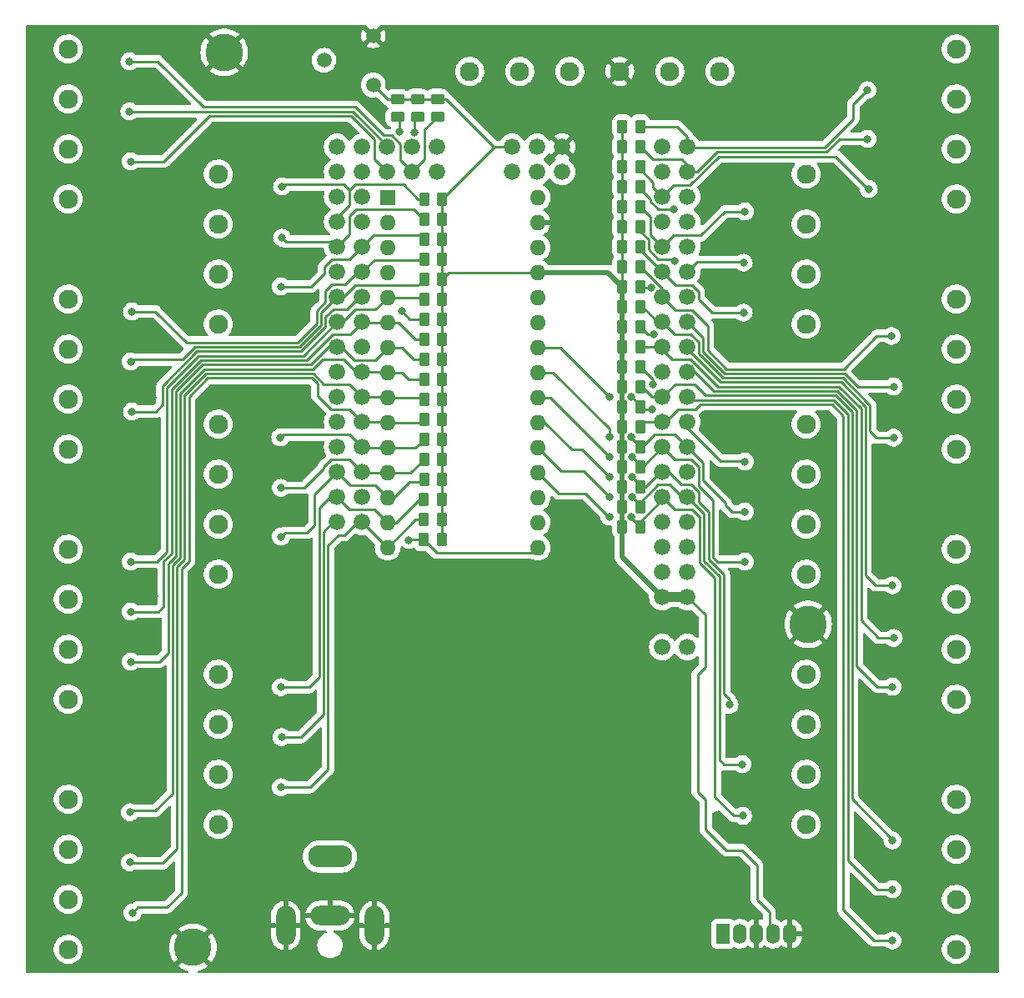
<source format=gbr>
%TF.GenerationSoftware,KiCad,Pcbnew,(6.0.1)*%
%TF.CreationDate,2022-10-30T18:49:11+02:00*%
%TF.ProjectId,stairway-to-heaven-pcb,73746169-7277-4617-992d-746f2d686561,rev?*%
%TF.SameCoordinates,Original*%
%TF.FileFunction,Copper,L4,Bot*%
%TF.FilePolarity,Positive*%
%FSLAX46Y46*%
G04 Gerber Fmt 4.6, Leading zero omitted, Abs format (unit mm)*
G04 Created by KiCad (PCBNEW (6.0.1)) date 2022-10-30 18:49:11*
%MOMM*%
%LPD*%
G01*
G04 APERTURE LIST*
G04 Aperture macros list*
%AMRoundRect*
0 Rectangle with rounded corners*
0 $1 Rounding radius*
0 $2 $3 $4 $5 $6 $7 $8 $9 X,Y pos of 4 corners*
0 Add a 4 corners polygon primitive as box body*
4,1,4,$2,$3,$4,$5,$6,$7,$8,$9,$2,$3,0*
0 Add four circle primitives for the rounded corners*
1,1,$1+$1,$2,$3*
1,1,$1+$1,$4,$5*
1,1,$1+$1,$6,$7*
1,1,$1+$1,$8,$9*
0 Add four rect primitives between the rounded corners*
20,1,$1+$1,$2,$3,$4,$5,0*
20,1,$1+$1,$4,$5,$6,$7,0*
20,1,$1+$1,$6,$7,$8,$9,0*
20,1,$1+$1,$8,$9,$2,$3,0*%
G04 Aperture macros list end*
%TA.AperFunction,ComponentPad*%
%ADD10C,1.930400*%
%TD*%
%TA.AperFunction,ComponentPad*%
%ADD11R,1.600000X1.600000*%
%TD*%
%TA.AperFunction,ComponentPad*%
%ADD12O,1.600000X1.600000*%
%TD*%
%TA.AperFunction,ComponentPad*%
%ADD13C,3.800000*%
%TD*%
%TA.AperFunction,ComponentPad*%
%ADD14C,1.676400*%
%TD*%
%TA.AperFunction,ComponentPad*%
%ADD15O,4.500000X2.250000*%
%TD*%
%TA.AperFunction,ComponentPad*%
%ADD16O,4.000000X2.000000*%
%TD*%
%TA.AperFunction,ComponentPad*%
%ADD17O,2.000000X4.000000*%
%TD*%
%TA.AperFunction,ComponentPad*%
%ADD18C,1.500000*%
%TD*%
%TA.AperFunction,ComponentPad*%
%ADD19R,1.400000X2.000001*%
%TD*%
%TA.AperFunction,ComponentPad*%
%ADD20O,1.400000X2.000001*%
%TD*%
%TA.AperFunction,SMDPad,CuDef*%
%ADD21RoundRect,0.250000X0.262500X0.450000X-0.262500X0.450000X-0.262500X-0.450000X0.262500X-0.450000X0*%
%TD*%
%TA.AperFunction,SMDPad,CuDef*%
%ADD22RoundRect,0.250000X-0.262500X-0.450000X0.262500X-0.450000X0.262500X0.450000X-0.262500X0.450000X0*%
%TD*%
%TA.AperFunction,SMDPad,CuDef*%
%ADD23RoundRect,0.250000X-0.450000X0.262500X-0.450000X-0.262500X0.450000X-0.262500X0.450000X0.262500X0*%
%TD*%
%TA.AperFunction,ViaPad*%
%ADD24C,0.800000*%
%TD*%
%TA.AperFunction,Conductor*%
%ADD25C,0.250000*%
%TD*%
%TA.AperFunction,Conductor*%
%ADD26C,0.508000*%
%TD*%
%TA.AperFunction,Conductor*%
%ADD27C,1.016000*%
%TD*%
G04 APERTURE END LIST*
D10*
%TO.P,J16,1,Pin_1*%
%TO.N,/SENSOR1*%
X146812000Y-46736000D03*
%TO.P,J16,2,Pin_2*%
%TO.N,/SENSOR2*%
X151892000Y-46736000D03*
%TO.P,J16,3,Pin_3*%
%TO.N,+5V*%
X156972000Y-46736000D03*
%TO.P,J16,4,Pin_4*%
%TO.N,GND*%
X162052000Y-46736000D03*
%TO.P,J16,5,Pin_5*%
%TO.N,/SENSOR3*%
X167132000Y-46736000D03*
%TO.P,J16,6,Pin_6*%
%TO.N,/SENSOR4*%
X172212000Y-46736000D03*
%TD*%
D11*
%TO.P,A1,1,D1/TX*%
%TO.N,unconnected-(A1-Pad1)*%
X138480800Y-59537600D03*
D12*
%TO.P,A1,2,D0/RX*%
%TO.N,unconnected-(A1-Pad2)*%
X138480800Y-62077600D03*
%TO.P,A1,3,~{RESET}*%
%TO.N,unconnected-(A1-Pad3)*%
X138480800Y-64617600D03*
%TO.P,A1,4,GND*%
%TO.N,GND*%
X138480800Y-67157600D03*
%TO.P,A1,5,D2*%
%TO.N,/LED10B_EN*%
X138480800Y-69697600D03*
%TO.P,A1,6,D3*%
%TO.N,/LED10R_EN*%
X138480800Y-72237600D03*
%TO.P,A1,7,D4*%
%TO.N,/LED10G_EN*%
X138480800Y-74777600D03*
%TO.P,A1,8,D5*%
%TO.N,/LED8B_EN*%
X138480800Y-77317600D03*
%TO.P,A1,9,D6*%
%TO.N,/LED8R_EN*%
X138480800Y-79857600D03*
%TO.P,A1,10,D7*%
%TO.N,/LED8G_EN*%
X138480800Y-82397600D03*
%TO.P,A1,11,D8*%
%TO.N,/LED11B_EN*%
X138480800Y-84937600D03*
%TO.P,A1,12,D9*%
%TO.N,/LED11R_EN*%
X138480800Y-87477600D03*
%TO.P,A1,13,D10*%
%TO.N,/LED11G_EN*%
X138480800Y-90017600D03*
%TO.P,A1,14,D11*%
%TO.N,/LED9B_EN*%
X138480800Y-92557600D03*
%TO.P,A1,15,D12*%
%TO.N,/LED9G_EN*%
X138480800Y-95097600D03*
%TO.P,A1,16,D13*%
%TO.N,/LED9R_EN*%
X153720800Y-95097600D03*
%TO.P,A1,17,3V3*%
%TO.N,unconnected-(A1-Pad17)*%
X153720800Y-92557600D03*
%TO.P,A1,18,AREF*%
%TO.N,unconnected-(A1-Pad18)*%
X153720800Y-90017600D03*
%TO.P,A1,19,A0*%
%TO.N,/LED2B_EN*%
X153720800Y-87477600D03*
%TO.P,A1,20,A1*%
%TO.N,/LED2R_EN*%
X153720800Y-84937600D03*
%TO.P,A1,21,A2*%
%TO.N,/LED2G_EN*%
X153720800Y-82397600D03*
%TO.P,A1,22,A3*%
%TO.N,/LED4B_EN*%
X153720800Y-79857600D03*
%TO.P,A1,23,A4*%
%TO.N,/LED4R_EN*%
X153720800Y-77317600D03*
%TO.P,A1,24,A5*%
%TO.N,/LED4G_EN*%
X153720800Y-74777600D03*
%TO.P,A1,25,A6*%
%TO.N,/SENSOR4*%
X153720800Y-72237600D03*
%TO.P,A1,26,A7*%
%TO.N,/SENSOR3*%
X153720800Y-69697600D03*
%TO.P,A1,27,+5V*%
%TO.N,+5V*%
X153720800Y-67157600D03*
%TO.P,A1,28,~{RESET}*%
%TO.N,unconnected-(A1-Pad28)*%
X153720800Y-64617600D03*
%TO.P,A1,29,GND*%
%TO.N,GND*%
X153720800Y-62077600D03*
%TO.P,A1,30,VIN*%
%TO.N,unconnected-(A1-Pad30)*%
X153720800Y-59537600D03*
%TD*%
D10*
%TO.P,J13,1,Pin_1*%
%TO.N,+12V*%
X121285000Y-72390000D03*
%TO.P,J13,2,Pin_2*%
%TO.N,Net-(J13-Pad2)*%
X121285000Y-67310000D03*
%TO.P,J13,3,Pin_3*%
%TO.N,Net-(J13-Pad3)*%
X121285000Y-62230000D03*
%TO.P,J13,4,Pin_4*%
%TO.N,Net-(J13-Pad4)*%
X121285000Y-57150000D03*
%TD*%
%TO.P,J12,1,Pin_1*%
%TO.N,+12V*%
X106045000Y-85090000D03*
%TO.P,J12,2,Pin_2*%
%TO.N,Net-(J12-Pad2)*%
X106045000Y-80010000D03*
%TO.P,J12,3,Pin_3*%
%TO.N,Net-(J12-Pad3)*%
X106045000Y-74930000D03*
%TO.P,J12,4,Pin_4*%
%TO.N,Net-(J12-Pad4)*%
X106045000Y-69850000D03*
%TD*%
%TO.P,J4,1,Pin_1*%
%TO.N,+12V*%
X180975000Y-82550000D03*
%TO.P,J4,2,Pin_2*%
%TO.N,Net-(J4-Pad2)*%
X180975000Y-87630000D03*
%TO.P,J4,3,Pin_3*%
%TO.N,Net-(J4-Pad3)*%
X180975000Y-92710000D03*
%TO.P,J4,4,Pin_4*%
%TO.N,Net-(J4-Pad4)*%
X180975000Y-97790000D03*
%TD*%
%TO.P,J11,1,Pin_1*%
%TO.N,+12V*%
X121285000Y-97790000D03*
%TO.P,J11,2,Pin_2*%
%TO.N,Net-(J11-Pad2)*%
X121285000Y-92710000D03*
%TO.P,J11,3,Pin_3*%
%TO.N,Net-(J11-Pad3)*%
X121285000Y-87630000D03*
%TO.P,J11,4,Pin_4*%
%TO.N,Net-(J11-Pad4)*%
X121285000Y-82550000D03*
%TD*%
%TO.P,J1,1,Pin_1*%
%TO.N,+12V*%
X196215000Y-120650000D03*
%TO.P,J1,2,Pin_2*%
%TO.N,Net-(J1-Pad2)*%
X196215000Y-125730000D03*
%TO.P,J1,3,Pin_3*%
%TO.N,Net-(J1-Pad3)*%
X196215000Y-130810000D03*
%TO.P,J1,4,Pin_4*%
%TO.N,Net-(J1-Pad4)*%
X196215000Y-135890000D03*
%TD*%
D13*
%TO.P,H3,1,1*%
%TO.N,GND*%
X121894600Y-44805600D03*
%TD*%
%TO.P,H2,1,1*%
%TO.N,GND*%
X118719600Y-135712200D03*
%TD*%
D14*
%TO.P,U1,3V3_1,3V3*%
%TO.N,unconnected-(U1-Pad3V3_1)*%
X168910000Y-97590000D03*
%TO.P,U1,3V3_2,3V3*%
X166370000Y-97590000D03*
%TO.P,U1,5V_1,5V*%
%TO.N,+5V*%
X168910000Y-100130000D03*
%TO.P,U1,5V_2,5V*%
X166370000Y-100130000D03*
%TO.P,U1,5V_3,5V*%
X151130000Y-54410000D03*
%TO.P,U1,A0,A0*%
%TO.N,/LED9R_EN*%
X133350000Y-92510000D03*
%TO.P,U1,A1,A1*%
%TO.N,/LED9G_EN*%
X135890000Y-92510000D03*
%TO.P,U1,A2,A2*%
%TO.N,/LED9B_EN*%
X133350000Y-89970000D03*
%TO.P,U1,A3,A3*%
%TO.N,unconnected-(U1-PadA3)*%
X135890000Y-89970000D03*
%TO.P,U1,A4,A4*%
%TO.N,/LED11G_EN*%
X133350000Y-87430000D03*
%TO.P,U1,A5,A5*%
%TO.N,/LED11R_EN*%
X135890000Y-87430000D03*
%TO.P,U1,A6,A6*%
%TO.N,unconnected-(U1-PadA6)*%
X133350000Y-84890000D03*
%TO.P,U1,A7,A7*%
%TO.N,/LED11B_EN*%
X135890000Y-84890000D03*
%TO.P,U1,A8,A8*%
%TO.N,unconnected-(U1-PadA8)*%
X133350000Y-82350000D03*
%TO.P,U1,A9,A9*%
%TO.N,/LED8G_EN*%
X135890000Y-82350000D03*
%TO.P,U1,A10,A10*%
%TO.N,unconnected-(U1-PadA10)*%
X133350000Y-79810000D03*
%TO.P,U1,A11,A11*%
%TO.N,/LED8R_EN*%
X135890000Y-79810000D03*
%TO.P,U1,A12,A12*%
%TO.N,unconnected-(U1-PadA12)*%
X133350000Y-77270000D03*
%TO.P,U1,A13,A13*%
%TO.N,/LED8B_EN*%
X135890000Y-77270000D03*
%TO.P,U1,A14,A14*%
%TO.N,/LED10G_EN*%
X133350000Y-74730000D03*
%TO.P,U1,A15,A15*%
%TO.N,/POT1*%
X135890000Y-74730000D03*
%TO.P,U1,AREF,AREF*%
%TO.N,unconnected-(U1-PadAREF)*%
X166370000Y-95050000D03*
%TO.P,U1,D2,D2*%
%TO.N,/LED2B_EN*%
X166370000Y-89970000D03*
%TO.P,U1,D3,D3*%
%TO.N,/LED2R_EN*%
X168910000Y-89970000D03*
%TO.P,U1,D4,D4*%
%TO.N,/LED2G_EN*%
X166370000Y-87430000D03*
%TO.P,U1,D5,D5*%
%TO.N,unconnected-(U1-PadD5)*%
X168910000Y-87430000D03*
%TO.P,U1,D6,D6*%
%TO.N,/LED4B_EN*%
X166370000Y-84890000D03*
%TO.P,U1,D7,D7*%
%TO.N,/LED4R_EN*%
X168910000Y-84890000D03*
%TO.P,U1,D8,D8*%
%TO.N,/LED1B_EN*%
X166370000Y-82350000D03*
%TO.P,U1,D9,D9*%
%TO.N,/LED4G_EN*%
X168910000Y-82350000D03*
%TO.P,U1,D10,D10*%
%TO.N,/LED1G_EN*%
X166370000Y-79810000D03*
%TO.P,U1,D11,D11*%
%TO.N,/LED1R_EN*%
X168910000Y-79810000D03*
%TO.P,U1,D12,D12*%
%TO.N,unconnected-(U1-PadD12)*%
X166370000Y-77270000D03*
%TO.P,U1,D13,D13*%
%TO.N,/LED3B_EN*%
X168910000Y-77270000D03*
%TO.P,U1,D14,D14*%
%TO.N,/LED3R_EN*%
X166370000Y-74730000D03*
%TO.P,U1,D15,D15*%
%TO.N,/LED3G_EN*%
X168910000Y-74730000D03*
%TO.P,U1,D16,D16*%
%TO.N,/LED5B_EN*%
X166370000Y-72190000D03*
%TO.P,U1,D17,D17*%
%TO.N,/LED5R_EN*%
X168910000Y-72190000D03*
%TO.P,U1,D18,D18*%
%TO.N,/LED5G_EN*%
X166370000Y-69650000D03*
%TO.P,U1,D19,D19*%
%TO.N,unconnected-(U1-PadD19)*%
X168910000Y-69650000D03*
%TO.P,U1,D20,D20*%
%TO.N,/LED6B_EN*%
X166370000Y-67110000D03*
%TO.P,U1,D21,D21*%
%TO.N,/LED6R_EN*%
X168910000Y-67110000D03*
%TO.P,U1,D22,D22*%
%TO.N,/LED6G_EN*%
X166370000Y-64570000D03*
%TO.P,U1,D23,D23*%
%TO.N,unconnected-(U1-PadD23)*%
X168910000Y-64570000D03*
%TO.P,U1,D24,D24*%
%TO.N,unconnected-(U1-PadD24)*%
X166370000Y-62030000D03*
%TO.P,U1,D25,D25*%
%TO.N,unconnected-(U1-PadD25)*%
X168910000Y-62030000D03*
%TO.P,U1,D26,D26*%
%TO.N,/LED7B_EN*%
X166370000Y-59490000D03*
%TO.P,U1,D27,D27*%
%TO.N,unconnected-(U1-PadD27)*%
X168910000Y-59490000D03*
%TO.P,U1,D28,D28*%
%TO.N,/SENSOR4*%
X166370000Y-56950000D03*
%TO.P,U1,D29,D29*%
%TO.N,/LED7R_EN*%
X168910000Y-56950000D03*
%TO.P,U1,D30,D30*%
%TO.N,/SENSOR3*%
X166370000Y-54410000D03*
%TO.P,U1,D31,D31*%
%TO.N,/LED7G_EN*%
X168910000Y-54410000D03*
%TO.P,U1,D32,D32*%
%TO.N,/LED10B_EN*%
X133350000Y-72190000D03*
%TO.P,U1,D33,D33*%
%TO.N,/LED10R_EN*%
X135890000Y-72190000D03*
%TO.P,U1,D34,D34*%
%TO.N,/LED12R_EN*%
X133350000Y-69650000D03*
%TO.P,U1,D35,D35*%
%TO.N,/LED12G_EN*%
X135890000Y-69650000D03*
%TO.P,U1,D36,D36*%
%TO.N,unconnected-(U1-PadD36)*%
X133350000Y-67110000D03*
%TO.P,U1,D37,D37*%
%TO.N,/LED12B_EN*%
X135890000Y-67110000D03*
%TO.P,U1,D38,D38*%
%TO.N,/LED13R_EN*%
X133350000Y-64570000D03*
%TO.P,U1,D39,D39*%
%TO.N,/LED13G_EN*%
X135890000Y-64570000D03*
%TO.P,U1,D40,D40*%
%TO.N,/LED13B_EN*%
X133350000Y-62030000D03*
%TO.P,U1,D41,D41*%
%TO.N,unconnected-(U1-PadD41)*%
X135890000Y-62030000D03*
%TO.P,U1,D42,D42*%
%TO.N,unconnected-(U1-PadD42)*%
X133350000Y-59490000D03*
%TO.P,U1,D43,D43*%
%TO.N,unconnected-(U1-PadD43)*%
X135890000Y-59490000D03*
%TO.P,U1,D44,D44*%
%TO.N,unconnected-(U1-PadD44)*%
X133350000Y-56950000D03*
%TO.P,U1,D45,D45*%
%TO.N,unconnected-(U1-PadD45)*%
X135890000Y-56950000D03*
%TO.P,U1,D46,D46*%
%TO.N,unconnected-(U1-PadD46)*%
X133350000Y-54410000D03*
%TO.P,U1,D47,D47*%
%TO.N,unconnected-(U1-PadD47)*%
X135890000Y-54410000D03*
%TO.P,U1,D48,D48*%
%TO.N,/LED14R_EN*%
X138430000Y-54410000D03*
%TO.P,U1,D49,D49*%
%TO.N,/LED14G_EN*%
X138430000Y-56950000D03*
%TO.P,U1,D50,D50*%
%TO.N,unconnected-(U1-PadD50)*%
X140970000Y-54410000D03*
%TO.P,U1,D51,D51*%
%TO.N,/LED14B_EN*%
X140970000Y-56950000D03*
%TO.P,U1,D52,D52*%
%TO.N,/SENSOR1*%
X143510000Y-54410000D03*
%TO.P,U1,D53,D53*%
%TO.N,/SENSOR2*%
X143510000Y-56950000D03*
%TO.P,U1,GND_1,GND*%
%TO.N,GND*%
X168910000Y-102670000D03*
%TO.P,U1,GND_2,GND*%
X166370000Y-102670000D03*
%TO.P,U1,GND_3,GND*%
X156210000Y-54410000D03*
%TO.P,U1,MISO,MISO*%
%TO.N,unconnected-(U1-PadMISO)*%
X151130000Y-56950000D03*
%TO.P,U1,MOSI,MOSI*%
%TO.N,unconnected-(U1-PadMOSI)*%
X153670000Y-54410000D03*
%TO.P,U1,RESET,RESET*%
%TO.N,unconnected-(U1-PadRESET)*%
X156210000Y-56950000D03*
%TO.P,U1,RST,RST*%
%TO.N,unconnected-(U1-PadRST)*%
X168910000Y-95050000D03*
%TO.P,U1,RX,RX*%
%TO.N,unconnected-(U1-PadRX)*%
X166370000Y-92510000D03*
%TO.P,U1,SCK,SCK*%
%TO.N,unconnected-(U1-PadSCK)*%
X153670000Y-56950000D03*
%TO.P,U1,TX,TX*%
%TO.N,unconnected-(U1-PadTX)*%
X168910000Y-92510000D03*
%TO.P,U1,VIN_1,VIN*%
%TO.N,unconnected-(U1-PadVIN_1)*%
X168910000Y-105210000D03*
%TO.P,U1,VIN_2,VIN*%
X166370000Y-105210000D03*
%TD*%
D10*
%TO.P,J9,1,Pin_1*%
%TO.N,+12V*%
X121285000Y-123190000D03*
%TO.P,J9,2,Pin_2*%
%TO.N,Net-(J9-Pad2)*%
X121285000Y-118110000D03*
%TO.P,J9,3,Pin_3*%
%TO.N,Net-(J9-Pad3)*%
X121285000Y-113030000D03*
%TO.P,J9,4,Pin_4*%
%TO.N,Net-(J9-Pad4)*%
X121285000Y-107950000D03*
%TD*%
%TO.P,J2,1,Pin_1*%
%TO.N,+12V*%
X196215000Y-95250000D03*
%TO.P,J2,2,Pin_2*%
%TO.N,Net-(J2-Pad2)*%
X196215000Y-100330000D03*
%TO.P,J2,3,Pin_3*%
%TO.N,Net-(J2-Pad3)*%
X196215000Y-105410000D03*
%TO.P,J2,4,Pin_4*%
%TO.N,Net-(J2-Pad4)*%
X196215000Y-110490000D03*
%TD*%
D15*
%TO.P,J15,1,1*%
%TO.N,+12V*%
X132634600Y-126477000D03*
D16*
%TO.P,J15,2,2*%
%TO.N,GND*%
X132634600Y-132477000D03*
D17*
%TO.P,J15,S1,SHIELD*%
X137134600Y-133477000D03*
%TO.P,J15,S2,SHIELD*%
X128134600Y-133477000D03*
%TD*%
D10*
%TO.P,J5,1,Pin_1*%
%TO.N,+12V*%
X196215000Y-69850000D03*
%TO.P,J5,2,Pin_2*%
%TO.N,Net-(J5-Pad2)*%
X196215000Y-74930000D03*
%TO.P,J5,3,Pin_3*%
%TO.N,Net-(J5-Pad3)*%
X196215000Y-80010000D03*
%TO.P,J5,4,Pin_4*%
%TO.N,Net-(J5-Pad4)*%
X196215000Y-85090000D03*
%TD*%
D13*
%TO.P,H1,1,1*%
%TO.N,GND*%
X181178200Y-102895400D03*
%TD*%
D18*
%TO.P,RV100k1,1,1*%
%TO.N,+5V*%
X137018400Y-48118400D03*
%TO.P,RV100k1,2,2*%
%TO.N,/POT1*%
X132018400Y-45618400D03*
%TO.P,RV100k1,3,3*%
%TO.N,GND*%
X137018400Y-43118400D03*
%TD*%
D10*
%TO.P,J14,1,Pin_1*%
%TO.N,+12V*%
X106045000Y-59690000D03*
%TO.P,J14,2,Pin_2*%
%TO.N,Net-(J14-Pad2)*%
X106045000Y-54610000D03*
%TO.P,J14,3,Pin_3*%
%TO.N,Net-(J14-Pad3)*%
X106045000Y-49530000D03*
%TO.P,J14,4,Pin_4*%
%TO.N,Net-(J14-Pad4)*%
X106045000Y-44450000D03*
%TD*%
%TO.P,J10,1,Pin_1*%
%TO.N,+12V*%
X106045000Y-110490000D03*
%TO.P,J10,2,Pin_2*%
%TO.N,Net-(J10-Pad2)*%
X106045000Y-105410000D03*
%TO.P,J10,3,Pin_3*%
%TO.N,Net-(J10-Pad3)*%
X106045000Y-100330000D03*
%TO.P,J10,4,Pin_4*%
%TO.N,Net-(J10-Pad4)*%
X106045000Y-95250000D03*
%TD*%
D19*
%TO.P,U2,1,VIN*%
%TO.N,+12V*%
X172540800Y-134315200D03*
D20*
%TO.P,U2,2,OUT*%
%TO.N,Net-(D1-Pad1)*%
X174240800Y-134315200D03*
%TO.P,U2,3,GND*%
%TO.N,GND*%
X175940801Y-134315200D03*
%TO.P,U2,4,FB*%
%TO.N,+5V*%
X177640800Y-134315200D03*
%TO.P,U2,5,ON_OFF_N*%
%TO.N,GND*%
X179340800Y-134315200D03*
%TD*%
D10*
%TO.P,J7,1,Pin_1*%
%TO.N,+12V*%
X196215000Y-44450000D03*
%TO.P,J7,2,Pin_2*%
%TO.N,Net-(J7-Pad2)*%
X196215000Y-49530000D03*
%TO.P,J7,3,Pin_3*%
%TO.N,Net-(J7-Pad3)*%
X196215000Y-54610000D03*
%TO.P,J7,4,Pin_4*%
%TO.N,Net-(J7-Pad4)*%
X196215000Y-59690000D03*
%TD*%
%TO.P,J8,1,Pin_1*%
%TO.N,+12V*%
X106045000Y-135890000D03*
%TO.P,J8,2,Pin_2*%
%TO.N,Net-(J8-Pad2)*%
X106045000Y-130810000D03*
%TO.P,J8,3,Pin_3*%
%TO.N,Net-(J8-Pad3)*%
X106045000Y-125730000D03*
%TO.P,J8,4,Pin_4*%
%TO.N,Net-(J8-Pad4)*%
X106045000Y-120650000D03*
%TD*%
%TO.P,J6,1,Pin_1*%
%TO.N,+12V*%
X180975000Y-57150000D03*
%TO.P,J6,2,Pin_2*%
%TO.N,Net-(J6-Pad2)*%
X180975000Y-62230000D03*
%TO.P,J6,3,Pin_3*%
%TO.N,Net-(J6-Pad3)*%
X180975000Y-67310000D03*
%TO.P,J6,4,Pin_4*%
%TO.N,Net-(J6-Pad4)*%
X180975000Y-72390000D03*
%TD*%
%TO.P,J3,1,Pin_1*%
%TO.N,+12V*%
X180975000Y-107950000D03*
%TO.P,J3,2,Pin_2*%
%TO.N,Net-(J3-Pad2)*%
X180975000Y-113030000D03*
%TO.P,J3,3,Pin_3*%
%TO.N,Net-(J3-Pad3)*%
X180975000Y-118110000D03*
%TO.P,J3,4,Pin_4*%
%TO.N,Net-(J3-Pad4)*%
X180975000Y-123190000D03*
%TD*%
D21*
%TO.P,R28,1*%
%TO.N,+5V*%
X143967200Y-92252800D03*
%TO.P,R28,2*%
%TO.N,/LED9G_EN*%
X142142200Y-92252800D03*
%TD*%
%TO.P,R32,1*%
%TO.N,+5V*%
X144018000Y-73914000D03*
%TO.P,R32,2*%
%TO.N,/LED10R_EN*%
X142193000Y-73914000D03*
%TD*%
%TO.P,R40,1*%
%TO.N,+5V*%
X144018000Y-63754000D03*
%TO.P,R40,2*%
%TO.N,/LED13G_EN*%
X142193000Y-63754000D03*
%TD*%
D22*
%TO.P,R20,1*%
%TO.N,+5V*%
X162306000Y-58420000D03*
%TO.P,R20,2*%
%TO.N,/LED6R_EN*%
X164131000Y-58420000D03*
%TD*%
%TO.P,R7,1*%
%TO.N,+5V*%
X162306000Y-68580000D03*
%TO.P,R7,2*%
%TO.N,/LED3G_EN*%
X164131000Y-68580000D03*
%TD*%
D21*
%TO.P,R41,1*%
%TO.N,+5V*%
X144018000Y-61722000D03*
%TO.P,R41,2*%
%TO.N,/LED13R_EN*%
X142193000Y-61722000D03*
%TD*%
D22*
%TO.P,R6,1*%
%TO.N,+5V*%
X162306000Y-82804000D03*
%TO.P,R6,2*%
%TO.N,/LED1B_EN*%
X164131000Y-82804000D03*
%TD*%
%TO.P,R22,1*%
%TO.N,+5V*%
X162306000Y-52324000D03*
%TO.P,R22,2*%
%TO.N,/LED7G_EN*%
X164131000Y-52324000D03*
%TD*%
D21*
%TO.P,R31,1*%
%TO.N,+5V*%
X144018000Y-75946000D03*
%TO.P,R31,2*%
%TO.N,/LED10G_EN*%
X142193000Y-75946000D03*
%TD*%
D23*
%TO.P,R45,1*%
%TO.N,+5V*%
X143535400Y-49531900D03*
%TO.P,R45,2*%
%TO.N,/LED14B_EN*%
X143535400Y-51356900D03*
%TD*%
D22*
%TO.P,R18,1*%
%TO.N,+5V*%
X162306000Y-70612000D03*
%TO.P,R18,2*%
%TO.N,/LED5B_EN*%
X164131000Y-70612000D03*
%TD*%
D21*
%TO.P,R35,1*%
%TO.N,+5V*%
X144018000Y-86106000D03*
%TO.P,R35,2*%
%TO.N,/LED11R_EN*%
X142193000Y-86106000D03*
%TD*%
D22*
%TO.P,R12,1*%
%TO.N,+5V*%
X162306000Y-92964000D03*
%TO.P,R12,2*%
%TO.N,/LED2B_EN*%
X164131000Y-92964000D03*
%TD*%
D21*
%TO.P,R39,1*%
%TO.N,+5V*%
X144018000Y-65786000D03*
%TO.P,R39,2*%
%TO.N,/LED12B_EN*%
X142193000Y-65786000D03*
%TD*%
D22*
%TO.P,R5,1*%
%TO.N,+5V*%
X162306000Y-76708000D03*
%TO.P,R5,2*%
%TO.N,/LED1R_EN*%
X164131000Y-76708000D03*
%TD*%
%TO.P,R15,1*%
%TO.N,+5V*%
X162306000Y-86868000D03*
%TO.P,R15,2*%
%TO.N,/LED4B_EN*%
X164131000Y-86868000D03*
%TD*%
%TO.P,R21,1*%
%TO.N,+5V*%
X162306000Y-64516000D03*
%TO.P,R21,2*%
%TO.N,/LED6B_EN*%
X164131000Y-64516000D03*
%TD*%
D21*
%TO.P,R38,1*%
%TO.N,+5V*%
X144018000Y-67818000D03*
%TO.P,R38,2*%
%TO.N,/LED12R_EN*%
X142193000Y-67818000D03*
%TD*%
D22*
%TO.P,R13,1*%
%TO.N,+5V*%
X162306000Y-80772000D03*
%TO.P,R13,2*%
%TO.N,/LED4G_EN*%
X164131000Y-80772000D03*
%TD*%
D21*
%TO.P,R26,1*%
%TO.N,+5V*%
X144018000Y-80010000D03*
%TO.P,R26,2*%
%TO.N,/LED8R_EN*%
X142193000Y-80010000D03*
%TD*%
%TO.P,R27,1*%
%TO.N,+5V*%
X144018000Y-77978000D03*
%TO.P,R27,2*%
%TO.N,/LED8B_EN*%
X142193000Y-77978000D03*
%TD*%
D22*
%TO.P,R4,1*%
%TO.N,+5V*%
X162306000Y-78740000D03*
%TO.P,R4,2*%
%TO.N,/LED1G_EN*%
X164131000Y-78740000D03*
%TD*%
%TO.P,R9,1*%
%TO.N,+5V*%
X162306000Y-72644000D03*
%TO.P,R9,2*%
%TO.N,/LED3B_EN*%
X164131000Y-72644000D03*
%TD*%
D21*
%TO.P,R33,1*%
%TO.N,+5V*%
X144018000Y-69850000D03*
%TO.P,R33,2*%
%TO.N,/LED10B_EN*%
X142193000Y-69850000D03*
%TD*%
D22*
%TO.P,R19,1*%
%TO.N,+5V*%
X162306000Y-60452000D03*
%TO.P,R19,2*%
%TO.N,/LED6G_EN*%
X164131000Y-60452000D03*
%TD*%
D21*
%TO.P,R36,1*%
%TO.N,+5V*%
X144018000Y-84074000D03*
%TO.P,R36,2*%
%TO.N,/LED11B_EN*%
X142193000Y-84074000D03*
%TD*%
D22*
%TO.P,R14,1*%
%TO.N,+5V*%
X162306000Y-84836000D03*
%TO.P,R14,2*%
%TO.N,/LED4R_EN*%
X164131000Y-84836000D03*
%TD*%
D23*
%TO.P,R44,1*%
%TO.N,+5V*%
X139471400Y-49555400D03*
%TO.P,R44,2*%
%TO.N,/LED14R_EN*%
X139471400Y-51380400D03*
%TD*%
D21*
%TO.P,R29,1*%
%TO.N,+5V*%
X143967200Y-94284800D03*
%TO.P,R29,2*%
%TO.N,/LED9R_EN*%
X142142200Y-94284800D03*
%TD*%
%TO.P,R37,1*%
%TO.N,+5V*%
X144018000Y-71882000D03*
%TO.P,R37,2*%
%TO.N,/LED12G_EN*%
X142193000Y-71882000D03*
%TD*%
D22*
%TO.P,R11,1*%
%TO.N,+5V*%
X162306000Y-90932000D03*
%TO.P,R11,2*%
%TO.N,/LED2R_EN*%
X164131000Y-90932000D03*
%TD*%
D21*
%TO.P,R42,1*%
%TO.N,+5V*%
X144018000Y-59713500D03*
%TO.P,R42,2*%
%TO.N,/LED13B_EN*%
X142193000Y-59713500D03*
%TD*%
D22*
%TO.P,R8,1*%
%TO.N,+5V*%
X162306000Y-74676000D03*
%TO.P,R8,2*%
%TO.N,/LED3R_EN*%
X164131000Y-74676000D03*
%TD*%
D21*
%TO.P,R30,1*%
%TO.N,+5V*%
X143967200Y-90220800D03*
%TO.P,R30,2*%
%TO.N,/LED9B_EN*%
X142142200Y-90220800D03*
%TD*%
D22*
%TO.P,R24,1*%
%TO.N,+5V*%
X162306000Y-56388000D03*
%TO.P,R24,2*%
%TO.N,/LED7B_EN*%
X164131000Y-56388000D03*
%TD*%
%TO.P,R23,1*%
%TO.N,+5V*%
X162306000Y-54356000D03*
%TO.P,R23,2*%
%TO.N,/LED7R_EN*%
X164131000Y-54356000D03*
%TD*%
%TO.P,R16,1*%
%TO.N,+5V*%
X162306000Y-66548000D03*
%TO.P,R16,2*%
%TO.N,/LED5G_EN*%
X164131000Y-66548000D03*
%TD*%
%TO.P,R17,1*%
%TO.N,+5V*%
X162306000Y-62484000D03*
%TO.P,R17,2*%
%TO.N,/LED5R_EN*%
X164131000Y-62484000D03*
%TD*%
D21*
%TO.P,R25,1*%
%TO.N,+5V*%
X144018000Y-82042000D03*
%TO.P,R25,2*%
%TO.N,/LED8G_EN*%
X142193000Y-82042000D03*
%TD*%
D23*
%TO.P,R43,1*%
%TO.N,+5V*%
X141503400Y-49531900D03*
%TO.P,R43,2*%
%TO.N,/LED14G_EN*%
X141503400Y-51356900D03*
%TD*%
D21*
%TO.P,R34,1*%
%TO.N,+5V*%
X144018000Y-88138000D03*
%TO.P,R34,2*%
%TO.N,/LED11G_EN*%
X142193000Y-88138000D03*
%TD*%
D22*
%TO.P,R10,1*%
%TO.N,+5V*%
X162306000Y-88900000D03*
%TO.P,R10,2*%
%TO.N,/LED2G_EN*%
X164131000Y-88900000D03*
%TD*%
D24*
%TO.N,GND*%
X199898000Y-137668000D03*
X183337200Y-81940400D03*
X166878000Y-137668000D03*
X113309400Y-105232200D03*
X178562000Y-81788000D03*
X128549400Y-107746800D03*
X113284000Y-74803000D03*
X183565800Y-88036400D03*
X130530600Y-111963200D03*
X186969400Y-135813800D03*
X173710600Y-72618600D03*
X128549400Y-117856000D03*
X152400000Y-42672000D03*
X118846600Y-107162600D03*
X118516400Y-55041800D03*
X142976600Y-96926400D03*
X130987800Y-85902800D03*
X187147200Y-104673400D03*
X115392200Y-49580800D03*
X183489600Y-120523000D03*
X102362000Y-124968000D03*
X115112800Y-74879200D03*
X189077600Y-85267800D03*
X152196800Y-124485400D03*
X113284000Y-44246800D03*
X177800000Y-42672000D03*
X112268000Y-67868800D03*
X183515000Y-126314200D03*
X187198000Y-137668000D03*
X197358000Y-137668000D03*
X118719600Y-117246400D03*
X118897400Y-102133400D03*
X171221400Y-82092800D03*
X173380400Y-115798600D03*
X115341400Y-125603000D03*
X115443000Y-118516400D03*
X172720000Y-42672000D03*
X199898000Y-61722000D03*
X102362000Y-137668000D03*
X116078000Y-137668000D03*
X199898000Y-109982000D03*
X188112400Y-87528400D03*
X114630200Y-79857600D03*
X174320200Y-95173800D03*
X171627800Y-87299800D03*
X151638000Y-137668000D03*
X126238000Y-52552600D03*
X102362000Y-86868000D03*
X149860000Y-42672000D03*
X113284000Y-100101400D03*
X173710600Y-87884000D03*
X113258600Y-79806800D03*
X102362000Y-132588000D03*
X199898000Y-107442000D03*
X188823600Y-72237600D03*
X114985800Y-93014800D03*
X199898000Y-51562000D03*
X169646600Y-121259600D03*
X199898000Y-66802000D03*
X171881800Y-123215400D03*
X157480000Y-42672000D03*
X147320000Y-42672000D03*
X102362000Y-130048000D03*
X199898000Y-104902000D03*
X153085800Y-118541800D03*
X146558000Y-137668000D03*
X174396400Y-74650600D03*
X102362000Y-135128000D03*
X128549400Y-56921400D03*
X188264800Y-91922600D03*
X176758600Y-53187600D03*
X175285400Y-89179400D03*
X172669200Y-95275400D03*
X172923200Y-120040400D03*
X189001400Y-125933200D03*
X171170600Y-129997200D03*
X130327400Y-82423000D03*
X183565800Y-51993800D03*
X168046400Y-109778800D03*
X170180000Y-42672000D03*
X108458000Y-137668000D03*
X121259600Y-52603400D03*
X102362000Y-71628000D03*
X112293400Y-129184400D03*
X188976000Y-49758600D03*
X130251200Y-95173800D03*
X150545800Y-96926400D03*
X172491400Y-131775200D03*
X102362000Y-109728000D03*
X128524000Y-112801400D03*
X188976000Y-80162400D03*
X130860800Y-69748400D03*
X188468000Y-97586800D03*
X183489600Y-109931200D03*
X190246000Y-102285800D03*
X115087400Y-105181400D03*
X112293400Y-103632000D03*
X128574800Y-67030600D03*
X102362000Y-58928000D03*
X199898000Y-122682000D03*
X119380000Y-42672000D03*
X152374600Y-50038000D03*
X130581400Y-55118000D03*
X188823600Y-103098600D03*
X102362000Y-46228000D03*
X183540400Y-93319600D03*
X170891200Y-126187200D03*
X133858000Y-104698800D03*
X186309000Y-122910600D03*
X102362000Y-64008000D03*
X164109400Y-110566200D03*
X102362000Y-122428000D03*
X171577000Y-63779400D03*
X102362000Y-79248000D03*
X126238000Y-137668000D03*
X199898000Y-102362000D03*
X102362000Y-84328000D03*
X156718000Y-137668000D03*
X173659800Y-67564000D03*
X155219400Y-91236800D03*
X186893200Y-111861600D03*
X199898000Y-43942000D03*
X136398000Y-137668000D03*
X128524000Y-62001400D03*
X102362000Y-51308000D03*
X115570000Y-52882800D03*
X164338000Y-137668000D03*
X199898000Y-112522000D03*
X148996400Y-51714400D03*
X175945800Y-94208600D03*
X130327400Y-107797600D03*
X114706400Y-98348800D03*
X119507000Y-90525600D03*
X119532400Y-85928200D03*
X115417600Y-113385600D03*
X102362000Y-48768000D03*
X114909600Y-82473800D03*
X199898000Y-115062000D03*
X130403600Y-105918000D03*
X188976000Y-105613200D03*
X102362000Y-43688000D03*
X175641000Y-114681000D03*
X127508000Y-55118000D03*
X113284000Y-69621400D03*
X123342400Y-72974200D03*
X102362000Y-81788000D03*
X136169400Y-125984000D03*
X190271400Y-107238800D03*
X188341000Y-133426200D03*
X113309400Y-49276000D03*
X113538000Y-137668000D03*
X189915800Y-128066800D03*
X127558800Y-60350400D03*
X189001400Y-100507800D03*
X102362000Y-107188000D03*
X165582600Y-132283200D03*
X127406400Y-106451400D03*
X149098000Y-132257800D03*
X112014000Y-73279000D03*
X102362000Y-91948000D03*
X199898000Y-132842000D03*
X173710600Y-118262400D03*
X178993800Y-56565800D03*
X155600400Y-109905800D03*
X102362000Y-112268000D03*
X177038000Y-137668000D03*
X199898000Y-89662000D03*
X187020200Y-61925200D03*
X113944400Y-133121400D03*
X137820400Y-51435000D03*
X102362000Y-66548000D03*
X175260000Y-42672000D03*
X187045600Y-50469800D03*
X111760000Y-42672000D03*
X115468400Y-69850000D03*
X186791600Y-52197000D03*
X174498000Y-137668000D03*
X130225800Y-79019400D03*
X183515000Y-98653600D03*
X129540000Y-42672000D03*
X172542200Y-92913200D03*
X128524000Y-92532200D03*
X128549400Y-82296000D03*
X187172600Y-54991000D03*
X188569600Y-75107800D03*
X187071000Y-60071000D03*
X187706000Y-102108000D03*
X127533400Y-91135200D03*
X193040000Y-42672000D03*
X199898000Y-92202000D03*
X115265200Y-54457600D03*
X180340000Y-42672000D03*
X184658000Y-137668000D03*
X131318000Y-137668000D03*
X128524000Y-87426800D03*
X199898000Y-127762000D03*
X102362000Y-117348000D03*
X138938000Y-137668000D03*
X102362000Y-74168000D03*
X187604400Y-100558600D03*
X172110400Y-74574400D03*
X160020000Y-42672000D03*
X114300000Y-42672000D03*
X115011200Y-120167400D03*
X158165800Y-65862200D03*
X190398400Y-81559400D03*
X115062000Y-103530400D03*
X166344600Y-112445800D03*
X102362000Y-114808000D03*
X186893200Y-120065800D03*
X121158000Y-137668000D03*
X164414200Y-115341400D03*
X129921000Y-92405200D03*
X113309400Y-125501400D03*
X112344200Y-124180600D03*
X126238000Y-119634000D03*
X118795800Y-122478800D03*
X169418000Y-137668000D03*
X199898000Y-49022000D03*
X160604200Y-54051200D03*
X182118000Y-137668000D03*
X199898000Y-99822000D03*
X102362000Y-94488000D03*
X154940000Y-42672000D03*
X173761400Y-113233200D03*
X199898000Y-84582000D03*
X161798000Y-137668000D03*
X102362000Y-127508000D03*
X174498000Y-69443600D03*
X102362000Y-56388000D03*
X172059600Y-72644000D03*
X187985400Y-113055400D03*
X118364000Y-73126600D03*
X114681000Y-78105000D03*
X114782600Y-100050600D03*
X130454400Y-57048400D03*
X149098000Y-137668000D03*
X133426200Y-52425600D03*
X173736000Y-62458600D03*
X127381000Y-111556800D03*
X156616400Y-132232400D03*
X114909600Y-57175400D03*
X165811200Y-51104800D03*
X130276600Y-117957600D03*
X199898000Y-82042000D03*
X183489600Y-114935000D03*
X190804800Y-86614000D03*
X102362000Y-53848000D03*
X187909200Y-127914400D03*
X131241800Y-114528600D03*
X109220000Y-42672000D03*
X183489600Y-56769000D03*
X104140000Y-42672000D03*
X129997200Y-90246200D03*
X102362000Y-61468000D03*
X159004000Y-109931200D03*
X127203200Y-116636800D03*
X127584200Y-73075800D03*
X167640000Y-42672000D03*
X199898000Y-64262000D03*
X154762200Y-120319800D03*
X142240000Y-42672000D03*
X174828200Y-64211200D03*
X131241800Y-116916200D03*
X120446800Y-79324200D03*
X199898000Y-94742000D03*
X155371800Y-115697000D03*
X111963200Y-78435200D03*
X127482600Y-86207600D03*
X199898000Y-54102000D03*
X190093600Y-113055400D03*
X198120000Y-42672000D03*
X130429000Y-65278000D03*
X185420000Y-42672000D03*
X130378200Y-62077600D03*
X113334800Y-95046800D03*
X116840000Y-42672000D03*
X189687200Y-56464200D03*
X141478000Y-137668000D03*
X102362000Y-104648000D03*
X159258000Y-137668000D03*
X127431800Y-81000600D03*
X189611000Y-87325200D03*
X114935000Y-95046800D03*
X189738000Y-137668000D03*
X189026800Y-130987800D03*
X170865800Y-59309000D03*
X102362000Y-102108000D03*
X102362000Y-69088000D03*
X199898000Y-97282000D03*
X115265200Y-128879600D03*
X199898000Y-79502000D03*
X199898000Y-74422000D03*
X164236400Y-118440200D03*
X160070800Y-58674000D03*
X186969400Y-130733800D03*
X115290600Y-44475400D03*
X139700000Y-42672000D03*
X188645800Y-77520800D03*
X182880000Y-42672000D03*
X189026800Y-110642400D03*
X186385200Y-77165200D03*
X187172600Y-105791000D03*
X194818000Y-137668000D03*
X132511800Y-119481600D03*
X173126400Y-56692800D03*
X199898000Y-125222000D03*
X186842400Y-110261400D03*
X161620200Y-132613400D03*
X169570400Y-52273200D03*
X115392200Y-108102400D03*
X186537600Y-126441200D03*
X115239800Y-130505200D03*
X114884200Y-47040800D03*
X186893200Y-132435600D03*
X184048400Y-75539600D03*
X143789400Y-125984000D03*
X115239800Y-73050400D03*
X130175000Y-100050600D03*
X102362000Y-119888000D03*
X199898000Y-130302000D03*
X188747400Y-107848400D03*
X113284000Y-120396000D03*
X102362000Y-97028000D03*
X130200400Y-87274400D03*
X187960000Y-42672000D03*
X133375400Y-49123600D03*
X144780000Y-42672000D03*
X118922800Y-127482600D03*
X127000000Y-42672000D03*
X118846600Y-97713800D03*
X173939200Y-90246200D03*
X130886200Y-110286800D03*
X199898000Y-120142000D03*
X157378400Y-106908600D03*
X133858000Y-137668000D03*
X130403600Y-67132200D03*
X154178000Y-137668000D03*
X102362000Y-89408000D03*
X199898000Y-117602000D03*
X110998000Y-137668000D03*
X199898000Y-87122000D03*
X199898000Y-59182000D03*
X106680000Y-42672000D03*
X162560000Y-42672000D03*
X112014000Y-47929800D03*
X199898000Y-76962000D03*
X113360200Y-130606800D03*
X113309400Y-54432200D03*
X166344600Y-107111800D03*
X188950600Y-54838600D03*
X111810800Y-52959000D03*
X189585600Y-62026800D03*
X183565800Y-131470400D03*
X171678600Y-69469000D03*
X173075600Y-64566800D03*
X127711200Y-65379600D03*
X102362000Y-76708000D03*
X188595000Y-82702400D03*
X151714200Y-121589800D03*
X124460000Y-42672000D03*
X150342600Y-129082800D03*
X199898000Y-69342000D03*
X130403600Y-60375800D03*
X189687200Y-51485800D03*
X165100000Y-42672000D03*
X132080000Y-42672000D03*
X102362000Y-99568000D03*
X154762200Y-122758200D03*
X127203200Y-49098200D03*
X104902000Y-137668000D03*
X195580000Y-42672000D03*
X192278000Y-137668000D03*
X179578000Y-137668000D03*
X190500000Y-42672000D03*
X133959600Y-109956600D03*
X163322000Y-99237800D03*
X112268000Y-93472000D03*
X123698000Y-137668000D03*
X190119000Y-133146800D03*
X112166400Y-118694200D03*
X157988000Y-120904000D03*
X188925200Y-59918600D03*
X199898000Y-71882000D03*
X199898000Y-46482000D03*
X112115600Y-98628200D03*
X199898000Y-135382000D03*
X128778000Y-137668000D03*
X134620000Y-42672000D03*
X133883400Y-114604800D03*
X118821200Y-112191800D03*
X171678600Y-67640200D03*
X175082200Y-115722400D03*
X133985000Y-95250000D03*
X177901600Y-75641200D03*
X115443000Y-123875800D03*
X159258000Y-115341400D03*
X142849600Y-129362200D03*
X199898000Y-56642000D03*
X190347600Y-76962000D03*
X187147200Y-56261000D03*
X114833400Y-87604600D03*
X115366800Y-67868800D03*
X174523400Y-120624600D03*
X133807200Y-99796600D03*
X171958000Y-137668000D03*
X175387000Y-119608600D03*
X144018000Y-137668000D03*
%TO.N,/LED1R_EN*%
X165404800Y-78536800D03*
X189738000Y-129794000D03*
%TO.N,/LED3R_EN*%
X189865000Y-104267000D03*
%TO.N,/LED2R_EN*%
X174498000Y-117094000D03*
X161036000Y-89966800D03*
X163271200Y-89966800D03*
%TO.N,/LED4R_EN*%
X163220400Y-83820000D03*
X160985200Y-83820000D03*
X174752000Y-91440000D03*
%TO.N,/LED5R_EN*%
X189865000Y-78740000D03*
X167625150Y-66033749D03*
%TO.N,/LED6R_EN*%
X174625000Y-66167000D03*
X167538400Y-60782200D03*
%TO.N,/LED7R_EN*%
X187197989Y-53594000D03*
%TO.N,/LED8R_EN*%
X112318800Y-127050800D03*
%TO.N,/LED10R_EN*%
X112395000Y-101600000D03*
%TO.N,/LED11R_EN*%
X127635000Y-89027000D03*
%TO.N,/LED12R_EN*%
X112395000Y-76200000D03*
%TO.N,/LED13R_EN*%
X127762000Y-63627000D03*
%TO.N,/LED14R_EN*%
X139700000Y-52882800D03*
X112268000Y-50800000D03*
%TO.N,/LED9G_EN*%
X127660400Y-119430800D03*
%TO.N,/LED2G_EN*%
X173202600Y-111048800D03*
X160985200Y-87934800D03*
X163271200Y-87934800D03*
%TO.N,/LED2B_EN*%
X174550995Y-122339194D03*
X160985200Y-91948000D03*
X163220400Y-91948000D03*
%TO.N,/LED1G_EN*%
X189738000Y-124841000D03*
%TO.N,/LED1B_EN*%
X189738000Y-135001000D03*
%TO.N,/LED5B_EN*%
X189865000Y-83947000D03*
%TO.N,/LED5G_EN*%
X189636400Y-73609200D03*
%TO.N,/LED6B_EN*%
X174625000Y-71247000D03*
%TO.N,/LED6G_EN*%
X174752000Y-60960000D03*
%TO.N,/LED13G_EN*%
X127635000Y-68580000D03*
%TO.N,/LED13B_EN*%
X127762000Y-58420000D03*
%TO.N,/LED14G_EN*%
X112395000Y-55880000D03*
X141224000Y-52959000D03*
%TO.N,/LED14B_EN*%
X112268000Y-45720000D03*
%TO.N,/LED3G_EN*%
X189738000Y-98933000D03*
X165227000Y-68707000D03*
%TO.N,/LED3B_EN*%
X189738000Y-109220000D03*
X165481000Y-73406000D03*
%TO.N,/LED4G_EN*%
X165354000Y-81026000D03*
X160985200Y-79756000D03*
X163220400Y-79756000D03*
X174752000Y-86360000D03*
%TO.N,/LED4B_EN*%
X161036000Y-85902800D03*
X174752000Y-96520000D03*
X163271200Y-85902800D03*
%TO.N,/LED7G_EN*%
X187198000Y-48641000D03*
%TO.N,/LED7B_EN*%
X187325000Y-58674000D03*
%TO.N,/LED8G_EN*%
X112572800Y-132181600D03*
%TO.N,/LED8B_EN*%
X112318800Y-121970800D03*
%TO.N,/LED9R_EN*%
X140639800Y-94335600D03*
X127711200Y-114350800D03*
%TO.N,/LED9B_EN*%
X127660400Y-109270800D03*
%TO.N,/LED10G_EN*%
X112395000Y-106680000D03*
%TO.N,/LED10B_EN*%
X112395000Y-96520000D03*
%TO.N,/LED11G_EN*%
X127660400Y-93980000D03*
%TO.N,/LED11B_EN*%
X127584200Y-83921600D03*
%TO.N,/LED12G_EN*%
X139903200Y-71069200D03*
X112522000Y-81280000D03*
%TO.N,/LED12B_EN*%
X112522000Y-71120000D03*
%TD*%
D25*
%TO.N,/LED1R_EN*%
X185204400Y-81546282D02*
X183766758Y-80108640D01*
X188163200Y-129794000D02*
X185204400Y-126835200D01*
X185204400Y-126835200D02*
X185204400Y-81546282D01*
X183766758Y-80108640D02*
X169208640Y-80108640D01*
X165404800Y-78536800D02*
X165404800Y-77981800D01*
X165404800Y-77981800D02*
X164131000Y-76708000D01*
X169208640Y-80108640D02*
X168910000Y-79810000D01*
X189738000Y-129794000D02*
X188163200Y-129794000D01*
%TO.N,/LED3R_EN*%
X164185000Y-74730000D02*
X164131000Y-74676000D01*
X184325352Y-78760080D02*
X172044403Y-78760080D01*
X188315600Y-104267000D02*
X186552960Y-102504360D01*
X166370000Y-74980800D02*
X166370000Y-74730000D01*
X186552960Y-80987688D02*
X184325352Y-78760080D01*
X186552960Y-102504360D02*
X186552960Y-80987688D01*
X167335200Y-75946000D02*
X166370000Y-74980800D01*
X169230323Y-75946000D02*
X167335200Y-75946000D01*
X166370000Y-74730000D02*
X164185000Y-74730000D01*
X189865000Y-104267000D02*
X188315600Y-104267000D01*
X172044403Y-78760080D02*
X169230323Y-75946000D01*
%TO.N,/LED2R_EN*%
X170604120Y-91664120D02*
X168910000Y-89970000D01*
X172618400Y-117094000D02*
X172168880Y-116644480D01*
X165963600Y-88696800D02*
X164131000Y-90529400D01*
X168910000Y-89970000D02*
X168405200Y-89970000D01*
X172168880Y-116644480D02*
X172168880Y-98025562D01*
X164131000Y-90932000D02*
X164131000Y-90826600D01*
X158394400Y-87325200D02*
X156108400Y-87325200D01*
X167132000Y-88696800D02*
X165963600Y-88696800D01*
X168405200Y-89970000D02*
X167132000Y-88696800D01*
X161036000Y-89966800D02*
X158394400Y-87325200D01*
X164131000Y-90529400D02*
X164131000Y-90932000D01*
X174498000Y-117094000D02*
X172618400Y-117094000D01*
X164131000Y-90826600D02*
X163271200Y-89966800D01*
X170604120Y-96460802D02*
X170604120Y-91664120D01*
X156108400Y-87325200D02*
X153720800Y-84937600D01*
X172168880Y-98025562D02*
X170604120Y-96460802D01*
%TO.N,/LED4R_EN*%
X155270200Y-77317600D02*
X153720800Y-77317600D01*
X174726600Y-91465400D02*
X173456600Y-91465400D01*
X168910000Y-84890000D02*
X167636800Y-83616800D01*
X172788520Y-90568002D02*
X170522231Y-88301713D01*
X170522231Y-86502231D02*
X168910000Y-84890000D01*
X173456600Y-91465400D02*
X172788520Y-90797320D01*
X164131000Y-84836000D02*
X163220400Y-83925400D01*
X172788520Y-90797320D02*
X172788520Y-90568002D01*
X167636800Y-83616800D02*
X165557200Y-83616800D01*
X170522231Y-88301713D02*
X170522231Y-86502231D01*
X174752000Y-91440000D02*
X174726600Y-91465400D01*
X160985200Y-83032600D02*
X155270200Y-77317600D01*
X164338000Y-84836000D02*
X164131000Y-84836000D01*
X165557200Y-83616800D02*
X164338000Y-84836000D01*
X160985200Y-83820000D02*
X160985200Y-83032600D01*
X163220400Y-83925400D02*
X163220400Y-83820000D01*
%TO.N,/LED5R_EN*%
X172688356Y-77411520D02*
X170522231Y-75245395D01*
X164968020Y-64812343D02*
X164968020Y-63828027D01*
X167625150Y-66033749D02*
X167377401Y-65786000D01*
X170522231Y-73802231D02*
X168910000Y-72190000D01*
X170522231Y-75245395D02*
X170522231Y-73802231D01*
X164968020Y-63828027D02*
X164131000Y-62991007D01*
X186212424Y-78740000D02*
X184883943Y-77411520D01*
X164131000Y-62991007D02*
X164131000Y-62484000D01*
X167377401Y-65786000D02*
X165941677Y-65786000D01*
X189865000Y-78740000D02*
X186212424Y-78740000D01*
X184883943Y-77411520D02*
X172688356Y-77411520D01*
X165941677Y-65786000D02*
X164968020Y-64812343D01*
%TO.N,/LED6R_EN*%
X164131000Y-58695600D02*
X164131000Y-58420000D01*
X165207289Y-59771889D02*
X164131000Y-58695600D01*
X166017877Y-60782200D02*
X165207289Y-59971612D01*
X174548800Y-66090800D02*
X169929200Y-66090800D01*
X167538400Y-60782200D02*
X166017877Y-60782200D01*
X174625000Y-66167000D02*
X174548800Y-66090800D01*
X165207289Y-59971612D02*
X165207289Y-59771889D01*
X169929200Y-66090800D02*
X168910000Y-67110000D01*
%TO.N,/LED7R_EN*%
X187197989Y-53594000D02*
X184379318Y-53594000D01*
X169918605Y-56950000D02*
X168910000Y-56950000D01*
X165453700Y-55702200D02*
X168351200Y-55702200D01*
X164107500Y-54356000D02*
X165453700Y-55702200D01*
X171946125Y-54922480D02*
X169918605Y-56950000D01*
X184379318Y-53594000D02*
X183050838Y-54922480D01*
X168910000Y-56261000D02*
X168910000Y-56950000D01*
X168351200Y-55702200D02*
X168910000Y-56261000D01*
X183050838Y-54922480D02*
X171946125Y-54922480D01*
%TO.N,/LED8R_EN*%
X115671600Y-127152400D02*
X117104040Y-125719960D01*
X112420400Y-127152400D02*
X115671600Y-127152400D01*
X132004518Y-78486000D02*
X134566000Y-78486000D01*
X117876080Y-79612510D02*
X120061470Y-77427120D01*
X112318800Y-127050800D02*
X112420400Y-127152400D01*
X117876080Y-96315874D02*
X117876080Y-79612510D01*
X130945637Y-77427120D02*
X132004518Y-78486000D01*
X134566000Y-78486000D02*
X135890000Y-79810000D01*
X135890000Y-79810000D02*
X138433200Y-79810000D01*
X142040600Y-79857600D02*
X142193000Y-80010000D01*
X138480800Y-79857600D02*
X142040600Y-79857600D01*
X138433200Y-79810000D02*
X138480800Y-79857600D01*
X120061470Y-77427120D02*
X130945637Y-77427120D01*
X117104040Y-125719960D02*
X117104040Y-97087914D01*
X117104040Y-97087914D02*
X117876080Y-96315874D01*
%TO.N,/LED10R_EN*%
X132892800Y-73456800D02*
X134696200Y-73456800D01*
X138480800Y-72237600D02*
X135937600Y-72237600D01*
X139573000Y-72237600D02*
X138480800Y-72237600D01*
X119502876Y-76078560D02*
X130271040Y-76078560D01*
X135937600Y-72237600D02*
X135890000Y-72190000D01*
X116527520Y-95690198D02*
X116527520Y-79053916D01*
X134696200Y-73456800D02*
X135890000Y-72263000D01*
X112395000Y-101600000D02*
X115189000Y-101600000D01*
X135890000Y-72263000D02*
X135890000Y-72190000D01*
X115755480Y-96462238D02*
X116527520Y-95690198D01*
X115189000Y-101600000D02*
X115755480Y-101033520D01*
X130271040Y-76078560D02*
X132892800Y-73456800D01*
X115755480Y-101033520D02*
X115755480Y-96462238D01*
X142193000Y-73914000D02*
X141249400Y-73914000D01*
X141249400Y-73914000D02*
X139573000Y-72237600D01*
X116527520Y-79053916D02*
X119502876Y-76078560D01*
%TO.N,/LED11R_EN*%
X134642200Y-86182200D02*
X132715000Y-86182200D01*
X131978400Y-87096600D02*
X130048000Y-89027000D01*
X135890000Y-87430000D02*
X134642200Y-86182200D01*
X135937600Y-87477600D02*
X135890000Y-87430000D01*
X132715000Y-86182200D02*
X131978400Y-86918800D01*
X130048000Y-89027000D02*
X127635000Y-89027000D01*
X140821400Y-87477600D02*
X142193000Y-86106000D01*
X138480800Y-87477600D02*
X140821400Y-87477600D01*
X138480800Y-87477600D02*
X135937600Y-87477600D01*
X131978400Y-86918800D02*
X131978400Y-87096600D01*
%TO.N,/LED12R_EN*%
X131737769Y-71262231D02*
X133350000Y-69650000D01*
X129535364Y-74730000D02*
X131737769Y-72527595D01*
X141583400Y-68427600D02*
X135208118Y-68427600D01*
X112395000Y-76200000D02*
X112598200Y-75996800D01*
X133985718Y-69650000D02*
X133350000Y-69650000D01*
X131737769Y-72527595D02*
X131737769Y-71262231D01*
X118944284Y-74730000D02*
X129535364Y-74730000D01*
X117677483Y-75996800D02*
X118944284Y-74730000D01*
X135208118Y-68427600D02*
X133985718Y-69650000D01*
X112598200Y-75996800D02*
X117677483Y-75996800D01*
X142193000Y-67818000D02*
X141583400Y-68427600D01*
%TO.N,/LED13R_EN*%
X128143000Y-64008000D02*
X132788000Y-64008000D01*
X134620000Y-63300000D02*
X134620000Y-61417200D01*
X132788000Y-64008000D02*
X133350000Y-64570000D01*
X134620000Y-61417200D02*
X135305800Y-60731400D01*
X141155400Y-60731400D02*
X142169500Y-61745500D01*
X135305800Y-60731400D02*
X141155400Y-60731400D01*
X133350000Y-64570000D02*
X134620000Y-63300000D01*
X127762000Y-63627000D02*
X128143000Y-64008000D01*
%TO.N,/LED14R_EN*%
X139700000Y-51609000D02*
X139471400Y-51380400D01*
X112268000Y-50800000D02*
X134969069Y-50800000D01*
X134969069Y-50800000D02*
X138430000Y-54260930D01*
X138430000Y-54260930D02*
X138430000Y-54410000D01*
X139700000Y-52882800D02*
X139700000Y-51609000D01*
D26*
%TO.N,+5V*%
X162306000Y-96066000D02*
X166370000Y-100130000D01*
D25*
X174447200Y-125831600D02*
X172897800Y-125831600D01*
X162282500Y-68556500D02*
X162306000Y-68580000D01*
X149279000Y-54410000D02*
X144400900Y-49531900D01*
X177241200Y-133915600D02*
X177241200Y-132105400D01*
X170789600Y-120726200D02*
X169976800Y-119913400D01*
X141503400Y-49531900D02*
X143535400Y-49531900D01*
X141479900Y-49555400D02*
X141503400Y-49531900D01*
X144018000Y-59713500D02*
X149321500Y-54410000D01*
X172897800Y-125831600D02*
X170789600Y-123723400D01*
D26*
X162306000Y-92964000D02*
X162306000Y-96066000D01*
D25*
X144678400Y-67157600D02*
X144018000Y-67818000D01*
D26*
X160883600Y-67157600D02*
X162306000Y-68580000D01*
D27*
X168910000Y-100130000D02*
X166370000Y-100130000D01*
D25*
X170713400Y-101933400D02*
X168910000Y-100130000D01*
X144400900Y-49531900D02*
X143535400Y-49531900D01*
D26*
X153720800Y-67157600D02*
X160883600Y-67157600D01*
D25*
X175971200Y-130835400D02*
X175971200Y-127355600D01*
X151130000Y-54410000D02*
X149279000Y-54410000D01*
X162282500Y-52324000D02*
X162282500Y-68556500D01*
X144018000Y-59713500D02*
X144018000Y-94234000D01*
X169976800Y-119913400D02*
X169976800Y-107975400D01*
X177640800Y-134315200D02*
X177241200Y-133915600D01*
X149321500Y-54410000D02*
X151130000Y-54410000D01*
X138455400Y-49555400D02*
X137018400Y-48118400D01*
X170713400Y-107238800D02*
X170713400Y-101933400D01*
X170789600Y-123723400D02*
X170789600Y-120726200D01*
X169976800Y-107975400D02*
X170713400Y-107238800D01*
X139471400Y-49555400D02*
X141479900Y-49555400D01*
X153720800Y-67157600D02*
X144678400Y-67157600D01*
X177241200Y-132105400D02*
X175971200Y-130835400D01*
X175971200Y-127355600D02*
X174447200Y-125831600D01*
X139471400Y-49555400D02*
X138455400Y-49555400D01*
D26*
X162306000Y-68580000D02*
X162306000Y-92964000D01*
D25*
%TO.N,/LED9G_EN*%
X138477600Y-95097600D02*
X138480800Y-95097600D01*
X132420240Y-117617360D02*
X132420240Y-94909760D01*
X141325600Y-92252800D02*
X138480800Y-95097600D01*
X134112000Y-93827600D02*
X135429600Y-92510000D01*
X127660400Y-119430800D02*
X130606800Y-119430800D01*
X135890000Y-92510000D02*
X138477600Y-95097600D01*
X135429600Y-92510000D02*
X135890000Y-92510000D01*
X142142200Y-92252800D02*
X141325600Y-92252800D01*
X133502400Y-93827600D02*
X134112000Y-93827600D01*
X132420240Y-94909760D02*
X133502400Y-93827600D01*
X130606800Y-119430800D02*
X132420240Y-117617360D01*
%TO.N,/LED2G_EN*%
X157200600Y-85166200D02*
X154432000Y-82397600D01*
X164131000Y-88900000D02*
X164131000Y-88794600D01*
X158216600Y-85166200D02*
X157200600Y-85166200D01*
X166163600Y-87430000D02*
X164693600Y-88900000D01*
X173202600Y-110515400D02*
X172618400Y-109931200D01*
X171053640Y-96274604D02*
X171053640Y-91477922D01*
X164693600Y-88900000D02*
X164131000Y-88900000D01*
X169281123Y-88696800D02*
X168272518Y-88696800D01*
X164131000Y-88794600D02*
X163271200Y-87934800D01*
X168272518Y-88696800D02*
X167005718Y-87430000D01*
X170072711Y-89488388D02*
X169281123Y-88696800D01*
X173202600Y-111048800D02*
X173202600Y-110515400D01*
X170072711Y-90496993D02*
X170072711Y-89488388D01*
X154432000Y-82397600D02*
X153720800Y-82397600D01*
X167005718Y-87430000D02*
X166370000Y-87430000D01*
X172618400Y-97839364D02*
X171053640Y-96274604D01*
X160985200Y-87934800D02*
X158216600Y-85166200D01*
X171053640Y-91477922D02*
X170072711Y-90496993D01*
X172618400Y-109931200D02*
X172618400Y-97839364D01*
X164131000Y-88900000D02*
X164131000Y-88845400D01*
X166370000Y-87430000D02*
X166163600Y-87430000D01*
%TO.N,/LED2B_EN*%
X170154600Y-96647000D02*
X170154600Y-92024200D01*
X163220400Y-92053400D02*
X164131000Y-92964000D01*
X166370000Y-90217993D02*
X164131000Y-92456993D01*
X166370000Y-89970000D02*
X166370000Y-90217993D01*
X171719360Y-98211760D02*
X170154600Y-96647000D01*
X160934400Y-91948000D02*
X158597600Y-89611200D01*
X160985200Y-91948000D02*
X160934400Y-91948000D01*
X169367200Y-91236800D02*
X167636800Y-91236800D01*
X155854400Y-89611200D02*
X153720800Y-87477600D01*
X174550995Y-122339194D02*
X173621794Y-122339194D01*
X163220400Y-91948000D02*
X163220400Y-92053400D01*
X158597600Y-89611200D02*
X155854400Y-89611200D01*
X171719360Y-120436760D02*
X171719360Y-98211760D01*
X173621794Y-122339194D02*
X171719360Y-120436760D01*
X164131000Y-92456993D02*
X164131000Y-92964000D01*
X170154600Y-92024200D02*
X169367200Y-91236800D01*
X167636800Y-91236800D02*
X166370000Y-89970000D01*
%TO.N,/LED1G_EN*%
X189738000Y-124714000D02*
X185653920Y-120629920D01*
X169621200Y-78486000D02*
X167694000Y-78486000D01*
X185653920Y-120629920D02*
X185653920Y-81360084D01*
X185653920Y-81360084D02*
X183952956Y-79659120D01*
X183952956Y-79659120D02*
X170794320Y-79659120D01*
X164287200Y-78740000D02*
X164131000Y-78740000D01*
X167694000Y-78486000D02*
X166370000Y-79810000D01*
X170794320Y-79659120D02*
X169621200Y-78486000D01*
X165357200Y-79810000D02*
X164287200Y-78740000D01*
X166370000Y-79810000D02*
X165357200Y-79810000D01*
X189738000Y-124841000D02*
X189738000Y-124714000D01*
%TO.N,/LED1B_EN*%
X183580560Y-80558160D02*
X170241440Y-80558160D01*
X184754880Y-81732480D02*
X183580560Y-80558160D01*
X189738000Y-135001000D02*
X187858400Y-135001000D01*
X164585000Y-82350000D02*
X164131000Y-82804000D01*
X166370000Y-82350000D02*
X164585000Y-82350000D01*
X184754880Y-131897480D02*
X184754880Y-81732480D01*
X170241440Y-80558160D02*
X169722800Y-81076800D01*
X166722400Y-82350000D02*
X166370000Y-82350000D01*
X187858400Y-135001000D02*
X184754880Y-131897480D01*
X169722800Y-81076800D02*
X167995600Y-81076800D01*
X167995600Y-81076800D02*
X166722400Y-82350000D01*
%TO.N,/LED5B_EN*%
X172502158Y-77861040D02*
X170072711Y-75431593D01*
X167586000Y-73406000D02*
X166370000Y-72190000D01*
X164338000Y-70612000D02*
X164131000Y-70612000D01*
X165916000Y-72190000D02*
X164338000Y-70612000D01*
X184697746Y-77861040D02*
X172502158Y-77861040D01*
X170072711Y-75431593D02*
X170072711Y-74248388D01*
X187452000Y-83261200D02*
X187452000Y-80615292D01*
X166370000Y-72190000D02*
X165916000Y-72190000D01*
X189865000Y-83947000D02*
X188137800Y-83947000D01*
X169230323Y-73406000D02*
X167586000Y-73406000D01*
X187188677Y-80351970D02*
X184697746Y-77861040D01*
X170072711Y-74248388D02*
X169230323Y-73406000D01*
X187452000Y-80615292D02*
X187188677Y-80351970D01*
X188137800Y-83947000D02*
X187452000Y-83261200D01*
%TO.N,/LED5G_EN*%
X169391612Y-71027289D02*
X167747289Y-71027289D01*
X189636400Y-73609200D02*
X188137800Y-73609200D01*
X184785000Y-76962000D02*
X172874554Y-76962000D01*
X166370000Y-68787000D02*
X164131000Y-66548000D01*
X170971751Y-75059197D02*
X170971751Y-72607428D01*
X170971751Y-72607428D02*
X169391612Y-71027289D01*
X166370000Y-69650000D02*
X166370000Y-68787000D01*
X188137800Y-73609200D02*
X184785000Y-76962000D01*
X167747289Y-71027289D02*
X166370000Y-69650000D01*
X172874554Y-76962000D02*
X170971751Y-75059197D01*
%TO.N,/LED6B_EN*%
X169391612Y-68487289D02*
X167747289Y-68487289D01*
X170072711Y-69168388D02*
X169391612Y-68487289D01*
X171424600Y-71247000D02*
X170072711Y-69895111D01*
X164131000Y-64871000D02*
X164131000Y-64516000D01*
X166370000Y-67110000D02*
X164131000Y-64871000D01*
X167747289Y-68487289D02*
X166370000Y-67110000D01*
X174625000Y-71247000D02*
X171424600Y-71247000D01*
X170072711Y-69895111D02*
X170072711Y-69168388D01*
%TO.N,/LED6G_EN*%
X165207289Y-61528289D02*
X164131000Y-60452000D01*
X170272711Y-63407289D02*
X167532711Y-63407289D01*
X165207289Y-63407289D02*
X165207289Y-61528289D01*
X166370000Y-64570000D02*
X165207289Y-63407289D01*
X174752000Y-60960000D02*
X172720000Y-60960000D01*
X172720000Y-60960000D02*
X170272711Y-63407289D01*
X167532711Y-63407289D02*
X166370000Y-64570000D01*
%TO.N,/LED13G_EN*%
X137087000Y-63373000D02*
X141765000Y-63373000D01*
X132029200Y-67297300D02*
X132029200Y-66616439D01*
X141765000Y-63373000D02*
X142169500Y-63777500D01*
X132029200Y-66616439D02*
X132808839Y-65836800D01*
X135890000Y-64570000D02*
X137087000Y-63373000D01*
X127635000Y-68580000D02*
X130746500Y-68580000D01*
X132808839Y-65836800D02*
X134623200Y-65836800D01*
X134623200Y-65836800D02*
X135890000Y-64570000D01*
X130746500Y-68580000D02*
X132029200Y-67297300D01*
%TO.N,/LED13B_EN*%
X134620000Y-60350400D02*
X133350000Y-61620400D01*
X142193000Y-59713500D02*
X141577700Y-59713500D01*
X140081000Y-58216800D02*
X135229600Y-58216800D01*
X141577700Y-59713500D02*
X140081000Y-58216800D01*
X133350000Y-61620400D02*
X133350000Y-62030000D01*
X127762000Y-58420000D02*
X127965200Y-58216800D01*
X134010400Y-58216800D02*
X134620000Y-58826400D01*
X135229600Y-58216800D02*
X134620000Y-58826400D01*
X134620000Y-58826400D02*
X134620000Y-60350400D01*
X127965200Y-58216800D02*
X134010400Y-58216800D01*
%TO.N,/LED14G_EN*%
X120378280Y-51249520D02*
X115747800Y-55880000D01*
X137160000Y-53626647D02*
X134782871Y-51249520D01*
X141224000Y-52959000D02*
X141224000Y-51636300D01*
X141224000Y-51636300D02*
X141503400Y-51356900D01*
X115747800Y-55880000D02*
X112395000Y-55880000D01*
X134782871Y-51249520D02*
X120378280Y-51249520D01*
X138430000Y-56950000D02*
X137160000Y-55680000D01*
X137160000Y-55680000D02*
X137160000Y-53626647D01*
%TO.N,/LED14B_EN*%
X138052076Y-53247289D02*
X138911612Y-53247289D01*
X138911612Y-53247289D02*
X139807289Y-54142966D01*
X135155267Y-50350480D02*
X138052076Y-53247289D01*
X142240000Y-55680000D02*
X140970000Y-56950000D01*
X139807289Y-54142966D02*
X139807289Y-55787289D01*
X119768680Y-50350480D02*
X135155267Y-50350480D01*
X143535400Y-51356900D02*
X142240000Y-52652300D01*
X139807289Y-55787289D02*
X140970000Y-56950000D01*
X115138200Y-45720000D02*
X119768680Y-50350480D01*
X142240000Y-52652300D02*
X142240000Y-55680000D01*
X112268000Y-45720000D02*
X115138200Y-45720000D01*
%TO.N,/LED3G_EN*%
X184511549Y-78310560D02*
X172315960Y-78310560D01*
X165227000Y-68707000D02*
X164258000Y-68707000D01*
X187002480Y-97873880D02*
X187002480Y-80801490D01*
X164258000Y-68707000D02*
X164131000Y-68580000D01*
X168910000Y-74904600D02*
X168910000Y-74730000D01*
X172315960Y-78310560D02*
X168910000Y-74904600D01*
X189738000Y-98933000D02*
X188061600Y-98933000D01*
X187002480Y-80801490D02*
X184511549Y-78310560D01*
X188061600Y-98933000D02*
X187002480Y-97873880D01*
%TO.N,/LED3B_EN*%
X188214000Y-109220000D02*
X186103440Y-107109440D01*
X164893000Y-73406000D02*
X164131000Y-72644000D01*
X186103440Y-107109440D02*
X186103440Y-81173886D01*
X171614800Y-79209600D02*
X169675200Y-77270000D01*
X184139154Y-79209600D02*
X171614800Y-79209600D01*
X169675200Y-77270000D02*
X168910000Y-77270000D01*
X189738000Y-109220000D02*
X188214000Y-109220000D01*
X186103440Y-81173886D02*
X184139154Y-79209600D01*
X165481000Y-73406000D02*
X164893000Y-73406000D01*
%TO.N,/LED4G_EN*%
X165354000Y-81026000D02*
X164385000Y-81026000D01*
X164385000Y-81026000D02*
X164131000Y-80772000D01*
X164131000Y-80666600D02*
X163220400Y-79756000D01*
X156006800Y-74777600D02*
X153720800Y-74777600D01*
X160985200Y-79756000D02*
X156006800Y-74777600D01*
X172263518Y-86283800D02*
X168910000Y-82930282D01*
X174752000Y-86360000D02*
X174675800Y-86283800D01*
X164131000Y-80772000D02*
X164131000Y-80666600D01*
X168910000Y-82930282D02*
X168910000Y-82350000D01*
X174675800Y-86283800D02*
X172263518Y-86283800D01*
%TO.N,/LED4B_EN*%
X164131000Y-86762600D02*
X163271200Y-85902800D01*
X167636800Y-86156800D02*
X166370000Y-84890000D01*
X154990800Y-79857600D02*
X153720800Y-79857600D01*
X170072711Y-86948388D02*
X169281123Y-86156800D01*
X171503160Y-90283119D02*
X170072711Y-88852670D01*
X164131000Y-86868000D02*
X164392000Y-86868000D01*
X164392000Y-86868000D02*
X166370000Y-84890000D01*
X161036000Y-85902800D02*
X154990800Y-79857600D01*
X171503160Y-96088406D02*
X171503160Y-90283119D01*
X170072711Y-88852670D02*
X170072711Y-86948388D01*
X169281123Y-86156800D02*
X167636800Y-86156800D01*
X174752000Y-96520000D02*
X171934754Y-96520000D01*
X164131000Y-86868000D02*
X164131000Y-86762600D01*
X171934754Y-96520000D02*
X171503160Y-96088406D01*
%TO.N,/LED7G_EN*%
X185750200Y-51587400D02*
X185750200Y-50088800D01*
X164107500Y-52324000D02*
X167843200Y-52324000D01*
X169237000Y-54472960D02*
X182864640Y-54472960D01*
X168910000Y-53390800D02*
X168910000Y-54410000D01*
X182864640Y-54472960D02*
X185750200Y-51587400D01*
X167843200Y-52324000D02*
X168910000Y-53390800D01*
X185750200Y-50088800D02*
X187198000Y-48641000D01*
%TO.N,/LED7B_EN*%
X167532711Y-58327289D02*
X166370000Y-59490000D01*
X187299600Y-58674000D02*
X183997600Y-55372000D01*
X187325000Y-58674000D02*
X187299600Y-58674000D01*
X164107500Y-56388000D02*
X164107500Y-56716300D01*
X183997600Y-55372000D02*
X172132323Y-55372000D01*
X165455600Y-58575600D02*
X166370000Y-59490000D01*
X172132323Y-55372000D02*
X169177034Y-58327289D01*
X165455600Y-58064400D02*
X165455600Y-58575600D01*
X164107500Y-56716300D02*
X165455600Y-58064400D01*
X169177034Y-58327289D02*
X167532711Y-58327289D01*
%TO.N,/LED8G_EN*%
X120247668Y-77876640D02*
X118325600Y-79798708D01*
X138480800Y-82397600D02*
X141837400Y-82397600D01*
X138433200Y-82350000D02*
X138480800Y-82397600D01*
X135890000Y-82350000D02*
X138433200Y-82350000D01*
X117553560Y-97274112D02*
X117553560Y-130147240D01*
X131343400Y-78460600D02*
X130759440Y-77876640D01*
X135890000Y-82350000D02*
X134642200Y-81102200D01*
X132765800Y-81102200D02*
X131343400Y-79679800D01*
X131343400Y-79679800D02*
X131343400Y-78460600D01*
X116078000Y-131622800D02*
X113131600Y-131622800D01*
X117553560Y-130147240D02*
X116078000Y-131622800D01*
X141837400Y-82397600D02*
X142193000Y-82042000D01*
X118325600Y-96502071D02*
X117553560Y-97274112D01*
X118325600Y-79798708D02*
X118325600Y-96502071D01*
X134642200Y-81102200D02*
X132765800Y-81102200D01*
X130759440Y-77876640D02*
X120247668Y-77876640D01*
X113131600Y-131622800D02*
X112572800Y-132181600D01*
%TO.N,/LED8B_EN*%
X135890000Y-77270000D02*
X138433200Y-77270000D01*
X142193000Y-77978000D02*
X140589000Y-77978000D01*
X114909600Y-121818400D02*
X116654520Y-120073480D01*
X117426560Y-79426312D02*
X119875272Y-76977600D01*
X131876800Y-75996800D02*
X134035800Y-75996800D01*
X116654520Y-120073480D02*
X116654520Y-96901718D01*
X117426560Y-96129677D02*
X117426560Y-79426312D01*
X134035800Y-75996800D02*
X135309000Y-77270000D01*
X112471200Y-121818400D02*
X114909600Y-121818400D01*
X140589000Y-77978000D02*
X139928600Y-77317600D01*
X119875272Y-76977600D02*
X130896000Y-76977600D01*
X139928600Y-77317600D02*
X138480800Y-77317600D01*
X135309000Y-77270000D02*
X135890000Y-77270000D01*
X138433200Y-77270000D02*
X138480800Y-77317600D01*
X116654520Y-96901718D02*
X117426560Y-96129677D01*
X130896000Y-76977600D02*
X131876800Y-75996800D01*
X112318800Y-121970800D02*
X112471200Y-121818400D01*
%TO.N,/LED9R_EN*%
X131970720Y-93479680D02*
X132940400Y-92510000D01*
X127711200Y-114350800D02*
X129692400Y-114350800D01*
X143488400Y-95631000D02*
X142142200Y-94284800D01*
X153720800Y-95097600D02*
X153187400Y-95631000D01*
X129692400Y-114350800D02*
X131970720Y-112072480D01*
X140639800Y-94335600D02*
X140690600Y-94284800D01*
X132940400Y-92510000D02*
X133350000Y-92510000D01*
X131970720Y-112072480D02*
X131970720Y-93479680D01*
X140690600Y-94284800D02*
X142142200Y-94284800D01*
X153187400Y-95631000D02*
X143488400Y-95631000D01*
%TO.N,/LED9B_EN*%
X127660400Y-109270800D02*
X130505200Y-109270800D01*
X142142200Y-90220800D02*
X141706600Y-90220800D01*
X130505200Y-109270800D02*
X131521200Y-108254800D01*
X131521200Y-108254800D02*
X131521200Y-91084400D01*
X134616800Y-91236800D02*
X137160000Y-91236800D01*
X139369800Y-92557600D02*
X138480800Y-92557600D01*
X133350000Y-89970000D02*
X134616800Y-91236800D01*
X131521200Y-91084400D02*
X132635600Y-89970000D01*
X137160000Y-91236800D02*
X138480800Y-92557600D01*
X141706600Y-90220800D02*
X139369800Y-92557600D01*
X132635600Y-89970000D02*
X133350000Y-89970000D01*
%TO.N,/LED10G_EN*%
X137210800Y-76047600D02*
X135077200Y-76047600D01*
X133759600Y-74730000D02*
X133350000Y-74730000D01*
X138480800Y-74777600D02*
X137210800Y-76047600D01*
X141097000Y-75946000D02*
X142193000Y-75946000D01*
X112395000Y-106680000D02*
X115316000Y-106680000D01*
X138480800Y-74777600D02*
X139928600Y-74777600D01*
X119689074Y-76528080D02*
X130709802Y-76528080D01*
X130709802Y-76528080D02*
X132507882Y-74730000D01*
X116977040Y-79240114D02*
X119689074Y-76528080D01*
X116205000Y-96715520D02*
X116977040Y-95943480D01*
X132507882Y-74730000D02*
X133350000Y-74730000D01*
X116977040Y-95943480D02*
X116977040Y-79240114D01*
X135077200Y-76047600D02*
X133759600Y-74730000D01*
X116205000Y-105791000D02*
X116205000Y-96715520D01*
X115316000Y-106680000D02*
X116205000Y-105791000D01*
X139928600Y-74777600D02*
X141097000Y-75946000D01*
%TO.N,/LED10B_EN*%
X135204200Y-70916800D02*
X133931000Y-72190000D01*
X133931000Y-72190000D02*
X133350000Y-72190000D01*
X129907760Y-75629040D02*
X133346800Y-72190000D01*
X116078000Y-95504000D02*
X116078000Y-78867718D01*
X138480800Y-69697600D02*
X137261600Y-70916800D01*
X133346800Y-72190000D02*
X133350000Y-72190000D01*
X142040600Y-69697600D02*
X142193000Y-69850000D01*
X137261600Y-70916800D02*
X135204200Y-70916800D01*
X138480800Y-69697600D02*
X142040600Y-69697600D01*
X119316678Y-75629040D02*
X129907760Y-75629040D01*
X112395000Y-96520000D02*
X115062000Y-96520000D01*
X116078000Y-78867718D02*
X119316678Y-75629040D01*
X115062000Y-96520000D02*
X116078000Y-95504000D01*
%TO.N,/LED11G_EN*%
X134667600Y-88747600D02*
X137210800Y-88747600D01*
X133350000Y-87430000D02*
X134667600Y-88747600D01*
X131071680Y-89708320D02*
X133350000Y-87430000D01*
X130302000Y-93599000D02*
X131071680Y-92829320D01*
X137210800Y-88747600D02*
X138480800Y-90017600D01*
X141913600Y-88417400D02*
X140690600Y-88417400D01*
X131071680Y-92829320D02*
X131071680Y-89708320D01*
X127660400Y-93980000D02*
X128041400Y-93599000D01*
X140690600Y-88417400D02*
X139090400Y-90017600D01*
X139090400Y-90017600D02*
X138480800Y-90017600D01*
X142193000Y-88138000D02*
X141913600Y-88417400D01*
X128041400Y-93599000D02*
X130302000Y-93599000D01*
%TO.N,/LED11B_EN*%
X142193000Y-84074000D02*
X141329400Y-84937600D01*
X141329400Y-84937600D02*
X138480800Y-84937600D01*
X128371600Y-83616800D02*
X127889000Y-83616800D01*
X135890000Y-84890000D02*
X134616800Y-83616800D01*
X135937600Y-84937600D02*
X135890000Y-84890000D01*
X127889000Y-83616800D02*
X127584200Y-83921600D01*
X134616800Y-83616800D02*
X128371600Y-83616800D01*
X138480800Y-84937600D02*
X135937600Y-84937600D01*
%TO.N,/LED12G_EN*%
X115628480Y-78681521D02*
X119130481Y-75179520D01*
X114935000Y-81280000D02*
X115628480Y-80586520D01*
X135582000Y-69650000D02*
X135890000Y-69650000D01*
X132187289Y-72713793D02*
X132187289Y-71708388D01*
X142193000Y-71882000D02*
X140716000Y-71882000D01*
X129721562Y-75179520D02*
X132187289Y-72713793D01*
X119130481Y-75179520D02*
X129721562Y-75179520D01*
X132978877Y-70916800D02*
X134315200Y-70916800D01*
X112522000Y-81280000D02*
X114935000Y-81280000D01*
X140716000Y-71882000D02*
X139903200Y-71069200D01*
X134315200Y-70916800D02*
X135582000Y-69650000D01*
X115628480Y-80586520D02*
X115628480Y-78681521D01*
X132187289Y-71708388D02*
X132978877Y-70916800D01*
%TO.N,/LED12B_EN*%
X129349166Y-74280480D02*
X131288249Y-72341397D01*
X137112400Y-65887600D02*
X142091400Y-65887600D01*
X131288249Y-71076033D02*
X132187289Y-70176993D01*
X135890000Y-67110000D02*
X137112400Y-65887600D01*
X112522000Y-71120000D02*
X114909600Y-71120000D01*
X132187289Y-69031511D02*
X132842000Y-68376800D01*
X131288249Y-72341397D02*
X131288249Y-71076033D01*
X134213600Y-68376800D02*
X135480400Y-67110000D01*
X132842000Y-68376800D02*
X134213600Y-68376800D01*
X114909600Y-71120000D02*
X118070080Y-74280480D01*
X135480400Y-67110000D02*
X135890000Y-67110000D01*
X142091400Y-65887600D02*
X142193000Y-65786000D01*
X118070080Y-74280480D02*
X129349166Y-74280480D01*
X132187289Y-70176993D02*
X132187289Y-69031511D01*
%TD*%
%TA.AperFunction,Conductor*%
%TO.N,GND*%
G36*
X136312141Y-42057002D02*
G01*
X136333116Y-42073905D01*
X137005589Y-42746379D01*
X137019532Y-42753992D01*
X137021366Y-42753861D01*
X137027980Y-42749610D01*
X137703684Y-42073905D01*
X137765997Y-42039880D01*
X137792780Y-42037000D01*
X200407000Y-42037000D01*
X200475121Y-42057002D01*
X200521614Y-42110658D01*
X200533000Y-42163000D01*
X200533000Y-138177000D01*
X200512998Y-138245121D01*
X200459342Y-138291614D01*
X200407000Y-138303000D01*
X119309236Y-138303000D01*
X119241115Y-138282998D01*
X119194622Y-138229342D01*
X119184518Y-138159068D01*
X119214012Y-138094488D01*
X119277901Y-138054959D01*
X119461349Y-138007858D01*
X119468854Y-138005419D01*
X119743231Y-137896785D01*
X119750366Y-137893428D01*
X120008950Y-137751270D01*
X120015630Y-137747030D01*
X120220830Y-137597944D01*
X120229253Y-137587021D01*
X120222349Y-137574160D01*
X118732410Y-136084220D01*
X118718469Y-136076608D01*
X118716634Y-136076739D01*
X118710020Y-136080990D01*
X117216527Y-137574484D01*
X117209914Y-137586594D01*
X117218743Y-137598214D01*
X117423570Y-137747030D01*
X117430250Y-137751270D01*
X117688834Y-137893428D01*
X117695969Y-137896785D01*
X117970346Y-138005419D01*
X117977851Y-138007858D01*
X118161299Y-138054959D01*
X118222305Y-138091273D01*
X118253994Y-138154805D01*
X118246304Y-138225384D01*
X118201677Y-138280601D01*
X118129964Y-138303000D01*
X101853000Y-138303000D01*
X101784879Y-138282998D01*
X101738386Y-138229342D01*
X101727000Y-138177000D01*
X101727000Y-135853871D01*
X104566690Y-135853871D01*
X104566987Y-135859023D01*
X104566987Y-135859027D01*
X104578435Y-136057555D01*
X104580640Y-136095802D01*
X104581777Y-136100848D01*
X104581778Y-136100854D01*
X104603529Y-136197368D01*
X104633916Y-136332207D01*
X104635858Y-136336989D01*
X104635859Y-136336993D01*
X104693645Y-136479301D01*
X104725088Y-136556736D01*
X104851707Y-136763359D01*
X105010372Y-136946527D01*
X105196823Y-137101322D01*
X105406053Y-137223586D01*
X105410873Y-137225426D01*
X105410878Y-137225429D01*
X105519220Y-137266800D01*
X105632442Y-137310035D01*
X105637510Y-137311066D01*
X105637513Y-137311067D01*
X105754780Y-137334925D01*
X105869910Y-137358349D01*
X105875085Y-137358539D01*
X105875087Y-137358539D01*
X106106917Y-137367040D01*
X106106921Y-137367040D01*
X106112081Y-137367229D01*
X106117201Y-137366573D01*
X106117203Y-137366573D01*
X106192315Y-137356951D01*
X106352450Y-137336437D01*
X106357401Y-137334952D01*
X106357404Y-137334951D01*
X106579612Y-137268285D01*
X106579611Y-137268285D01*
X106584562Y-137266800D01*
X106696502Y-137211961D01*
X106797533Y-137162467D01*
X106797538Y-137162464D01*
X106802184Y-137160188D01*
X106806394Y-137157185D01*
X106806399Y-137157182D01*
X106995259Y-137022469D01*
X106995264Y-137022465D01*
X106999471Y-137019464D01*
X107171126Y-136848408D01*
X107227078Y-136770543D01*
X107309519Y-136655813D01*
X107312537Y-136651613D01*
X107329719Y-136616849D01*
X107417614Y-136439006D01*
X107419908Y-136434365D01*
X107454260Y-136321300D01*
X107488851Y-136207449D01*
X107488852Y-136207443D01*
X107490355Y-136202497D01*
X107521986Y-135962237D01*
X107522858Y-135926537D01*
X107523669Y-135893365D01*
X107523669Y-135893361D01*
X107523751Y-135890000D01*
X107509459Y-135716158D01*
X116307088Y-135716158D01*
X116325615Y-136010636D01*
X116326608Y-136018497D01*
X116381896Y-136308328D01*
X116383867Y-136316005D01*
X116475046Y-136596624D01*
X116477961Y-136603987D01*
X116603593Y-136870970D01*
X116607405Y-136877903D01*
X116765509Y-137127035D01*
X116770163Y-137133441D01*
X116835121Y-137211961D01*
X116847640Y-137220417D01*
X116858378Y-137214211D01*
X118347580Y-135725010D01*
X118353957Y-135713331D01*
X119084008Y-135713331D01*
X119084139Y-135715166D01*
X119088390Y-135721780D01*
X120579719Y-137213108D01*
X120592981Y-137220350D01*
X120603085Y-137213162D01*
X120669037Y-137133441D01*
X120673691Y-137127035D01*
X120831795Y-136877903D01*
X120835607Y-136870970D01*
X120961239Y-136603987D01*
X120964154Y-136596624D01*
X121055333Y-136316005D01*
X121057304Y-136308328D01*
X121112592Y-136018497D01*
X121113585Y-136010636D01*
X121132112Y-135716158D01*
X121132112Y-135708242D01*
X121113585Y-135413764D01*
X121112592Y-135405903D01*
X121057304Y-135116072D01*
X121055333Y-135108395D01*
X120964154Y-134827776D01*
X120961239Y-134820413D01*
X120835607Y-134553430D01*
X120831795Y-134546497D01*
X120824788Y-134535456D01*
X126626600Y-134535456D01*
X126626802Y-134540488D01*
X126640750Y-134713843D01*
X126642362Y-134723796D01*
X126697833Y-134949633D01*
X126701016Y-134959203D01*
X126791880Y-135173265D01*
X126796555Y-135182207D01*
X126920474Y-135378987D01*
X126926514Y-135387060D01*
X127080303Y-135561500D01*
X127087556Y-135568504D01*
X127267254Y-135716110D01*
X127275536Y-135721866D01*
X127476519Y-135838841D01*
X127485624Y-135843203D01*
X127702715Y-135926537D01*
X127712404Y-135929388D01*
X127862864Y-135960821D01*
X127876925Y-135959698D01*
X127880600Y-135949590D01*
X127880600Y-135361000D01*
X127900602Y-135292879D01*
X127954258Y-135246386D01*
X128006600Y-135235000D01*
X128262600Y-135235000D01*
X128330721Y-135255002D01*
X128377214Y-135308658D01*
X128388600Y-135361000D01*
X128388600Y-135947590D01*
X128392736Y-135961676D01*
X128405714Y-135963725D01*
X128423430Y-135961675D01*
X128433327Y-135959715D01*
X128657094Y-135896396D01*
X128666538Y-135892884D01*
X128877305Y-135794601D01*
X128886071Y-135789622D01*
X129078402Y-135658913D01*
X129086277Y-135652581D01*
X129255226Y-135492814D01*
X129261987Y-135485305D01*
X129403225Y-135300574D01*
X129408689Y-135292095D01*
X129518578Y-135087153D01*
X129522620Y-135077901D01*
X129598327Y-134858029D01*
X129600836Y-134848257D01*
X129640604Y-134618029D01*
X129641459Y-134610157D01*
X129642536Y-134586449D01*
X129642600Y-134583616D01*
X129642600Y-133749115D01*
X129638125Y-133733876D01*
X129636735Y-133732671D01*
X129629052Y-133731000D01*
X129268600Y-133731000D01*
X129200479Y-133710998D01*
X129153986Y-133657342D01*
X129142600Y-133605000D01*
X129142600Y-133349000D01*
X129162602Y-133280879D01*
X129216258Y-133234386D01*
X129268600Y-133223000D01*
X129624485Y-133223000D01*
X129639724Y-133218525D01*
X129640929Y-133217135D01*
X129642600Y-133209452D01*
X129642600Y-132748114D01*
X130147875Y-132748114D01*
X130149925Y-132765830D01*
X130151885Y-132775727D01*
X130215204Y-132999494D01*
X130218716Y-133008938D01*
X130316999Y-133219705D01*
X130321978Y-133228471D01*
X130452687Y-133420802D01*
X130459019Y-133428677D01*
X130618786Y-133597626D01*
X130626295Y-133604387D01*
X130811026Y-133745625D01*
X130819505Y-133751089D01*
X131024447Y-133860978D01*
X131033699Y-133865020D01*
X131253571Y-133940727D01*
X131263343Y-133943236D01*
X131493571Y-133983004D01*
X131501443Y-133983859D01*
X131525151Y-133984936D01*
X131527984Y-133985000D01*
X132190100Y-133985000D01*
X132258221Y-134005002D01*
X132304714Y-134058658D01*
X132314818Y-134128932D01*
X132285324Y-134193512D01*
X132222711Y-134232707D01*
X132190667Y-134241293D01*
X132190665Y-134241294D01*
X132185357Y-134242716D01*
X132180376Y-134245039D01*
X132180375Y-134245039D01*
X131982838Y-134337151D01*
X131982833Y-134337154D01*
X131977851Y-134339477D01*
X131872989Y-134412902D01*
X131794811Y-134467643D01*
X131794808Y-134467645D01*
X131790300Y-134470802D01*
X131628402Y-134632700D01*
X131625245Y-134637208D01*
X131625243Y-134637211D01*
X131571585Y-134713843D01*
X131497077Y-134820251D01*
X131494754Y-134825233D01*
X131494751Y-134825238D01*
X131409169Y-135008772D01*
X131400316Y-135027757D01*
X131398894Y-135033065D01*
X131398893Y-135033067D01*
X131344896Y-135234587D01*
X131341057Y-135248913D01*
X131321102Y-135477000D01*
X131341057Y-135705087D01*
X131342481Y-135710400D01*
X131342481Y-135710402D01*
X131390605Y-135890000D01*
X131400316Y-135926243D01*
X131402639Y-135931224D01*
X131402639Y-135931225D01*
X131494751Y-136128762D01*
X131494754Y-136128767D01*
X131497077Y-136133749D01*
X131628402Y-136321300D01*
X131790300Y-136483198D01*
X131794808Y-136486355D01*
X131794811Y-136486357D01*
X131872989Y-136541098D01*
X131977851Y-136614523D01*
X131982833Y-136616846D01*
X131982838Y-136616849D01*
X132180375Y-136708961D01*
X132185357Y-136711284D01*
X132190665Y-136712706D01*
X132190667Y-136712707D01*
X132401198Y-136769119D01*
X132401200Y-136769119D01*
X132406513Y-136770543D01*
X132506080Y-136779254D01*
X132574749Y-136785262D01*
X132574756Y-136785262D01*
X132577473Y-136785500D01*
X132691727Y-136785500D01*
X132694444Y-136785262D01*
X132694451Y-136785262D01*
X132763120Y-136779254D01*
X132862687Y-136770543D01*
X132868000Y-136769119D01*
X132868002Y-136769119D01*
X133078533Y-136712707D01*
X133078535Y-136712706D01*
X133083843Y-136711284D01*
X133088825Y-136708961D01*
X133286362Y-136616849D01*
X133286367Y-136616846D01*
X133291349Y-136614523D01*
X133396211Y-136541098D01*
X133474389Y-136486357D01*
X133474392Y-136486355D01*
X133478900Y-136483198D01*
X133640798Y-136321300D01*
X133772123Y-136133749D01*
X133774446Y-136128767D01*
X133774449Y-136128762D01*
X133866561Y-135931225D01*
X133866561Y-135931224D01*
X133868884Y-135926243D01*
X133878596Y-135890000D01*
X133926719Y-135710402D01*
X133926719Y-135710400D01*
X133928143Y-135705087D01*
X133948098Y-135477000D01*
X133928143Y-135248913D01*
X133924304Y-135234587D01*
X133870307Y-135033067D01*
X133870306Y-135033065D01*
X133868884Y-135027757D01*
X133860031Y-135008772D01*
X133774449Y-134825238D01*
X133774446Y-134825233D01*
X133772123Y-134820251D01*
X133697615Y-134713843D01*
X133643957Y-134637211D01*
X133643955Y-134637208D01*
X133640798Y-134632700D01*
X133543554Y-134535456D01*
X135626600Y-134535456D01*
X135626802Y-134540488D01*
X135640750Y-134713843D01*
X135642362Y-134723796D01*
X135697833Y-134949633D01*
X135701016Y-134959203D01*
X135791880Y-135173265D01*
X135796555Y-135182207D01*
X135920474Y-135378987D01*
X135926514Y-135387060D01*
X136080303Y-135561500D01*
X136087556Y-135568504D01*
X136267254Y-135716110D01*
X136275536Y-135721866D01*
X136476519Y-135838841D01*
X136485624Y-135843203D01*
X136702715Y-135926537D01*
X136712404Y-135929388D01*
X136862864Y-135960821D01*
X136876925Y-135959698D01*
X136880600Y-135949590D01*
X136880600Y-135361000D01*
X136900602Y-135292879D01*
X136954258Y-135246386D01*
X137006600Y-135235000D01*
X137262600Y-135235000D01*
X137330721Y-135255002D01*
X137377214Y-135308658D01*
X137388600Y-135361000D01*
X137388600Y-135947590D01*
X137392736Y-135961676D01*
X137405714Y-135963725D01*
X137423430Y-135961675D01*
X137433327Y-135959715D01*
X137657094Y-135896396D01*
X137666538Y-135892884D01*
X137877305Y-135794601D01*
X137886071Y-135789622D01*
X138078402Y-135658913D01*
X138086277Y-135652581D01*
X138255226Y-135492814D01*
X138261987Y-135485305D01*
X138355241Y-135363334D01*
X171332300Y-135363334D01*
X171339055Y-135425516D01*
X171390185Y-135561905D01*
X171477539Y-135678461D01*
X171594095Y-135765815D01*
X171730484Y-135816945D01*
X171792666Y-135823700D01*
X173288934Y-135823700D01*
X173351116Y-135816945D01*
X173487505Y-135765815D01*
X173564449Y-135708149D01*
X173630954Y-135683301D01*
X173690656Y-135693601D01*
X173853780Y-135765208D01*
X174063545Y-135815568D01*
X174146588Y-135820356D01*
X174273306Y-135827663D01*
X174273309Y-135827663D01*
X174278913Y-135827986D01*
X174317381Y-135823331D01*
X174487508Y-135802744D01*
X174487509Y-135802744D01*
X174493077Y-135802070D01*
X174498431Y-135800423D01*
X174498435Y-135800422D01*
X174693909Y-135740285D01*
X174693908Y-135740285D01*
X174699266Y-135738637D01*
X174829767Y-135671281D01*
X174885983Y-135642266D01*
X174885984Y-135642265D01*
X174890964Y-135639695D01*
X175011770Y-135546997D01*
X175077988Y-135521398D01*
X175147537Y-135535663D01*
X175168607Y-135550985D01*
X175169120Y-135550352D01*
X175182163Y-135560914D01*
X175351829Y-135674925D01*
X175361638Y-135680317D01*
X175548800Y-135762475D01*
X175559395Y-135766041D01*
X175669186Y-135792400D01*
X175683271Y-135791695D01*
X175686801Y-135782816D01*
X175686801Y-132847498D01*
X175682828Y-132833967D01*
X175675380Y-132832896D01*
X175487886Y-132890578D01*
X175477541Y-132894799D01*
X175295889Y-132988557D01*
X175286458Y-132994542D01*
X175170596Y-133083446D01*
X175104376Y-133109046D01*
X175034827Y-133094781D01*
X175013251Y-133079092D01*
X175012794Y-133079656D01*
X175008437Y-133076128D01*
X175004408Y-133072223D01*
X174856329Y-132972718D01*
X174830014Y-132955035D01*
X174830013Y-132955035D01*
X174825353Y-132951903D01*
X174816565Y-132948045D01*
X174705283Y-132899196D01*
X174627820Y-132865192D01*
X174418055Y-132814832D01*
X174335012Y-132810044D01*
X174208294Y-132802737D01*
X174208291Y-132802737D01*
X174202687Y-132802414D01*
X174197109Y-132803089D01*
X173994092Y-132827656D01*
X173994091Y-132827656D01*
X173988523Y-132828330D01*
X173983169Y-132829977D01*
X173983165Y-132829978D01*
X173859826Y-132867923D01*
X173782334Y-132891763D01*
X173699385Y-132934576D01*
X173629677Y-132948045D01*
X173566030Y-132923436D01*
X173494692Y-132869971D01*
X173494690Y-132869970D01*
X173487505Y-132864585D01*
X173351116Y-132813455D01*
X173288934Y-132806700D01*
X171792666Y-132806700D01*
X171730484Y-132813455D01*
X171594095Y-132864585D01*
X171477539Y-132951939D01*
X171390185Y-133068495D01*
X171339055Y-133204884D01*
X171332300Y-133267066D01*
X171332300Y-135363334D01*
X138355241Y-135363334D01*
X138403225Y-135300574D01*
X138408689Y-135292095D01*
X138518578Y-135087153D01*
X138522620Y-135077901D01*
X138598327Y-134858029D01*
X138600836Y-134848257D01*
X138640604Y-134618029D01*
X138641459Y-134610157D01*
X138642536Y-134586449D01*
X138642600Y-134583616D01*
X138642600Y-133749115D01*
X138638125Y-133733876D01*
X138636735Y-133732671D01*
X138629052Y-133731000D01*
X138268600Y-133731000D01*
X138200479Y-133710998D01*
X138153986Y-133657342D01*
X138142600Y-133605000D01*
X138142600Y-133349000D01*
X138162602Y-133280879D01*
X138216258Y-133234386D01*
X138268600Y-133223000D01*
X138624485Y-133223000D01*
X138639724Y-133218525D01*
X138640929Y-133217135D01*
X138642600Y-133209452D01*
X138642600Y-132418544D01*
X138642398Y-132413512D01*
X138628450Y-132240157D01*
X138626838Y-132230204D01*
X138571367Y-132004367D01*
X138568184Y-131994797D01*
X138477320Y-131780735D01*
X138472645Y-131771793D01*
X138348726Y-131575013D01*
X138342686Y-131566940D01*
X138188897Y-131392500D01*
X138181644Y-131385496D01*
X138001946Y-131237890D01*
X137993664Y-131232134D01*
X137792681Y-131115159D01*
X137783576Y-131110797D01*
X137566485Y-131027463D01*
X137556796Y-131024612D01*
X137406336Y-130993179D01*
X137392275Y-130994302D01*
X137388600Y-131004410D01*
X137388600Y-131593000D01*
X137368598Y-131661121D01*
X137314942Y-131707614D01*
X137262600Y-131719000D01*
X137006600Y-131719000D01*
X136938479Y-131698998D01*
X136891986Y-131645342D01*
X136880600Y-131593000D01*
X136880600Y-131006410D01*
X136876464Y-130992324D01*
X136863486Y-130990275D01*
X136845770Y-130992325D01*
X136835873Y-130994285D01*
X136612106Y-131057604D01*
X136602662Y-131061116D01*
X136391895Y-131159399D01*
X136383129Y-131164378D01*
X136190798Y-131295087D01*
X136182923Y-131301419D01*
X136013974Y-131461186D01*
X136007213Y-131468695D01*
X135865975Y-131653426D01*
X135860511Y-131661905D01*
X135750622Y-131866847D01*
X135746580Y-131876099D01*
X135670873Y-132095971D01*
X135668364Y-132105743D01*
X135628596Y-132335971D01*
X135627741Y-132343843D01*
X135626664Y-132367551D01*
X135626600Y-132370384D01*
X135626600Y-133204884D01*
X135631075Y-133220124D01*
X135632465Y-133221329D01*
X135640148Y-133223000D01*
X136000600Y-133223000D01*
X136068721Y-133243002D01*
X136115214Y-133296658D01*
X136126600Y-133349000D01*
X136126600Y-133605000D01*
X136106598Y-133673121D01*
X136052942Y-133719614D01*
X136000600Y-133731000D01*
X135644715Y-133731000D01*
X135629476Y-133735475D01*
X135628271Y-133736865D01*
X135626600Y-133744548D01*
X135626600Y-134535456D01*
X133543554Y-134535456D01*
X133478900Y-134470802D01*
X133474392Y-134467645D01*
X133474389Y-134467643D01*
X133396211Y-134412902D01*
X133291349Y-134339477D01*
X133286367Y-134337154D01*
X133286362Y-134337151D01*
X133088825Y-134245039D01*
X133088824Y-134245039D01*
X133083843Y-134242716D01*
X133078535Y-134241294D01*
X133078533Y-134241293D01*
X133046489Y-134232707D01*
X132985866Y-134195755D01*
X132954845Y-134131895D01*
X132963273Y-134061400D01*
X133008476Y-134006653D01*
X133079100Y-133985000D01*
X133693056Y-133985000D01*
X133698088Y-133984798D01*
X133871443Y-133970850D01*
X133881396Y-133969238D01*
X134107233Y-133913767D01*
X134116803Y-133910584D01*
X134330865Y-133819720D01*
X134339807Y-133815045D01*
X134536587Y-133691126D01*
X134544660Y-133685086D01*
X134719100Y-133531297D01*
X134726104Y-133524044D01*
X134873710Y-133344346D01*
X134879466Y-133336064D01*
X134996441Y-133135081D01*
X135000803Y-133125976D01*
X135084137Y-132908885D01*
X135086988Y-132899196D01*
X135118421Y-132748736D01*
X135117298Y-132734675D01*
X135107190Y-132731000D01*
X134418600Y-132731000D01*
X134350479Y-132710998D01*
X134303986Y-132657342D01*
X134292600Y-132605000D01*
X134292600Y-132349000D01*
X134312602Y-132280879D01*
X134366258Y-132234386D01*
X134418600Y-132223000D01*
X135105190Y-132223000D01*
X135119276Y-132218864D01*
X135121325Y-132205886D01*
X135119275Y-132188170D01*
X135117315Y-132178273D01*
X135053996Y-131954506D01*
X135050484Y-131945062D01*
X134952201Y-131734295D01*
X134947222Y-131725529D01*
X134816513Y-131533198D01*
X134810181Y-131525323D01*
X134650414Y-131356374D01*
X134642905Y-131349613D01*
X134458174Y-131208375D01*
X134449695Y-131202911D01*
X134244753Y-131093022D01*
X134235501Y-131088980D01*
X134015629Y-131013273D01*
X134005857Y-131010764D01*
X133775629Y-130970996D01*
X133767757Y-130970141D01*
X133744049Y-130969064D01*
X133741216Y-130969000D01*
X132906715Y-130969000D01*
X132891476Y-130973475D01*
X132890271Y-130974865D01*
X132888600Y-130982548D01*
X132888600Y-131343000D01*
X132868598Y-131411121D01*
X132814942Y-131457614D01*
X132762600Y-131469000D01*
X132506600Y-131469000D01*
X132438479Y-131448998D01*
X132391986Y-131395342D01*
X132380600Y-131343000D01*
X132380600Y-130987115D01*
X132376125Y-130971876D01*
X132374735Y-130970671D01*
X132367052Y-130969000D01*
X131576144Y-130969000D01*
X131571112Y-130969202D01*
X131397757Y-130983150D01*
X131387804Y-130984762D01*
X131161967Y-131040233D01*
X131152397Y-131043416D01*
X130938335Y-131134280D01*
X130929393Y-131138955D01*
X130732613Y-131262874D01*
X130724540Y-131268914D01*
X130550100Y-131422703D01*
X130543096Y-131429956D01*
X130395490Y-131609654D01*
X130389734Y-131617936D01*
X130272759Y-131818919D01*
X130268397Y-131828024D01*
X130185063Y-132045115D01*
X130182212Y-132054804D01*
X130150779Y-132205264D01*
X130151902Y-132219325D01*
X130162010Y-132223000D01*
X130850600Y-132223000D01*
X130918721Y-132243002D01*
X130965214Y-132296658D01*
X130976600Y-132349000D01*
X130976600Y-132605000D01*
X130956598Y-132673121D01*
X130902942Y-132719614D01*
X130850600Y-132731000D01*
X130164010Y-132731000D01*
X130149924Y-132735136D01*
X130147875Y-132748114D01*
X129642600Y-132748114D01*
X129642600Y-132418544D01*
X129642398Y-132413512D01*
X129628450Y-132240157D01*
X129626838Y-132230204D01*
X129571367Y-132004367D01*
X129568184Y-131994797D01*
X129477320Y-131780735D01*
X129472645Y-131771793D01*
X129348726Y-131575013D01*
X129342686Y-131566940D01*
X129188897Y-131392500D01*
X129181644Y-131385496D01*
X129001946Y-131237890D01*
X128993664Y-131232134D01*
X128792681Y-131115159D01*
X128783576Y-131110797D01*
X128566485Y-131027463D01*
X128556796Y-131024612D01*
X128406336Y-130993179D01*
X128392275Y-130994302D01*
X128388600Y-131004410D01*
X128388600Y-131593000D01*
X128368598Y-131661121D01*
X128314942Y-131707614D01*
X128262600Y-131719000D01*
X128006600Y-131719000D01*
X127938479Y-131698998D01*
X127891986Y-131645342D01*
X127880600Y-131593000D01*
X127880600Y-131006410D01*
X127876464Y-130992324D01*
X127863486Y-130990275D01*
X127845770Y-130992325D01*
X127835873Y-130994285D01*
X127612106Y-131057604D01*
X127602662Y-131061116D01*
X127391895Y-131159399D01*
X127383129Y-131164378D01*
X127190798Y-131295087D01*
X127182923Y-131301419D01*
X127013974Y-131461186D01*
X127007213Y-131468695D01*
X126865975Y-131653426D01*
X126860511Y-131661905D01*
X126750622Y-131866847D01*
X126746580Y-131876099D01*
X126670873Y-132095971D01*
X126668364Y-132105743D01*
X126628596Y-132335971D01*
X126627741Y-132343843D01*
X126626664Y-132367551D01*
X126626600Y-132370384D01*
X126626600Y-133204884D01*
X126631075Y-133220124D01*
X126632465Y-133221329D01*
X126640148Y-133223000D01*
X127000600Y-133223000D01*
X127068721Y-133243002D01*
X127115214Y-133296658D01*
X127126600Y-133349000D01*
X127126600Y-133605000D01*
X127106598Y-133673121D01*
X127052942Y-133719614D01*
X127000600Y-133731000D01*
X126644715Y-133731000D01*
X126629476Y-133735475D01*
X126628271Y-133736865D01*
X126626600Y-133744548D01*
X126626600Y-134535456D01*
X120824788Y-134535456D01*
X120673691Y-134297365D01*
X120669037Y-134290959D01*
X120604079Y-134212439D01*
X120591560Y-134203983D01*
X120580822Y-134210189D01*
X119091620Y-135699390D01*
X119084008Y-135713331D01*
X118353957Y-135713331D01*
X118355192Y-135711069D01*
X118355061Y-135709234D01*
X118350810Y-135702620D01*
X116859481Y-134211292D01*
X116846219Y-134204050D01*
X116836115Y-134211238D01*
X116770163Y-134290959D01*
X116765509Y-134297365D01*
X116607405Y-134546497D01*
X116603593Y-134553430D01*
X116477961Y-134820413D01*
X116475046Y-134827776D01*
X116383867Y-135108395D01*
X116381896Y-135116072D01*
X116326608Y-135405903D01*
X116325615Y-135413764D01*
X116307088Y-135708242D01*
X116307088Y-135716158D01*
X107509459Y-135716158D01*
X107503895Y-135648482D01*
X107444859Y-135413449D01*
X107348228Y-135191215D01*
X107298112Y-135113747D01*
X107219407Y-134992087D01*
X107219405Y-134992084D01*
X107216599Y-134987747D01*
X107053506Y-134808510D01*
X106863328Y-134658317D01*
X106651174Y-134541201D01*
X106515662Y-134493214D01*
X106427613Y-134462034D01*
X106427610Y-134462033D01*
X106422741Y-134460309D01*
X106417652Y-134459402D01*
X106417650Y-134459402D01*
X106344394Y-134446353D01*
X106184163Y-134417812D01*
X106093635Y-134416706D01*
X105947018Y-134414914D01*
X105947016Y-134414914D01*
X105941848Y-134414851D01*
X105702303Y-134451507D01*
X105471961Y-134526794D01*
X105439481Y-134543702D01*
X105268518Y-134632700D01*
X105257009Y-134638691D01*
X105252876Y-134641794D01*
X105252873Y-134641796D01*
X105067353Y-134781088D01*
X105063218Y-134784193D01*
X104895795Y-134959392D01*
X104892881Y-134963664D01*
X104892880Y-134963665D01*
X104873492Y-134992087D01*
X104759234Y-135159583D01*
X104657203Y-135379390D01*
X104655821Y-135384372D01*
X104655821Y-135384373D01*
X104606754Y-135561304D01*
X104592442Y-135612910D01*
X104591893Y-135618047D01*
X104569491Y-135827663D01*
X104566690Y-135853871D01*
X101727000Y-135853871D01*
X101727000Y-133837379D01*
X117209947Y-133837379D01*
X117216851Y-133850240D01*
X118706790Y-135340180D01*
X118720731Y-135347792D01*
X118722566Y-135347661D01*
X118729180Y-135343410D01*
X120222673Y-133849916D01*
X120229286Y-133837806D01*
X120220457Y-133826186D01*
X120015630Y-133677370D01*
X120008950Y-133673130D01*
X119750366Y-133530972D01*
X119743231Y-133527615D01*
X119468854Y-133418981D01*
X119461363Y-133416547D01*
X119175541Y-133343161D01*
X119167770Y-133341679D01*
X118875030Y-133304697D01*
X118867140Y-133304200D01*
X118572060Y-133304200D01*
X118564170Y-133304697D01*
X118271430Y-133341679D01*
X118263659Y-133343161D01*
X117977837Y-133416547D01*
X117970346Y-133418981D01*
X117695969Y-133527615D01*
X117688834Y-133530972D01*
X117430250Y-133673130D01*
X117423570Y-133677370D01*
X117218370Y-133826456D01*
X117209947Y-133837379D01*
X101727000Y-133837379D01*
X101727000Y-130773871D01*
X104566690Y-130773871D01*
X104566987Y-130779023D01*
X104566987Y-130779027D01*
X104576436Y-130942897D01*
X104580640Y-131015802D01*
X104581777Y-131020848D01*
X104581778Y-131020854D01*
X104610755Y-131149434D01*
X104633916Y-131252207D01*
X104635858Y-131256989D01*
X104635859Y-131256993D01*
X104722114Y-131469413D01*
X104725088Y-131476736D01*
X104796335Y-131593000D01*
X104842475Y-131668293D01*
X104851707Y-131683359D01*
X105010372Y-131866527D01*
X105014347Y-131869827D01*
X105014350Y-131869830D01*
X105057274Y-131905466D01*
X105196823Y-132021322D01*
X105406053Y-132143586D01*
X105410873Y-132145426D01*
X105410878Y-132145429D01*
X105549878Y-132198507D01*
X105632442Y-132230035D01*
X105637510Y-132231066D01*
X105637513Y-132231067D01*
X105734440Y-132250787D01*
X105869910Y-132278349D01*
X105875085Y-132278539D01*
X105875087Y-132278539D01*
X106106917Y-132287040D01*
X106106921Y-132287040D01*
X106112081Y-132287229D01*
X106117201Y-132286573D01*
X106117203Y-132286573D01*
X106192315Y-132276951D01*
X106352450Y-132256437D01*
X106357401Y-132254952D01*
X106357404Y-132254951D01*
X106579612Y-132188285D01*
X106579611Y-132188285D01*
X106584562Y-132186800D01*
X106705931Y-132127342D01*
X106797533Y-132082467D01*
X106797538Y-132082464D01*
X106802184Y-132080188D01*
X106806394Y-132077185D01*
X106806399Y-132077182D01*
X106995259Y-131942469D01*
X106995264Y-131942465D01*
X106999471Y-131939464D01*
X107171126Y-131768408D01*
X107182840Y-131752107D01*
X107309519Y-131575813D01*
X107312537Y-131571613D01*
X107325872Y-131544633D01*
X107417614Y-131359006D01*
X107419908Y-131354365D01*
X107460751Y-131219935D01*
X107488851Y-131127449D01*
X107488852Y-131127443D01*
X107490355Y-131122497D01*
X107508488Y-130984762D01*
X107521549Y-130885558D01*
X107521549Y-130885554D01*
X107521986Y-130882237D01*
X107522157Y-130875256D01*
X107523669Y-130813365D01*
X107523669Y-130813361D01*
X107523751Y-130810000D01*
X107503895Y-130568482D01*
X107444859Y-130333449D01*
X107348228Y-130111215D01*
X107216599Y-129907747D01*
X107053506Y-129728510D01*
X106863328Y-129578317D01*
X106651174Y-129461201D01*
X106515662Y-129413214D01*
X106427613Y-129382034D01*
X106427610Y-129382033D01*
X106422741Y-129380309D01*
X106417652Y-129379402D01*
X106417650Y-129379402D01*
X106344394Y-129366353D01*
X106184163Y-129337812D01*
X106093635Y-129336706D01*
X105947018Y-129334914D01*
X105947016Y-129334914D01*
X105941848Y-129334851D01*
X105702303Y-129371507D01*
X105471961Y-129446794D01*
X105257009Y-129558691D01*
X105252876Y-129561794D01*
X105252873Y-129561796D01*
X105067353Y-129701088D01*
X105063218Y-129704193D01*
X104895795Y-129879392D01*
X104892881Y-129883664D01*
X104892880Y-129883665D01*
X104873492Y-129912087D01*
X104759234Y-130079583D01*
X104657203Y-130299390D01*
X104655821Y-130304372D01*
X104655821Y-130304373D01*
X104631317Y-130392733D01*
X104592442Y-130532910D01*
X104591893Y-130538047D01*
X104567265Y-130768493D01*
X104566690Y-130773871D01*
X101727000Y-130773871D01*
X101727000Y-125693871D01*
X104566690Y-125693871D01*
X104566987Y-125699023D01*
X104566987Y-125699027D01*
X104572745Y-125798885D01*
X104580640Y-125935802D01*
X104581777Y-125940848D01*
X104581778Y-125940854D01*
X104589580Y-125975472D01*
X104633916Y-126172207D01*
X104635858Y-126176989D01*
X104635859Y-126176993D01*
X104691433Y-126313855D01*
X104725088Y-126396736D01*
X104851707Y-126603359D01*
X105010372Y-126786527D01*
X105014347Y-126789827D01*
X105014350Y-126789830D01*
X105076638Y-126841543D01*
X105196823Y-126941322D01*
X105406053Y-127063586D01*
X105410873Y-127065426D01*
X105410878Y-127065429D01*
X105519220Y-127106800D01*
X105632442Y-127150035D01*
X105637510Y-127151066D01*
X105637513Y-127151067D01*
X105754780Y-127174925D01*
X105869910Y-127198349D01*
X105875085Y-127198539D01*
X105875087Y-127198539D01*
X106106917Y-127207040D01*
X106106921Y-127207040D01*
X106112081Y-127207229D01*
X106117201Y-127206573D01*
X106117203Y-127206573D01*
X106251000Y-127189433D01*
X106352450Y-127176437D01*
X106357401Y-127174952D01*
X106357404Y-127174951D01*
X106579612Y-127108285D01*
X106579611Y-127108285D01*
X106584562Y-127106800D01*
X106698872Y-127050800D01*
X106797533Y-127002467D01*
X106797538Y-127002464D01*
X106802184Y-127000188D01*
X106806394Y-126997185D01*
X106806399Y-126997182D01*
X106995259Y-126862469D01*
X106995264Y-126862465D01*
X106999471Y-126859464D01*
X107171126Y-126688408D01*
X107181824Y-126673521D01*
X107309519Y-126495813D01*
X107312537Y-126491613D01*
X107319656Y-126477210D01*
X107413869Y-126286584D01*
X107419908Y-126274365D01*
X107459616Y-126143672D01*
X107488851Y-126047449D01*
X107488852Y-126047443D01*
X107490355Y-126042497D01*
X107521986Y-125802237D01*
X107523751Y-125730000D01*
X107503895Y-125488482D01*
X107444859Y-125253449D01*
X107348228Y-125031215D01*
X107276629Y-124920539D01*
X107219407Y-124832087D01*
X107219405Y-124832084D01*
X107216599Y-124827747D01*
X107053506Y-124648510D01*
X106863328Y-124498317D01*
X106651174Y-124381201D01*
X106485319Y-124322469D01*
X106427613Y-124302034D01*
X106427610Y-124302033D01*
X106422741Y-124300309D01*
X106417652Y-124299402D01*
X106417650Y-124299402D01*
X106344394Y-124286353D01*
X106184163Y-124257812D01*
X106093635Y-124256706D01*
X105947018Y-124254914D01*
X105947016Y-124254914D01*
X105941848Y-124254851D01*
X105702303Y-124291507D01*
X105471961Y-124366794D01*
X105257009Y-124478691D01*
X105252876Y-124481794D01*
X105252873Y-124481796D01*
X105080700Y-124611067D01*
X105063218Y-124624193D01*
X104895795Y-124799392D01*
X104892881Y-124803664D01*
X104892880Y-124803665D01*
X104865575Y-124843693D01*
X104759234Y-124999583D01*
X104657203Y-125219390D01*
X104655821Y-125224372D01*
X104655821Y-125224373D01*
X104601803Y-125419157D01*
X104592442Y-125452910D01*
X104591893Y-125458047D01*
X104573003Y-125634803D01*
X104566690Y-125693871D01*
X101727000Y-125693871D01*
X101727000Y-120613871D01*
X104566690Y-120613871D01*
X104580640Y-120855802D01*
X104581777Y-120860848D01*
X104581778Y-120860854D01*
X104602251Y-120951700D01*
X104633916Y-121092207D01*
X104635858Y-121096989D01*
X104635859Y-121096993D01*
X104713440Y-121288051D01*
X104725088Y-121316736D01*
X104851707Y-121523359D01*
X105010372Y-121706527D01*
X105014347Y-121709827D01*
X105014350Y-121709830D01*
X105066486Y-121753114D01*
X105196823Y-121861322D01*
X105406053Y-121983586D01*
X105410873Y-121985426D01*
X105410878Y-121985429D01*
X105519220Y-122026800D01*
X105632442Y-122070035D01*
X105637510Y-122071066D01*
X105637513Y-122071067D01*
X105754780Y-122094925D01*
X105869910Y-122118349D01*
X105875085Y-122118539D01*
X105875087Y-122118539D01*
X106106917Y-122127040D01*
X106106921Y-122127040D01*
X106112081Y-122127229D01*
X106117201Y-122126573D01*
X106117203Y-122126573D01*
X106192315Y-122116951D01*
X106352450Y-122096437D01*
X106357401Y-122094952D01*
X106357404Y-122094951D01*
X106579612Y-122028285D01*
X106579611Y-122028285D01*
X106584562Y-122026800D01*
X106724353Y-121958317D01*
X106797533Y-121922467D01*
X106797538Y-121922464D01*
X106802184Y-121920188D01*
X106806394Y-121917185D01*
X106806399Y-121917182D01*
X106995259Y-121782469D01*
X106995264Y-121782465D01*
X106999471Y-121779464D01*
X107171126Y-121608408D01*
X107181824Y-121593521D01*
X107309519Y-121415813D01*
X107312537Y-121411613D01*
X107327151Y-121382045D01*
X107381304Y-121272473D01*
X107419908Y-121194365D01*
X107459616Y-121063672D01*
X107488851Y-120967449D01*
X107488852Y-120967443D01*
X107490355Y-120962497D01*
X107521986Y-120722237D01*
X107523751Y-120650000D01*
X107503895Y-120408482D01*
X107444859Y-120173449D01*
X107348228Y-119951215D01*
X107281443Y-119847981D01*
X107219407Y-119752087D01*
X107219405Y-119752084D01*
X107216599Y-119747747D01*
X107053506Y-119568510D01*
X106863328Y-119418317D01*
X106651174Y-119301201D01*
X106485319Y-119242469D01*
X106427613Y-119222034D01*
X106427610Y-119222033D01*
X106422741Y-119220309D01*
X106417652Y-119219402D01*
X106417650Y-119219402D01*
X106344394Y-119206353D01*
X106184163Y-119177812D01*
X106093635Y-119176706D01*
X105947018Y-119174914D01*
X105947016Y-119174914D01*
X105941848Y-119174851D01*
X105702303Y-119211507D01*
X105471961Y-119286794D01*
X105257009Y-119398691D01*
X105252876Y-119401794D01*
X105252873Y-119401796D01*
X105080700Y-119531067D01*
X105063218Y-119544193D01*
X104895795Y-119719392D01*
X104892881Y-119723664D01*
X104892880Y-119723665D01*
X104873492Y-119752087D01*
X104759234Y-119919583D01*
X104657203Y-120139390D01*
X104655821Y-120144372D01*
X104655821Y-120144373D01*
X104607370Y-120319083D01*
X104592442Y-120372910D01*
X104566690Y-120613871D01*
X101727000Y-120613871D01*
X101727000Y-110453871D01*
X104566690Y-110453871D01*
X104580640Y-110695802D01*
X104581777Y-110700848D01*
X104581778Y-110700854D01*
X104603529Y-110797368D01*
X104633916Y-110932207D01*
X104635858Y-110936989D01*
X104635859Y-110936993D01*
X104683925Y-111055365D01*
X104725088Y-111156736D01*
X104851707Y-111363359D01*
X105010372Y-111546527D01*
X105014347Y-111549827D01*
X105014350Y-111549830D01*
X105066486Y-111593114D01*
X105196823Y-111701322D01*
X105406053Y-111823586D01*
X105410873Y-111825426D01*
X105410878Y-111825429D01*
X105519220Y-111866800D01*
X105632442Y-111910035D01*
X105637510Y-111911066D01*
X105637513Y-111911067D01*
X105747824Y-111933510D01*
X105869910Y-111958349D01*
X105875085Y-111958539D01*
X105875087Y-111958539D01*
X106106917Y-111967040D01*
X106106921Y-111967040D01*
X106112081Y-111967229D01*
X106117201Y-111966573D01*
X106117203Y-111966573D01*
X106200299Y-111955928D01*
X106352450Y-111936437D01*
X106357401Y-111934952D01*
X106357404Y-111934951D01*
X106579612Y-111868285D01*
X106579611Y-111868285D01*
X106584562Y-111866800D01*
X106724353Y-111798317D01*
X106797533Y-111762467D01*
X106797538Y-111762464D01*
X106802184Y-111760188D01*
X106806394Y-111757185D01*
X106806399Y-111757182D01*
X106995259Y-111622469D01*
X106995264Y-111622465D01*
X106999471Y-111619464D01*
X107171126Y-111448408D01*
X107312537Y-111251613D01*
X107315803Y-111245006D01*
X107417614Y-111039006D01*
X107419908Y-111034365D01*
X107473227Y-110858872D01*
X107488851Y-110807449D01*
X107488852Y-110807443D01*
X107490355Y-110802497D01*
X107521986Y-110562237D01*
X107523751Y-110490000D01*
X107503895Y-110248482D01*
X107444859Y-110013449D01*
X107348228Y-109791215D01*
X107284905Y-109693332D01*
X107219407Y-109592087D01*
X107219405Y-109592084D01*
X107216599Y-109587747D01*
X107053506Y-109408510D01*
X106863328Y-109258317D01*
X106651174Y-109141201D01*
X106485319Y-109082469D01*
X106427613Y-109062034D01*
X106427610Y-109062033D01*
X106422741Y-109060309D01*
X106417652Y-109059402D01*
X106417650Y-109059402D01*
X106289835Y-109036635D01*
X106184163Y-109017812D01*
X106093635Y-109016706D01*
X105947018Y-109014914D01*
X105947016Y-109014914D01*
X105941848Y-109014851D01*
X105702303Y-109051507D01*
X105471961Y-109126794D01*
X105257009Y-109238691D01*
X105252876Y-109241794D01*
X105252873Y-109241796D01*
X105080700Y-109371067D01*
X105063218Y-109384193D01*
X104895795Y-109559392D01*
X104892881Y-109563664D01*
X104892880Y-109563665D01*
X104835297Y-109648079D01*
X104759234Y-109759583D01*
X104657203Y-109979390D01*
X104655821Y-109984372D01*
X104655821Y-109984373D01*
X104616232Y-110127128D01*
X104592442Y-110212910D01*
X104566690Y-110453871D01*
X101727000Y-110453871D01*
X101727000Y-105373871D01*
X104566690Y-105373871D01*
X104566987Y-105379023D01*
X104566987Y-105379027D01*
X104571083Y-105450060D01*
X104580640Y-105615802D01*
X104581777Y-105620848D01*
X104581778Y-105620854D01*
X104593385Y-105672358D01*
X104633916Y-105852207D01*
X104635858Y-105856989D01*
X104635859Y-105856993D01*
X104692812Y-105997251D01*
X104725088Y-106076736D01*
X104785803Y-106175813D01*
X104830488Y-106248732D01*
X104851707Y-106283359D01*
X105010372Y-106466527D01*
X105014347Y-106469827D01*
X105014350Y-106469830D01*
X105066486Y-106513114D01*
X105196823Y-106621322D01*
X105406053Y-106743586D01*
X105410873Y-106745426D01*
X105410878Y-106745429D01*
X105519220Y-106786800D01*
X105632442Y-106830035D01*
X105637510Y-106831066D01*
X105637513Y-106831067D01*
X105754780Y-106854925D01*
X105869910Y-106878349D01*
X105875085Y-106878539D01*
X105875087Y-106878539D01*
X106106917Y-106887040D01*
X106106921Y-106887040D01*
X106112081Y-106887229D01*
X106117201Y-106886573D01*
X106117203Y-106886573D01*
X106198129Y-106876206D01*
X106352450Y-106856437D01*
X106357401Y-106854952D01*
X106357404Y-106854951D01*
X106579612Y-106788285D01*
X106579611Y-106788285D01*
X106584562Y-106786800D01*
X106724353Y-106718317D01*
X106797533Y-106682467D01*
X106797538Y-106682464D01*
X106802184Y-106680188D01*
X106806394Y-106677185D01*
X106806399Y-106677182D01*
X106995259Y-106542469D01*
X106995264Y-106542465D01*
X106999471Y-106539464D01*
X107171126Y-106368408D01*
X107312537Y-106171613D01*
X107318417Y-106159717D01*
X107375795Y-106043621D01*
X107419908Y-105954365D01*
X107450946Y-105852207D01*
X107488851Y-105727449D01*
X107488852Y-105727443D01*
X107490355Y-105722497D01*
X107511024Y-105565501D01*
X107521549Y-105485558D01*
X107521549Y-105485554D01*
X107521986Y-105482237D01*
X107522068Y-105478885D01*
X107523669Y-105413365D01*
X107523669Y-105413361D01*
X107523751Y-105410000D01*
X107503895Y-105168482D01*
X107444859Y-104933449D01*
X107348228Y-104711215D01*
X107236856Y-104539059D01*
X107219407Y-104512087D01*
X107219405Y-104512084D01*
X107216599Y-104507747D01*
X107053506Y-104328510D01*
X106863328Y-104178317D01*
X106651174Y-104061201D01*
X106515662Y-104013214D01*
X106427613Y-103982034D01*
X106427610Y-103982033D01*
X106422741Y-103980309D01*
X106417652Y-103979402D01*
X106417650Y-103979402D01*
X106344394Y-103966353D01*
X106184163Y-103937812D01*
X106093635Y-103936706D01*
X105947018Y-103934914D01*
X105947016Y-103934914D01*
X105941848Y-103934851D01*
X105702303Y-103971507D01*
X105471961Y-104046794D01*
X105257009Y-104158691D01*
X105252876Y-104161794D01*
X105252873Y-104161796D01*
X105074255Y-104295906D01*
X105063218Y-104304193D01*
X104895795Y-104479392D01*
X104892881Y-104483664D01*
X104892880Y-104483665D01*
X104873492Y-104512087D01*
X104759234Y-104679583D01*
X104657203Y-104899390D01*
X104655821Y-104904372D01*
X104655821Y-104904373D01*
X104647758Y-104933449D01*
X104592442Y-105132910D01*
X104566690Y-105373871D01*
X101727000Y-105373871D01*
X101727000Y-100293871D01*
X104566690Y-100293871D01*
X104566987Y-100299023D01*
X104566987Y-100299027D01*
X104571083Y-100370060D01*
X104580640Y-100535802D01*
X104581777Y-100540848D01*
X104581778Y-100540854D01*
X104595599Y-100602181D01*
X104633916Y-100772207D01*
X104635858Y-100776989D01*
X104635859Y-100776993D01*
X104692812Y-100917251D01*
X104725088Y-100996736D01*
X104765729Y-101063056D01*
X104830488Y-101168732D01*
X104851707Y-101203359D01*
X105010372Y-101386527D01*
X105014347Y-101389827D01*
X105014350Y-101389830D01*
X105021347Y-101395639D01*
X105196823Y-101541322D01*
X105406053Y-101663586D01*
X105410873Y-101665426D01*
X105410878Y-101665429D01*
X105519220Y-101706800D01*
X105632442Y-101750035D01*
X105637510Y-101751066D01*
X105637513Y-101751067D01*
X105754780Y-101774925D01*
X105869910Y-101798349D01*
X105875085Y-101798539D01*
X105875087Y-101798539D01*
X106106917Y-101807040D01*
X106106921Y-101807040D01*
X106112081Y-101807229D01*
X106117201Y-101806573D01*
X106117203Y-101806573D01*
X106247136Y-101789928D01*
X106352450Y-101776437D01*
X106357401Y-101774952D01*
X106357404Y-101774951D01*
X106579612Y-101708285D01*
X106579611Y-101708285D01*
X106584562Y-101706800D01*
X106686602Y-101656811D01*
X106797533Y-101602467D01*
X106797538Y-101602464D01*
X106802184Y-101600188D01*
X106806394Y-101597185D01*
X106806399Y-101597182D01*
X106995259Y-101462469D01*
X106995264Y-101462465D01*
X106999471Y-101459464D01*
X107171126Y-101288408D01*
X107312537Y-101091613D01*
X107329077Y-101058148D01*
X107375795Y-100963621D01*
X107419908Y-100874365D01*
X107450946Y-100772207D01*
X107488851Y-100647449D01*
X107488852Y-100647443D01*
X107490355Y-100642497D01*
X107521986Y-100402237D01*
X107523751Y-100330000D01*
X107503895Y-100088482D01*
X107444859Y-99853449D01*
X107348228Y-99631215D01*
X107280611Y-99526695D01*
X107219407Y-99432087D01*
X107219405Y-99432084D01*
X107216599Y-99427747D01*
X107053506Y-99248510D01*
X106863328Y-99098317D01*
X106651174Y-98981201D01*
X106485319Y-98922469D01*
X106427613Y-98902034D01*
X106427610Y-98902033D01*
X106422741Y-98900309D01*
X106417652Y-98899402D01*
X106417650Y-98899402D01*
X106324799Y-98882863D01*
X106184163Y-98857812D01*
X106093635Y-98856706D01*
X105947018Y-98854914D01*
X105947016Y-98854914D01*
X105941848Y-98854851D01*
X105702303Y-98891507D01*
X105471961Y-98966794D01*
X105257009Y-99078691D01*
X105252876Y-99081794D01*
X105252873Y-99081796D01*
X105080700Y-99211067D01*
X105063218Y-99224193D01*
X104895795Y-99399392D01*
X104892881Y-99403664D01*
X104892880Y-99403665D01*
X104873492Y-99432087D01*
X104759234Y-99599583D01*
X104657203Y-99819390D01*
X104655821Y-99824372D01*
X104655821Y-99824373D01*
X104647758Y-99853449D01*
X104592442Y-100052910D01*
X104566690Y-100293871D01*
X101727000Y-100293871D01*
X101727000Y-95213871D01*
X104566690Y-95213871D01*
X104566987Y-95219023D01*
X104566987Y-95219027D01*
X104571083Y-95290060D01*
X104580640Y-95455802D01*
X104581777Y-95460848D01*
X104581778Y-95460854D01*
X104603529Y-95557368D01*
X104633916Y-95692207D01*
X104635858Y-95696989D01*
X104635859Y-95696993D01*
X104682901Y-95812842D01*
X104725088Y-95916736D01*
X104823648Y-96077570D01*
X104830488Y-96088732D01*
X104851707Y-96123359D01*
X105010372Y-96306527D01*
X105014347Y-96309827D01*
X105014350Y-96309830D01*
X105066486Y-96353114D01*
X105196823Y-96461322D01*
X105406053Y-96583586D01*
X105410873Y-96585426D01*
X105410878Y-96585429D01*
X105514315Y-96624927D01*
X105632442Y-96670035D01*
X105637510Y-96671066D01*
X105637513Y-96671067D01*
X105754780Y-96694925D01*
X105869910Y-96718349D01*
X105875085Y-96718539D01*
X105875087Y-96718539D01*
X106106917Y-96727040D01*
X106106921Y-96727040D01*
X106112081Y-96727229D01*
X106117201Y-96726573D01*
X106117203Y-96726573D01*
X106198129Y-96716206D01*
X106352450Y-96696437D01*
X106357401Y-96694952D01*
X106357404Y-96694951D01*
X106532921Y-96642293D01*
X106584562Y-96626800D01*
X106713841Y-96563467D01*
X106797533Y-96522467D01*
X106797538Y-96522464D01*
X106802184Y-96520188D01*
X106806394Y-96517185D01*
X106806399Y-96517182D01*
X106995259Y-96382469D01*
X106995264Y-96382465D01*
X106999471Y-96379464D01*
X107171126Y-96208408D01*
X107242122Y-96109607D01*
X107309519Y-96015813D01*
X107312537Y-96011613D01*
X107329077Y-95978148D01*
X107376571Y-95882051D01*
X107419908Y-95794365D01*
X107444949Y-95711947D01*
X107488851Y-95567449D01*
X107488852Y-95567443D01*
X107490355Y-95562497D01*
X107520832Y-95331002D01*
X107521549Y-95325558D01*
X107521549Y-95325554D01*
X107521986Y-95322237D01*
X107523751Y-95250000D01*
X107503895Y-95008482D01*
X107444859Y-94773449D01*
X107348228Y-94551215D01*
X107289609Y-94460603D01*
X107219407Y-94352087D01*
X107219405Y-94352084D01*
X107216599Y-94347747D01*
X107053506Y-94168510D01*
X106863328Y-94018317D01*
X106739096Y-93949737D01*
X106655705Y-93903702D01*
X106655702Y-93903701D01*
X106651174Y-93901201D01*
X106478011Y-93839881D01*
X106427613Y-93822034D01*
X106427610Y-93822033D01*
X106422741Y-93820309D01*
X106417652Y-93819402D01*
X106417650Y-93819402D01*
X106324799Y-93802863D01*
X106184163Y-93777812D01*
X106093635Y-93776706D01*
X105947018Y-93774914D01*
X105947016Y-93774914D01*
X105941848Y-93774851D01*
X105702303Y-93811507D01*
X105471961Y-93886794D01*
X105257009Y-93998691D01*
X105252876Y-94001794D01*
X105252873Y-94001796D01*
X105080700Y-94131067D01*
X105063218Y-94144193D01*
X104895795Y-94319392D01*
X104892881Y-94323664D01*
X104892880Y-94323665D01*
X104841996Y-94398259D01*
X104759234Y-94519583D01*
X104657203Y-94739390D01*
X104655821Y-94744372D01*
X104655821Y-94744373D01*
X104616232Y-94887128D01*
X104592442Y-94972910D01*
X104591893Y-94978047D01*
X104567703Y-95204394D01*
X104566690Y-95213871D01*
X101727000Y-95213871D01*
X101727000Y-85053871D01*
X104566690Y-85053871D01*
X104566987Y-85059023D01*
X104566987Y-85059027D01*
X104573429Y-85170742D01*
X104580640Y-85295802D01*
X104581777Y-85300848D01*
X104581778Y-85300854D01*
X104603529Y-85397368D01*
X104633916Y-85532207D01*
X104635858Y-85536989D01*
X104635859Y-85536993D01*
X104682769Y-85652517D01*
X104725088Y-85756736D01*
X104763674Y-85819702D01*
X104830488Y-85928732D01*
X104851707Y-85963359D01*
X105010372Y-86146527D01*
X105014347Y-86149827D01*
X105014350Y-86149830D01*
X105066486Y-86193114D01*
X105196823Y-86301322D01*
X105406053Y-86423586D01*
X105410873Y-86425426D01*
X105410878Y-86425429D01*
X105548233Y-86477879D01*
X105632442Y-86510035D01*
X105637510Y-86511066D01*
X105637513Y-86511067D01*
X105754780Y-86534925D01*
X105869910Y-86558349D01*
X105875085Y-86558539D01*
X105875087Y-86558539D01*
X106106917Y-86567040D01*
X106106921Y-86567040D01*
X106112081Y-86567229D01*
X106117201Y-86566573D01*
X106117203Y-86566573D01*
X106212266Y-86554395D01*
X106352450Y-86536437D01*
X106357401Y-86534952D01*
X106357404Y-86534951D01*
X106547634Y-86477879D01*
X106584562Y-86466800D01*
X106724353Y-86398317D01*
X106797533Y-86362467D01*
X106797538Y-86362464D01*
X106802184Y-86360188D01*
X106806394Y-86357185D01*
X106806399Y-86357182D01*
X106995259Y-86222469D01*
X106995264Y-86222465D01*
X106999471Y-86219464D01*
X107171126Y-86048408D01*
X107312537Y-85851613D01*
X107319955Y-85836605D01*
X107378099Y-85718959D01*
X107419908Y-85634365D01*
X107460782Y-85499834D01*
X107488851Y-85407449D01*
X107488852Y-85407443D01*
X107490355Y-85402497D01*
X107518610Y-85187880D01*
X107521549Y-85165558D01*
X107521549Y-85165554D01*
X107521986Y-85162237D01*
X107523751Y-85090000D01*
X107503895Y-84848482D01*
X107444859Y-84613449D01*
X107348228Y-84391215D01*
X107234247Y-84215026D01*
X107219407Y-84192087D01*
X107219405Y-84192084D01*
X107216599Y-84187747D01*
X107053506Y-84008510D01*
X106863328Y-83858317D01*
X106753614Y-83797751D01*
X106655705Y-83743702D01*
X106655702Y-83743701D01*
X106651174Y-83741201D01*
X106485319Y-83682469D01*
X106427613Y-83662034D01*
X106427610Y-83662033D01*
X106422741Y-83660309D01*
X106417652Y-83659402D01*
X106417650Y-83659402D01*
X106289835Y-83636635D01*
X106184163Y-83617812D01*
X106093635Y-83616706D01*
X105947018Y-83614914D01*
X105947016Y-83614914D01*
X105941848Y-83614851D01*
X105702303Y-83651507D01*
X105471961Y-83726794D01*
X105257009Y-83838691D01*
X105252876Y-83841794D01*
X105252873Y-83841796D01*
X105080700Y-83971067D01*
X105063218Y-83984193D01*
X104895795Y-84159392D01*
X104892881Y-84163664D01*
X104892880Y-84163665D01*
X104873492Y-84192087D01*
X104759234Y-84359583D01*
X104657203Y-84579390D01*
X104655821Y-84584372D01*
X104655821Y-84584373D01*
X104621117Y-84709513D01*
X104592442Y-84812910D01*
X104591893Y-84818047D01*
X104571568Y-85008229D01*
X104566690Y-85053871D01*
X101727000Y-85053871D01*
X101727000Y-79973871D01*
X104566690Y-79973871D01*
X104566987Y-79979023D01*
X104566987Y-79979027D01*
X104574568Y-80110494D01*
X104580640Y-80215802D01*
X104581777Y-80220848D01*
X104581778Y-80220854D01*
X104611982Y-80354876D01*
X104633916Y-80452207D01*
X104635858Y-80456989D01*
X104635859Y-80456993D01*
X104719562Y-80663127D01*
X104725088Y-80676736D01*
X104765729Y-80743056D01*
X104830488Y-80848732D01*
X104851707Y-80883359D01*
X105010372Y-81066527D01*
X105014347Y-81069827D01*
X105014350Y-81069830D01*
X105066486Y-81113114D01*
X105196823Y-81221322D01*
X105406053Y-81343586D01*
X105410873Y-81345426D01*
X105410878Y-81345429D01*
X105541477Y-81395299D01*
X105632442Y-81430035D01*
X105637510Y-81431066D01*
X105637513Y-81431067D01*
X105754780Y-81454925D01*
X105869910Y-81478349D01*
X105875085Y-81478539D01*
X105875087Y-81478539D01*
X106106917Y-81487040D01*
X106106921Y-81487040D01*
X106112081Y-81487229D01*
X106117201Y-81486573D01*
X106117203Y-81486573D01*
X106198129Y-81476206D01*
X106352450Y-81456437D01*
X106357401Y-81454952D01*
X106357404Y-81454951D01*
X106579612Y-81388285D01*
X106579611Y-81388285D01*
X106584562Y-81386800D01*
X106724353Y-81318317D01*
X106797533Y-81282467D01*
X106797538Y-81282464D01*
X106802184Y-81280188D01*
X106806394Y-81277185D01*
X106806399Y-81277182D01*
X106995259Y-81142469D01*
X106995264Y-81142465D01*
X106999471Y-81139464D01*
X107171126Y-80968408D01*
X107195601Y-80934348D01*
X107304946Y-80782176D01*
X107312537Y-80771613D01*
X107329077Y-80738148D01*
X107375795Y-80643621D01*
X107419908Y-80554365D01*
X107452478Y-80447165D01*
X107488851Y-80327449D01*
X107488852Y-80327443D01*
X107490355Y-80322497D01*
X107518266Y-80110494D01*
X107521549Y-80085558D01*
X107521549Y-80085554D01*
X107521986Y-80082237D01*
X107522257Y-80071162D01*
X107523669Y-80013365D01*
X107523669Y-80013361D01*
X107523751Y-80010000D01*
X107503895Y-79768482D01*
X107444859Y-79533449D01*
X107348228Y-79311215D01*
X107256177Y-79168925D01*
X107219407Y-79112087D01*
X107219405Y-79112084D01*
X107216599Y-79107747D01*
X107053506Y-78928510D01*
X106863328Y-78778317D01*
X106742102Y-78711396D01*
X106655705Y-78663702D01*
X106655702Y-78663701D01*
X106651174Y-78661201D01*
X106504948Y-78609420D01*
X106427613Y-78582034D01*
X106427610Y-78582033D01*
X106422741Y-78580309D01*
X106417652Y-78579402D01*
X106417650Y-78579402D01*
X106344394Y-78566353D01*
X106184163Y-78537812D01*
X106093635Y-78536706D01*
X105947018Y-78534914D01*
X105947016Y-78534914D01*
X105941848Y-78534851D01*
X105702303Y-78571507D01*
X105471961Y-78646794D01*
X105396457Y-78686099D01*
X105272287Y-78750738D01*
X105257009Y-78758691D01*
X105252876Y-78761794D01*
X105252873Y-78761796D01*
X105075366Y-78895072D01*
X105063218Y-78904193D01*
X104895795Y-79079392D01*
X104892881Y-79083664D01*
X104892880Y-79083665D01*
X104866204Y-79122771D01*
X104759234Y-79279583D01*
X104657203Y-79499390D01*
X104655821Y-79504372D01*
X104655821Y-79504373D01*
X104596118Y-79719656D01*
X104592442Y-79732910D01*
X104591893Y-79738047D01*
X104567255Y-79968587D01*
X104566690Y-79973871D01*
X101727000Y-79973871D01*
X101727000Y-74893871D01*
X104566690Y-74893871D01*
X104566987Y-74899023D01*
X104566987Y-74899027D01*
X104573429Y-75010742D01*
X104580640Y-75135802D01*
X104581777Y-75140848D01*
X104581778Y-75140854D01*
X104603529Y-75237368D01*
X104633916Y-75372207D01*
X104635858Y-75376989D01*
X104635859Y-75376993D01*
X104684436Y-75496623D01*
X104725088Y-75596736D01*
X104765729Y-75663056D01*
X104839631Y-75783652D01*
X104851707Y-75803359D01*
X105010372Y-75986527D01*
X105014347Y-75989827D01*
X105014350Y-75989830D01*
X105046637Y-76016635D01*
X105196823Y-76141322D01*
X105406053Y-76263586D01*
X105410873Y-76265426D01*
X105410878Y-76265429D01*
X105541477Y-76315299D01*
X105632442Y-76350035D01*
X105637510Y-76351066D01*
X105637513Y-76351067D01*
X105722624Y-76368383D01*
X105869910Y-76398349D01*
X105875085Y-76398539D01*
X105875087Y-76398539D01*
X106106917Y-76407040D01*
X106106921Y-76407040D01*
X106112081Y-76407229D01*
X106117201Y-76406573D01*
X106117203Y-76406573D01*
X106247136Y-76389928D01*
X106352450Y-76376437D01*
X106357401Y-76374952D01*
X106357404Y-76374951D01*
X106579612Y-76308285D01*
X106579611Y-76308285D01*
X106584562Y-76306800D01*
X106780488Y-76210817D01*
X106797533Y-76202467D01*
X106797538Y-76202464D01*
X106802184Y-76200188D01*
X106806394Y-76197185D01*
X106806399Y-76197182D01*
X106995259Y-76062469D01*
X106995264Y-76062465D01*
X106999471Y-76059464D01*
X107171126Y-75888408D01*
X107254038Y-75773024D01*
X107309519Y-75695813D01*
X107312537Y-75691613D01*
X107325579Y-75665226D01*
X107417614Y-75479006D01*
X107419908Y-75474365D01*
X107452478Y-75367165D01*
X107488851Y-75247449D01*
X107488852Y-75247443D01*
X107490355Y-75242497D01*
X107515862Y-75048753D01*
X107521549Y-75005558D01*
X107521549Y-75005554D01*
X107521986Y-75002237D01*
X107523097Y-74956774D01*
X107523669Y-74933365D01*
X107523669Y-74933361D01*
X107523751Y-74930000D01*
X107503895Y-74688482D01*
X107444859Y-74453449D01*
X107348228Y-74231215D01*
X107249095Y-74077978D01*
X107219407Y-74032087D01*
X107219405Y-74032084D01*
X107216599Y-74027747D01*
X107053506Y-73848510D01*
X106863328Y-73698317D01*
X106770332Y-73646980D01*
X106655705Y-73583702D01*
X106655702Y-73583701D01*
X106651174Y-73581201D01*
X106485319Y-73522469D01*
X106427613Y-73502034D01*
X106427610Y-73502033D01*
X106422741Y-73500309D01*
X106417652Y-73499402D01*
X106417650Y-73499402D01*
X106337217Y-73485075D01*
X106184163Y-73457812D01*
X106093635Y-73456706D01*
X105947018Y-73454914D01*
X105947016Y-73454914D01*
X105941848Y-73454851D01*
X105702303Y-73491507D01*
X105471961Y-73566794D01*
X105257009Y-73678691D01*
X105252876Y-73681794D01*
X105252873Y-73681796D01*
X105080700Y-73811067D01*
X105063218Y-73824193D01*
X104895795Y-73999392D01*
X104892881Y-74003664D01*
X104892880Y-74003665D01*
X104842187Y-74077978D01*
X104759234Y-74199583D01*
X104657203Y-74419390D01*
X104655821Y-74424372D01*
X104655821Y-74424373D01*
X104621117Y-74549513D01*
X104592442Y-74652910D01*
X104591893Y-74658047D01*
X104568800Y-74874130D01*
X104566690Y-74893871D01*
X101727000Y-74893871D01*
X101727000Y-69813871D01*
X104566690Y-69813871D01*
X104566987Y-69819023D01*
X104566987Y-69819027D01*
X104572745Y-69918885D01*
X104580640Y-70055802D01*
X104581777Y-70060848D01*
X104581778Y-70060854D01*
X104603529Y-70157368D01*
X104633916Y-70292207D01*
X104635858Y-70296989D01*
X104635859Y-70296993D01*
X104712583Y-70485941D01*
X104725088Y-70516736D01*
X104802993Y-70643865D01*
X104842024Y-70707557D01*
X104851707Y-70723359D01*
X105010372Y-70906527D01*
X105014347Y-70909827D01*
X105014350Y-70909830D01*
X105066486Y-70953114D01*
X105196823Y-71061322D01*
X105406053Y-71183586D01*
X105410873Y-71185426D01*
X105410878Y-71185429D01*
X105541477Y-71235299D01*
X105632442Y-71270035D01*
X105637510Y-71271066D01*
X105637513Y-71271067D01*
X105754780Y-71294925D01*
X105869910Y-71318349D01*
X105875085Y-71318539D01*
X105875087Y-71318539D01*
X106106917Y-71327040D01*
X106106921Y-71327040D01*
X106112081Y-71327229D01*
X106117201Y-71326573D01*
X106117203Y-71326573D01*
X106198129Y-71316206D01*
X106352450Y-71296437D01*
X106357401Y-71294952D01*
X106357404Y-71294951D01*
X106579612Y-71228285D01*
X106579611Y-71228285D01*
X106584562Y-71226800D01*
X106724353Y-71158317D01*
X106797533Y-71122467D01*
X106797538Y-71122464D01*
X106802184Y-71120188D01*
X106806394Y-71117185D01*
X106806399Y-71117182D01*
X106995259Y-70982469D01*
X106995264Y-70982465D01*
X106999471Y-70979464D01*
X107171126Y-70808408D01*
X107195601Y-70774348D01*
X107306316Y-70620271D01*
X107312537Y-70611613D01*
X107322521Y-70591413D01*
X107376705Y-70481780D01*
X107419908Y-70394365D01*
X107452478Y-70287165D01*
X107488851Y-70167449D01*
X107488852Y-70167443D01*
X107490355Y-70162497D01*
X107521986Y-69922237D01*
X107523751Y-69850000D01*
X107503895Y-69608482D01*
X107444859Y-69373449D01*
X107348228Y-69151215D01*
X107289930Y-69061100D01*
X107219407Y-68952087D01*
X107219405Y-68952084D01*
X107216599Y-68947747D01*
X107053506Y-68768510D01*
X106863328Y-68618317D01*
X106753614Y-68557751D01*
X106655705Y-68503702D01*
X106655702Y-68503701D01*
X106651174Y-68501201D01*
X106485319Y-68442469D01*
X106427613Y-68422034D01*
X106427610Y-68422033D01*
X106422741Y-68420309D01*
X106417652Y-68419402D01*
X106417650Y-68419402D01*
X106289835Y-68396635D01*
X106184163Y-68377812D01*
X106093635Y-68376706D01*
X105947018Y-68374914D01*
X105947016Y-68374914D01*
X105941848Y-68374851D01*
X105702303Y-68411507D01*
X105471961Y-68486794D01*
X105439481Y-68503702D01*
X105272287Y-68590738D01*
X105257009Y-68598691D01*
X105252876Y-68601794D01*
X105252873Y-68601796D01*
X105080700Y-68731067D01*
X105063218Y-68744193D01*
X104895795Y-68919392D01*
X104892881Y-68923664D01*
X104892880Y-68923665D01*
X104836151Y-69006827D01*
X104759234Y-69119583D01*
X104657203Y-69339390D01*
X104655821Y-69344372D01*
X104655821Y-69344373D01*
X104616232Y-69487128D01*
X104592442Y-69572910D01*
X104591893Y-69578047D01*
X104571280Y-69770925D01*
X104566690Y-69813871D01*
X101727000Y-69813871D01*
X101727000Y-67273871D01*
X119806690Y-67273871D01*
X119806987Y-67279023D01*
X119806987Y-67279027D01*
X119811083Y-67350060D01*
X119820640Y-67515802D01*
X119821777Y-67520848D01*
X119821778Y-67520854D01*
X119833385Y-67572358D01*
X119873916Y-67752207D01*
X119875858Y-67756989D01*
X119875859Y-67756993D01*
X119932812Y-67897251D01*
X119965088Y-67976736D01*
X120091707Y-68183359D01*
X120250372Y-68366527D01*
X120254347Y-68369827D01*
X120254350Y-68369830D01*
X120306486Y-68413114D01*
X120436823Y-68521322D01*
X120646053Y-68643586D01*
X120650873Y-68645426D01*
X120650878Y-68645429D01*
X120780982Y-68695110D01*
X120872442Y-68730035D01*
X120877510Y-68731066D01*
X120877513Y-68731067D01*
X120981528Y-68752229D01*
X121109910Y-68778349D01*
X121115085Y-68778539D01*
X121115087Y-68778539D01*
X121346917Y-68787040D01*
X121346921Y-68787040D01*
X121352081Y-68787229D01*
X121357201Y-68786573D01*
X121357203Y-68786573D01*
X121438129Y-68776206D01*
X121592450Y-68756437D01*
X121597401Y-68754952D01*
X121597404Y-68754951D01*
X121819612Y-68688285D01*
X121819611Y-68688285D01*
X121824562Y-68686800D01*
X121964353Y-68618317D01*
X122037533Y-68582467D01*
X122037538Y-68582464D01*
X122042184Y-68580188D01*
X122046394Y-68577185D01*
X122046399Y-68577182D01*
X122235259Y-68442469D01*
X122235264Y-68442465D01*
X122239471Y-68439464D01*
X122411126Y-68268408D01*
X122552537Y-68071613D01*
X122569077Y-68038148D01*
X122622774Y-67929500D01*
X122659908Y-67854365D01*
X122692478Y-67747165D01*
X122728851Y-67627449D01*
X122728852Y-67627443D01*
X122730355Y-67622497D01*
X122761986Y-67382237D01*
X122763487Y-67320817D01*
X122763669Y-67313365D01*
X122763669Y-67313361D01*
X122763751Y-67310000D01*
X122743895Y-67068482D01*
X122684859Y-66833449D01*
X122588228Y-66611215D01*
X122518931Y-66504098D01*
X122459407Y-66412087D01*
X122459405Y-66412084D01*
X122456599Y-66407747D01*
X122293506Y-66228510D01*
X122103328Y-66078317D01*
X121993614Y-66017751D01*
X121895705Y-65963702D01*
X121895702Y-65963701D01*
X121891174Y-65961201D01*
X121755662Y-65913214D01*
X121667613Y-65882034D01*
X121667610Y-65882033D01*
X121662741Y-65880309D01*
X121657652Y-65879402D01*
X121657650Y-65879402D01*
X121584394Y-65866353D01*
X121424163Y-65837812D01*
X121333635Y-65836706D01*
X121187018Y-65834914D01*
X121187016Y-65834914D01*
X121181848Y-65834851D01*
X120942303Y-65871507D01*
X120711961Y-65946794D01*
X120653798Y-65977072D01*
X120518315Y-66047600D01*
X120497009Y-66058691D01*
X120492876Y-66061794D01*
X120492873Y-66061796D01*
X120307353Y-66201088D01*
X120303218Y-66204193D01*
X120135795Y-66379392D01*
X120132881Y-66383664D01*
X120132880Y-66383665D01*
X120112351Y-66413760D01*
X119999234Y-66579583D01*
X119897203Y-66799390D01*
X119895821Y-66804372D01*
X119895821Y-66804373D01*
X119852252Y-66961479D01*
X119832442Y-67032910D01*
X119831893Y-67038047D01*
X119812450Y-67219978D01*
X119806690Y-67273871D01*
X101727000Y-67273871D01*
X101727000Y-62193871D01*
X119806690Y-62193871D01*
X119806987Y-62199023D01*
X119806987Y-62199027D01*
X119814828Y-62335001D01*
X119820640Y-62435802D01*
X119821777Y-62440848D01*
X119821778Y-62440854D01*
X119843529Y-62537368D01*
X119873916Y-62672207D01*
X119875858Y-62676989D01*
X119875859Y-62676993D01*
X119963144Y-62891949D01*
X119965088Y-62896736D01*
X120016807Y-62981134D01*
X120070488Y-63068732D01*
X120091707Y-63103359D01*
X120250372Y-63286527D01*
X120436823Y-63441322D01*
X120646053Y-63563586D01*
X120650873Y-63565426D01*
X120650878Y-63565429D01*
X120781477Y-63615299D01*
X120872442Y-63650035D01*
X120877510Y-63651066D01*
X120877513Y-63651067D01*
X120994780Y-63674925D01*
X121109910Y-63698349D01*
X121115085Y-63698539D01*
X121115087Y-63698539D01*
X121346917Y-63707040D01*
X121346921Y-63707040D01*
X121352081Y-63707229D01*
X121357201Y-63706573D01*
X121357203Y-63706573D01*
X121432315Y-63696951D01*
X121592450Y-63676437D01*
X121597401Y-63674952D01*
X121597404Y-63674951D01*
X121819612Y-63608285D01*
X121819611Y-63608285D01*
X121824562Y-63606800D01*
X121952661Y-63544045D01*
X122037533Y-63502467D01*
X122037538Y-63502464D01*
X122042184Y-63500188D01*
X122046394Y-63497185D01*
X122046399Y-63497182D01*
X122235259Y-63362469D01*
X122235264Y-63362465D01*
X122239471Y-63359464D01*
X122411126Y-63188408D01*
X122442112Y-63145287D01*
X122549519Y-62995813D01*
X122552537Y-62991613D01*
X122659908Y-62774365D01*
X122682216Y-62700941D01*
X122728851Y-62547449D01*
X122728852Y-62547443D01*
X122730355Y-62542497D01*
X122747232Y-62414305D01*
X122761549Y-62305558D01*
X122761549Y-62305554D01*
X122761986Y-62302237D01*
X122763068Y-62257942D01*
X122763669Y-62233365D01*
X122763669Y-62233361D01*
X122763751Y-62230000D01*
X122743895Y-61988482D01*
X122684859Y-61753449D01*
X122588228Y-61531215D01*
X122493574Y-61384902D01*
X122459407Y-61332087D01*
X122459405Y-61332084D01*
X122456599Y-61327747D01*
X122293506Y-61148510D01*
X122103328Y-60998317D01*
X121994402Y-60938186D01*
X121895705Y-60883702D01*
X121895702Y-60883701D01*
X121891174Y-60881201D01*
X121725319Y-60822469D01*
X121667613Y-60802034D01*
X121667610Y-60802033D01*
X121662741Y-60800309D01*
X121657652Y-60799402D01*
X121657650Y-60799402D01*
X121529835Y-60776635D01*
X121424163Y-60757812D01*
X121333635Y-60756706D01*
X121187018Y-60754914D01*
X121187016Y-60754914D01*
X121181848Y-60754851D01*
X120942303Y-60791507D01*
X120711961Y-60866794D01*
X120679481Y-60883702D01*
X120547514Y-60952400D01*
X120497009Y-60978691D01*
X120492876Y-60981794D01*
X120492873Y-60981796D01*
X120320700Y-61111067D01*
X120303218Y-61124193D01*
X120135795Y-61299392D01*
X120132881Y-61303664D01*
X120132880Y-61303665D01*
X120113854Y-61331556D01*
X119999234Y-61499583D01*
X119897203Y-61719390D01*
X119895821Y-61724372D01*
X119895821Y-61724373D01*
X119852252Y-61881479D01*
X119832442Y-61952910D01*
X119806690Y-62193871D01*
X101727000Y-62193871D01*
X101727000Y-59653871D01*
X104566690Y-59653871D01*
X104566987Y-59659023D01*
X104566987Y-59659027D01*
X104571083Y-59730060D01*
X104580640Y-59895802D01*
X104581777Y-59900848D01*
X104581778Y-59900854D01*
X104603529Y-59997368D01*
X104633916Y-60132207D01*
X104635858Y-60136989D01*
X104635859Y-60136993D01*
X104718912Y-60341526D01*
X104725088Y-60356736D01*
X104765729Y-60423056D01*
X104830488Y-60528732D01*
X104851707Y-60563359D01*
X105010372Y-60746527D01*
X105014347Y-60749827D01*
X105014350Y-60749830D01*
X105066486Y-60793114D01*
X105196823Y-60901322D01*
X105406053Y-61023586D01*
X105410873Y-61025426D01*
X105410878Y-61025429D01*
X105513731Y-61064704D01*
X105632442Y-61110035D01*
X105637510Y-61111066D01*
X105637513Y-61111067D01*
X105754780Y-61134925D01*
X105869910Y-61158349D01*
X105875085Y-61158539D01*
X105875087Y-61158539D01*
X106106917Y-61167040D01*
X106106921Y-61167040D01*
X106112081Y-61167229D01*
X106117201Y-61166573D01*
X106117203Y-61166573D01*
X106198129Y-61156206D01*
X106352450Y-61136437D01*
X106357401Y-61134952D01*
X106357404Y-61134951D01*
X106579612Y-61068285D01*
X106579611Y-61068285D01*
X106584562Y-61066800D01*
X106724353Y-60998317D01*
X106797533Y-60962467D01*
X106797538Y-60962464D01*
X106802184Y-60960188D01*
X106806394Y-60957185D01*
X106806399Y-60957182D01*
X106995259Y-60822469D01*
X106995264Y-60822465D01*
X106999471Y-60819464D01*
X107171126Y-60648408D01*
X107257222Y-60528593D01*
X107309519Y-60455813D01*
X107312537Y-60451613D01*
X107321765Y-60432943D01*
X107374372Y-60326500D01*
X107419908Y-60234365D01*
X107452478Y-60127165D01*
X107488851Y-60007449D01*
X107488852Y-60007443D01*
X107490355Y-60002497D01*
X107521986Y-59762237D01*
X107523751Y-59690000D01*
X107503895Y-59448482D01*
X107444859Y-59213449D01*
X107348228Y-58991215D01*
X107236856Y-58819059D01*
X107219407Y-58792087D01*
X107219405Y-58792084D01*
X107216599Y-58787747D01*
X107053506Y-58608510D01*
X106863328Y-58458317D01*
X106651174Y-58341201D01*
X106478014Y-58279882D01*
X106427613Y-58262034D01*
X106427610Y-58262033D01*
X106422741Y-58260309D01*
X106417652Y-58259402D01*
X106417650Y-58259402D01*
X106289835Y-58236635D01*
X106184163Y-58217812D01*
X106093635Y-58216706D01*
X105947018Y-58214914D01*
X105947016Y-58214914D01*
X105941848Y-58214851D01*
X105702303Y-58251507D01*
X105471961Y-58326794D01*
X105439481Y-58343702D01*
X105364035Y-58382977D01*
X105257009Y-58438691D01*
X105252876Y-58441794D01*
X105252873Y-58441796D01*
X105079524Y-58571950D01*
X105063218Y-58584193D01*
X104895795Y-58759392D01*
X104892881Y-58763664D01*
X104892880Y-58763665D01*
X104875494Y-58789152D01*
X104759234Y-58959583D01*
X104657203Y-59179390D01*
X104655821Y-59184372D01*
X104655821Y-59184373D01*
X104616232Y-59327128D01*
X104592442Y-59412910D01*
X104591893Y-59418047D01*
X104568109Y-59640594D01*
X104566690Y-59653871D01*
X101727000Y-59653871D01*
X101727000Y-57113871D01*
X119806690Y-57113871D01*
X119806987Y-57119023D01*
X119806987Y-57119027D01*
X119811083Y-57190060D01*
X119820640Y-57355802D01*
X119821777Y-57360848D01*
X119821778Y-57360854D01*
X119833385Y-57412358D01*
X119873916Y-57592207D01*
X119875858Y-57596989D01*
X119875859Y-57596993D01*
X119959849Y-57803834D01*
X119965088Y-57816736D01*
X120005729Y-57883056D01*
X120070488Y-57988732D01*
X120091707Y-58023359D01*
X120250372Y-58206527D01*
X120254347Y-58209827D01*
X120254350Y-58209830D01*
X120305180Y-58252030D01*
X120436823Y-58361322D01*
X120646053Y-58483586D01*
X120650873Y-58485426D01*
X120650878Y-58485429D01*
X120781477Y-58535299D01*
X120872442Y-58570035D01*
X120877510Y-58571066D01*
X120877513Y-58571067D01*
X120974971Y-58590895D01*
X121109910Y-58618349D01*
X121115085Y-58618539D01*
X121115087Y-58618539D01*
X121346917Y-58627040D01*
X121346921Y-58627040D01*
X121352081Y-58627229D01*
X121357201Y-58626573D01*
X121357203Y-58626573D01*
X121438129Y-58616206D01*
X121592450Y-58596437D01*
X121597401Y-58594952D01*
X121597404Y-58594951D01*
X121819612Y-58528285D01*
X121819611Y-58528285D01*
X121824562Y-58526800D01*
X121964353Y-58458317D01*
X122037533Y-58422467D01*
X122037538Y-58422464D01*
X122042184Y-58420188D01*
X122046394Y-58417185D01*
X122046399Y-58417182D01*
X122235259Y-58282469D01*
X122235264Y-58282465D01*
X122239471Y-58279464D01*
X122411126Y-58108408D01*
X122552537Y-57911613D01*
X122569077Y-57878148D01*
X122624751Y-57765500D01*
X122659908Y-57694365D01*
X122692459Y-57587227D01*
X122728851Y-57467449D01*
X122728852Y-57467443D01*
X122730355Y-57462497D01*
X122761986Y-57222237D01*
X122763751Y-57150000D01*
X122743895Y-56908482D01*
X122684859Y-56673449D01*
X122588228Y-56451215D01*
X122497775Y-56311395D01*
X122459407Y-56252087D01*
X122459405Y-56252084D01*
X122456599Y-56247747D01*
X122293506Y-56068510D01*
X122103328Y-55918317D01*
X121891174Y-55801201D01*
X121725319Y-55742469D01*
X121667613Y-55722034D01*
X121667610Y-55722033D01*
X121662741Y-55720309D01*
X121657652Y-55719402D01*
X121657650Y-55719402D01*
X121529835Y-55696635D01*
X121424163Y-55677812D01*
X121333635Y-55676706D01*
X121187018Y-55674914D01*
X121187016Y-55674914D01*
X121181848Y-55674851D01*
X120942303Y-55711507D01*
X120711961Y-55786794D01*
X120679481Y-55803702D01*
X120518315Y-55887600D01*
X120497009Y-55898691D01*
X120492876Y-55901794D01*
X120492873Y-55901796D01*
X120320700Y-56031067D01*
X120303218Y-56044193D01*
X120135795Y-56219392D01*
X120132881Y-56223664D01*
X120132880Y-56223665D01*
X120113854Y-56251556D01*
X119999234Y-56419583D01*
X119897203Y-56639390D01*
X119895821Y-56644372D01*
X119895821Y-56644373D01*
X119856232Y-56787128D01*
X119832442Y-56872910D01*
X119806690Y-57113871D01*
X101727000Y-57113871D01*
X101727000Y-54573871D01*
X104566690Y-54573871D01*
X104566987Y-54579023D01*
X104566987Y-54579027D01*
X104571078Y-54649973D01*
X104580640Y-54815802D01*
X104581777Y-54820848D01*
X104581778Y-54820854D01*
X104598683Y-54895865D01*
X104633916Y-55052207D01*
X104635858Y-55056989D01*
X104635859Y-55056993D01*
X104677763Y-55160190D01*
X104725088Y-55276736D01*
X104765729Y-55343056D01*
X104839631Y-55463652D01*
X104851707Y-55483359D01*
X105010372Y-55666527D01*
X105014347Y-55669827D01*
X105014350Y-55669830D01*
X105066486Y-55713114D01*
X105196823Y-55821322D01*
X105406053Y-55943586D01*
X105410873Y-55945426D01*
X105410878Y-55945429D01*
X105519220Y-55986800D01*
X105632442Y-56030035D01*
X105637510Y-56031066D01*
X105637513Y-56031067D01*
X105750670Y-56054089D01*
X105869910Y-56078349D01*
X105875085Y-56078539D01*
X105875087Y-56078539D01*
X106106917Y-56087040D01*
X106106921Y-56087040D01*
X106112081Y-56087229D01*
X106117201Y-56086573D01*
X106117203Y-56086573D01*
X106198129Y-56076206D01*
X106352450Y-56056437D01*
X106357401Y-56054952D01*
X106357404Y-56054951D01*
X106579612Y-55988285D01*
X106579611Y-55988285D01*
X106584562Y-55986800D01*
X106724353Y-55918317D01*
X106797533Y-55882467D01*
X106797538Y-55882464D01*
X106802184Y-55880188D01*
X106806394Y-55877185D01*
X106806399Y-55877182D01*
X106995259Y-55742469D01*
X106995264Y-55742465D01*
X106999471Y-55739464D01*
X107171126Y-55568408D01*
X107254038Y-55453024D01*
X107309519Y-55375813D01*
X107312537Y-55371613D01*
X107325579Y-55345226D01*
X107375795Y-55243621D01*
X107419908Y-55154365D01*
X107450946Y-55052207D01*
X107488851Y-54927449D01*
X107488852Y-54927443D01*
X107490355Y-54922497D01*
X107508849Y-54782021D01*
X107521549Y-54685558D01*
X107521549Y-54685554D01*
X107521986Y-54682237D01*
X107523751Y-54610000D01*
X107503895Y-54368482D01*
X107444859Y-54133449D01*
X107348228Y-53911215D01*
X107258667Y-53772774D01*
X107219407Y-53712087D01*
X107219405Y-53712084D01*
X107216599Y-53707747D01*
X107053506Y-53528510D01*
X106863328Y-53378317D01*
X106745417Y-53313226D01*
X106655705Y-53263702D01*
X106655702Y-53263701D01*
X106651174Y-53261201D01*
X106471838Y-53197695D01*
X106427613Y-53182034D01*
X106427610Y-53182033D01*
X106422741Y-53180309D01*
X106417652Y-53179402D01*
X106417650Y-53179402D01*
X106337217Y-53165075D01*
X106184163Y-53137812D01*
X106093635Y-53136706D01*
X105947018Y-53134914D01*
X105947016Y-53134914D01*
X105941848Y-53134851D01*
X105702303Y-53171507D01*
X105471961Y-53246794D01*
X105439481Y-53263702D01*
X105376458Y-53296510D01*
X105257009Y-53358691D01*
X105252876Y-53361794D01*
X105252873Y-53361796D01*
X105150143Y-53438928D01*
X105063218Y-53504193D01*
X104895795Y-53679392D01*
X104892881Y-53683664D01*
X104892880Y-53683665D01*
X104843197Y-53756498D01*
X104759234Y-53879583D01*
X104657203Y-54099390D01*
X104655821Y-54104372D01*
X104655821Y-54104373D01*
X104637614Y-54170027D01*
X104592442Y-54332910D01*
X104591893Y-54338047D01*
X104574318Y-54502500D01*
X104566690Y-54573871D01*
X101727000Y-54573871D01*
X101727000Y-49493871D01*
X104566690Y-49493871D01*
X104566987Y-49499023D01*
X104566987Y-49499027D01*
X104572313Y-49591393D01*
X104580640Y-49735802D01*
X104581777Y-49740848D01*
X104581778Y-49740854D01*
X104599470Y-49819359D01*
X104633916Y-49972207D01*
X104635858Y-49976989D01*
X104635859Y-49976993D01*
X104716841Y-50176427D01*
X104725088Y-50196736D01*
X104851707Y-50403359D01*
X105010372Y-50586527D01*
X105196823Y-50741322D01*
X105406053Y-50863586D01*
X105410873Y-50865426D01*
X105410878Y-50865429D01*
X105519220Y-50906800D01*
X105632442Y-50950035D01*
X105637510Y-50951066D01*
X105637513Y-50951067D01*
X105729972Y-50969878D01*
X105869910Y-50998349D01*
X105875085Y-50998539D01*
X105875087Y-50998539D01*
X106106917Y-51007040D01*
X106106921Y-51007040D01*
X106112081Y-51007229D01*
X106117201Y-51006573D01*
X106117203Y-51006573D01*
X106247136Y-50989928D01*
X106352450Y-50976437D01*
X106357401Y-50974952D01*
X106357404Y-50974951D01*
X106579612Y-50908285D01*
X106579611Y-50908285D01*
X106584562Y-50906800D01*
X106686602Y-50856811D01*
X106797533Y-50802467D01*
X106797538Y-50802464D01*
X106802184Y-50800188D01*
X106802448Y-50800000D01*
X111354496Y-50800000D01*
X111355186Y-50806565D01*
X111372351Y-50969878D01*
X111374458Y-50989928D01*
X111433473Y-51171556D01*
X111528960Y-51336944D01*
X111533378Y-51341851D01*
X111533379Y-51341852D01*
X111551758Y-51362264D01*
X111656747Y-51478866D01*
X111811248Y-51591118D01*
X111817276Y-51593802D01*
X111817278Y-51593803D01*
X111925558Y-51642012D01*
X111985712Y-51668794D01*
X112069134Y-51686526D01*
X112166056Y-51707128D01*
X112166061Y-51707128D01*
X112172513Y-51708500D01*
X112363487Y-51708500D01*
X112369939Y-51707128D01*
X112369944Y-51707128D01*
X112466866Y-51686526D01*
X112550288Y-51668794D01*
X112610442Y-51642012D01*
X112718722Y-51593803D01*
X112718724Y-51593802D01*
X112724752Y-51591118D01*
X112789840Y-51543829D01*
X112873666Y-51482925D01*
X112879253Y-51478866D01*
X112883668Y-51473963D01*
X112888580Y-51469540D01*
X112889705Y-51470789D01*
X112943014Y-51437949D01*
X112976200Y-51433500D01*
X118994206Y-51433500D01*
X119062327Y-51453502D01*
X119108820Y-51507158D01*
X119118924Y-51577432D01*
X119089430Y-51642012D01*
X119083302Y-51648594D01*
X117300243Y-53431652D01*
X115522300Y-55209595D01*
X115459988Y-55243621D01*
X115433205Y-55246500D01*
X113103200Y-55246500D01*
X113035079Y-55226498D01*
X113015853Y-55210157D01*
X113015580Y-55210460D01*
X113010668Y-55206037D01*
X113006253Y-55201134D01*
X112903476Y-55126462D01*
X112857094Y-55092763D01*
X112857093Y-55092762D01*
X112851752Y-55088882D01*
X112845724Y-55086198D01*
X112845722Y-55086197D01*
X112683319Y-55013891D01*
X112683318Y-55013891D01*
X112677288Y-55011206D01*
X112583887Y-54991353D01*
X112496944Y-54972872D01*
X112496939Y-54972872D01*
X112490487Y-54971500D01*
X112299513Y-54971500D01*
X112293061Y-54972872D01*
X112293056Y-54972872D01*
X112206113Y-54991353D01*
X112112712Y-55011206D01*
X112106682Y-55013891D01*
X112106681Y-55013891D01*
X111944278Y-55086197D01*
X111944276Y-55086198D01*
X111938248Y-55088882D01*
X111932907Y-55092762D01*
X111932906Y-55092763D01*
X111886524Y-55126462D01*
X111783747Y-55201134D01*
X111779326Y-55206044D01*
X111779325Y-55206045D01*
X111675320Y-55321555D01*
X111655960Y-55343056D01*
X111560473Y-55508444D01*
X111501458Y-55690072D01*
X111500768Y-55696633D01*
X111500768Y-55696635D01*
X111482186Y-55873435D01*
X111481496Y-55880000D01*
X111482186Y-55886565D01*
X111497374Y-56031067D01*
X111501458Y-56069928D01*
X111560473Y-56251556D01*
X111655960Y-56416944D01*
X111660378Y-56421851D01*
X111660379Y-56421852D01*
X111742452Y-56513003D01*
X111783747Y-56558866D01*
X111938248Y-56671118D01*
X111944276Y-56673802D01*
X111944278Y-56673803D01*
X112049690Y-56720735D01*
X112112712Y-56748794D01*
X112206112Y-56768647D01*
X112293056Y-56787128D01*
X112293061Y-56787128D01*
X112299513Y-56788500D01*
X112490487Y-56788500D01*
X112496939Y-56787128D01*
X112496944Y-56787128D01*
X112583887Y-56768647D01*
X112677288Y-56748794D01*
X112740310Y-56720735D01*
X112845722Y-56673803D01*
X112845724Y-56673802D01*
X112851752Y-56671118D01*
X113006253Y-56558866D01*
X113010668Y-56553963D01*
X113015580Y-56549540D01*
X113016705Y-56550789D01*
X113070014Y-56517949D01*
X113103200Y-56513500D01*
X115669033Y-56513500D01*
X115680216Y-56514027D01*
X115687709Y-56515702D01*
X115695635Y-56515453D01*
X115695636Y-56515453D01*
X115755786Y-56513562D01*
X115759745Y-56513500D01*
X115787656Y-56513500D01*
X115791591Y-56513003D01*
X115791656Y-56512995D01*
X115803493Y-56512062D01*
X115835751Y-56511048D01*
X115839770Y-56510922D01*
X115847689Y-56510673D01*
X115867143Y-56505021D01*
X115886500Y-56501013D01*
X115898730Y-56499468D01*
X115898731Y-56499468D01*
X115906597Y-56498474D01*
X115913968Y-56495555D01*
X115913970Y-56495555D01*
X115947712Y-56482196D01*
X115958942Y-56478351D01*
X115993783Y-56468229D01*
X115993784Y-56468229D01*
X116001393Y-56466018D01*
X116008212Y-56461985D01*
X116008217Y-56461983D01*
X116018828Y-56455707D01*
X116036576Y-56447012D01*
X116055417Y-56439552D01*
X116091187Y-56413564D01*
X116101107Y-56407048D01*
X116132335Y-56388580D01*
X116132338Y-56388578D01*
X116139162Y-56384542D01*
X116153483Y-56370221D01*
X116168517Y-56357380D01*
X116178494Y-56350131D01*
X116184907Y-56345472D01*
X116213098Y-56311395D01*
X116221088Y-56302616D01*
X120603779Y-51919925D01*
X120666091Y-51885899D01*
X120692874Y-51883020D01*
X134468276Y-51883020D01*
X134536397Y-51903022D01*
X134557371Y-51919925D01*
X135106122Y-52468675D01*
X135548956Y-52911509D01*
X135582981Y-52973821D01*
X135577917Y-53044636D01*
X135535370Y-53101472D01*
X135492472Y-53122311D01*
X135432952Y-53138259D01*
X135432950Y-53138260D01*
X135427642Y-53139682D01*
X135422662Y-53142004D01*
X135422660Y-53142005D01*
X135219059Y-53236946D01*
X135219056Y-53236948D01*
X135214078Y-53239269D01*
X135021051Y-53374427D01*
X134854427Y-53541051D01*
X134817865Y-53593268D01*
X134723213Y-53728445D01*
X134667756Y-53772774D01*
X134597137Y-53780083D01*
X134533776Y-53748053D01*
X134516787Y-53728445D01*
X134422135Y-53593268D01*
X134385573Y-53541051D01*
X134218949Y-53374427D01*
X134025922Y-53239269D01*
X134020944Y-53236948D01*
X134020941Y-53236946D01*
X133817340Y-53142005D01*
X133817338Y-53142004D01*
X133812358Y-53139682D01*
X133807050Y-53138260D01*
X133807048Y-53138259D01*
X133590060Y-53080118D01*
X133590059Y-53080118D01*
X133584745Y-53078694D01*
X133350000Y-53058156D01*
X133115255Y-53078694D01*
X133109941Y-53080118D01*
X133109940Y-53080118D01*
X132892952Y-53138259D01*
X132892950Y-53138260D01*
X132887642Y-53139682D01*
X132882662Y-53142004D01*
X132882660Y-53142005D01*
X132679059Y-53236946D01*
X132679056Y-53236948D01*
X132674078Y-53239269D01*
X132481051Y-53374427D01*
X132314427Y-53541051D01*
X132179269Y-53734078D01*
X132176948Y-53739056D01*
X132176946Y-53739059D01*
X132098696Y-53906867D01*
X132079682Y-53947642D01*
X132078260Y-53952950D01*
X132078259Y-53952952D01*
X132020118Y-54169940D01*
X132018694Y-54175255D01*
X131998156Y-54410000D01*
X132018694Y-54644745D01*
X132020118Y-54650059D01*
X132020118Y-54650060D01*
X132055477Y-54782021D01*
X132079682Y-54872358D01*
X132082004Y-54877338D01*
X132082005Y-54877340D01*
X132161225Y-55047226D01*
X132179269Y-55085922D01*
X132314427Y-55278949D01*
X132481051Y-55445573D01*
X132562667Y-55502721D01*
X132668445Y-55576787D01*
X132712774Y-55632244D01*
X132720083Y-55702863D01*
X132688053Y-55766224D01*
X132668445Y-55783213D01*
X132639184Y-55803702D01*
X132481051Y-55914427D01*
X132314427Y-56081051D01*
X132179269Y-56274078D01*
X132176948Y-56279056D01*
X132176946Y-56279059D01*
X132082005Y-56482660D01*
X132079682Y-56487642D01*
X132078260Y-56492950D01*
X132078259Y-56492952D01*
X132020118Y-56709940D01*
X132018694Y-56715255D01*
X131998156Y-56950000D01*
X132018694Y-57184745D01*
X132079682Y-57412358D01*
X132080916Y-57415004D01*
X132085367Y-57485060D01*
X132050848Y-57547100D01*
X131988268Y-57580629D01*
X131962463Y-57583300D01*
X128143155Y-57583300D01*
X128091907Y-57572407D01*
X128050324Y-57553893D01*
X128050321Y-57553892D01*
X128044288Y-57551206D01*
X128002660Y-57542358D01*
X127863944Y-57512872D01*
X127863939Y-57512872D01*
X127857487Y-57511500D01*
X127666513Y-57511500D01*
X127660061Y-57512872D01*
X127660056Y-57512872D01*
X127573113Y-57531353D01*
X127479712Y-57551206D01*
X127473682Y-57553891D01*
X127473681Y-57553891D01*
X127311278Y-57626197D01*
X127311276Y-57626198D01*
X127305248Y-57628882D01*
X127299907Y-57632762D01*
X127299906Y-57632763D01*
X127262806Y-57659718D01*
X127150747Y-57741134D01*
X127146326Y-57746044D01*
X127146325Y-57746045D01*
X127034391Y-57870361D01*
X127022960Y-57883056D01*
X126927473Y-58048444D01*
X126868458Y-58230072D01*
X126867768Y-58236633D01*
X126867768Y-58236635D01*
X126856778Y-58341201D01*
X126848496Y-58420000D01*
X126849186Y-58426565D01*
X126866458Y-58590895D01*
X126868458Y-58609928D01*
X126927473Y-58791556D01*
X127022960Y-58956944D01*
X127027378Y-58961851D01*
X127027379Y-58961852D01*
X127113116Y-59057073D01*
X127150747Y-59098866D01*
X127249843Y-59170864D01*
X127290188Y-59200176D01*
X127305248Y-59211118D01*
X127311276Y-59213802D01*
X127311278Y-59213803D01*
X127473681Y-59286109D01*
X127479712Y-59288794D01*
X127552182Y-59304198D01*
X127660056Y-59327128D01*
X127660061Y-59327128D01*
X127666513Y-59328500D01*
X127857487Y-59328500D01*
X127863939Y-59327128D01*
X127863944Y-59327128D01*
X127971818Y-59304198D01*
X128044288Y-59288794D01*
X128050319Y-59286109D01*
X128212722Y-59213803D01*
X128212724Y-59213802D01*
X128218752Y-59211118D01*
X128233813Y-59200176D01*
X128274157Y-59170864D01*
X128373253Y-59098866D01*
X128410884Y-59057073D01*
X128496621Y-58961852D01*
X128496622Y-58961851D01*
X128501040Y-58956944D01*
X128526238Y-58913300D01*
X128577621Y-58864307D01*
X128635357Y-58850300D01*
X131964793Y-58850300D01*
X132032914Y-58870302D01*
X132079407Y-58923958D01*
X132089511Y-58994232D01*
X132083193Y-59019397D01*
X132082006Y-59022658D01*
X132079682Y-59027642D01*
X132053543Y-59125194D01*
X132028553Y-59218462D01*
X132018694Y-59255255D01*
X131998156Y-59490000D01*
X132018694Y-59724745D01*
X132020118Y-59730059D01*
X132020118Y-59730060D01*
X132061046Y-59882805D01*
X132079682Y-59952358D01*
X132082004Y-59957338D01*
X132082005Y-59957340D01*
X132147550Y-60097900D01*
X132179269Y-60165922D01*
X132314427Y-60358949D01*
X132481051Y-60525573D01*
X132562667Y-60582721D01*
X132668445Y-60656787D01*
X132712774Y-60712244D01*
X132720083Y-60782863D01*
X132688053Y-60846224D01*
X132668445Y-60863213D01*
X132639184Y-60883702D01*
X132481051Y-60994427D01*
X132314427Y-61161051D01*
X132179269Y-61354078D01*
X132176948Y-61359056D01*
X132176946Y-61359059D01*
X132082005Y-61562660D01*
X132079682Y-61567642D01*
X132078260Y-61572950D01*
X132078259Y-61572952D01*
X132028449Y-61758848D01*
X132018694Y-61795255D01*
X131998156Y-62030000D01*
X132018694Y-62264745D01*
X132020118Y-62270059D01*
X132020118Y-62270060D01*
X132041204Y-62348753D01*
X132079682Y-62492358D01*
X132082004Y-62497338D01*
X132082005Y-62497340D01*
X132173689Y-62693955D01*
X132179269Y-62705922D01*
X132314427Y-62898949D01*
X132481051Y-63065573D01*
X132561262Y-63121737D01*
X132594895Y-63145287D01*
X132639224Y-63200744D01*
X132646533Y-63271363D01*
X132614503Y-63334724D01*
X132553301Y-63370709D01*
X132522625Y-63374500D01*
X128726755Y-63374500D01*
X128658634Y-63354498D01*
X128612141Y-63300842D01*
X128606922Y-63287437D01*
X128606627Y-63286527D01*
X128596527Y-63255444D01*
X128583644Y-63233129D01*
X128510974Y-63107262D01*
X128501040Y-63090056D01*
X128478996Y-63065573D01*
X128377675Y-62953045D01*
X128377674Y-62953044D01*
X128373253Y-62948134D01*
X128218752Y-62835882D01*
X128212724Y-62833198D01*
X128212722Y-62833197D01*
X128050319Y-62760891D01*
X128050318Y-62760891D01*
X128044288Y-62758206D01*
X127945924Y-62737298D01*
X127863944Y-62719872D01*
X127863939Y-62719872D01*
X127857487Y-62718500D01*
X127666513Y-62718500D01*
X127660061Y-62719872D01*
X127660056Y-62719872D01*
X127578076Y-62737298D01*
X127479712Y-62758206D01*
X127473682Y-62760891D01*
X127473681Y-62760891D01*
X127311278Y-62833197D01*
X127311276Y-62833198D01*
X127305248Y-62835882D01*
X127150747Y-62948134D01*
X127146326Y-62953044D01*
X127146325Y-62953045D01*
X127045005Y-63065573D01*
X127022960Y-63090056D01*
X127013026Y-63107262D01*
X126940357Y-63233129D01*
X126927473Y-63255444D01*
X126868458Y-63437072D01*
X126867768Y-63443633D01*
X126867768Y-63443635D01*
X126861824Y-63500188D01*
X126848496Y-63627000D01*
X126849186Y-63633565D01*
X126863873Y-63773300D01*
X126868458Y-63816928D01*
X126927473Y-63998556D01*
X126930776Y-64004278D01*
X126930777Y-64004279D01*
X126946961Y-64032311D01*
X127022960Y-64163944D01*
X127027378Y-64168851D01*
X127027379Y-64168852D01*
X127054102Y-64198531D01*
X127150747Y-64305866D01*
X127305248Y-64418118D01*
X127311276Y-64420802D01*
X127311278Y-64420803D01*
X127473681Y-64493109D01*
X127479712Y-64495794D01*
X127573113Y-64515647D01*
X127660056Y-64534128D01*
X127660061Y-64534128D01*
X127666513Y-64535500D01*
X127748050Y-64535500D01*
X127812008Y-64552997D01*
X127817959Y-64557613D01*
X127858543Y-64575176D01*
X127869173Y-64580383D01*
X127907940Y-64601695D01*
X127915617Y-64603666D01*
X127915622Y-64603668D01*
X127927558Y-64606732D01*
X127946266Y-64613137D01*
X127964855Y-64621181D01*
X127972680Y-64622420D01*
X127972682Y-64622421D01*
X128008519Y-64628097D01*
X128020140Y-64630504D01*
X128055289Y-64639528D01*
X128062970Y-64641500D01*
X128083231Y-64641500D01*
X128102940Y-64643051D01*
X128122943Y-64646219D01*
X128130835Y-64645473D01*
X128136062Y-64644979D01*
X128166954Y-64642059D01*
X128178811Y-64641500D01*
X131888954Y-64641500D01*
X131957075Y-64661502D01*
X132003568Y-64715158D01*
X132014475Y-64756519D01*
X132018214Y-64799264D01*
X132018215Y-64799269D01*
X132018694Y-64804745D01*
X132020118Y-64810059D01*
X132020118Y-64810060D01*
X132074242Y-65012054D01*
X132079682Y-65032358D01*
X132082004Y-65037338D01*
X132082005Y-65037340D01*
X132148452Y-65179834D01*
X132179269Y-65245922D01*
X132252287Y-65350204D01*
X132274974Y-65417474D01*
X132257689Y-65486335D01*
X132238168Y-65511566D01*
X131636947Y-66112787D01*
X131628661Y-66120327D01*
X131622182Y-66124439D01*
X131616757Y-66130216D01*
X131575557Y-66174090D01*
X131572802Y-66176932D01*
X131553065Y-66196669D01*
X131550585Y-66199866D01*
X131542882Y-66208886D01*
X131512614Y-66241118D01*
X131508795Y-66248064D01*
X131508793Y-66248067D01*
X131502852Y-66258873D01*
X131492001Y-66275392D01*
X131479586Y-66291398D01*
X131476441Y-66298667D01*
X131476438Y-66298671D01*
X131462026Y-66331976D01*
X131456809Y-66342626D01*
X131435505Y-66381379D01*
X131433534Y-66389054D01*
X131433534Y-66389055D01*
X131430467Y-66401001D01*
X131424063Y-66419705D01*
X131420551Y-66427822D01*
X131416019Y-66438294D01*
X131414780Y-66446117D01*
X131414777Y-66446127D01*
X131409101Y-66481963D01*
X131406695Y-66493583D01*
X131398860Y-66524100D01*
X131395700Y-66536409D01*
X131395700Y-66556663D01*
X131394149Y-66576373D01*
X131390980Y-66596382D01*
X131391726Y-66604274D01*
X131395141Y-66640400D01*
X131395700Y-66652258D01*
X131395700Y-66982705D01*
X131375698Y-67050826D01*
X131358795Y-67071801D01*
X130520999Y-67909596D01*
X130458687Y-67943621D01*
X130431904Y-67946500D01*
X128343200Y-67946500D01*
X128275079Y-67926498D01*
X128255853Y-67910157D01*
X128255580Y-67910460D01*
X128250668Y-67906037D01*
X128246253Y-67901134D01*
X128091752Y-67788882D01*
X128085724Y-67786198D01*
X128085722Y-67786197D01*
X127923319Y-67713891D01*
X127923318Y-67713891D01*
X127917288Y-67711206D01*
X127823888Y-67691353D01*
X127736944Y-67672872D01*
X127736939Y-67672872D01*
X127730487Y-67671500D01*
X127539513Y-67671500D01*
X127533061Y-67672872D01*
X127533056Y-67672872D01*
X127446112Y-67691353D01*
X127352712Y-67711206D01*
X127346682Y-67713891D01*
X127346681Y-67713891D01*
X127184278Y-67786197D01*
X127184276Y-67786198D01*
X127178248Y-67788882D01*
X127023747Y-67901134D01*
X127019326Y-67906044D01*
X127019325Y-67906045D01*
X126918882Y-68017599D01*
X126895960Y-68043056D01*
X126800473Y-68208444D01*
X126741458Y-68390072D01*
X126740768Y-68396633D01*
X126740768Y-68396635D01*
X126725511Y-68541795D01*
X126721496Y-68580000D01*
X126722186Y-68586565D01*
X126737795Y-68735072D01*
X126741458Y-68769928D01*
X126800473Y-68951556D01*
X126803776Y-68957278D01*
X126803777Y-68957279D01*
X126829952Y-69002615D01*
X126895960Y-69116944D01*
X126900378Y-69121851D01*
X126900379Y-69121852D01*
X126996386Y-69228479D01*
X127023747Y-69258866D01*
X127122843Y-69330864D01*
X127163188Y-69360176D01*
X127178248Y-69371118D01*
X127184276Y-69373802D01*
X127184278Y-69373803D01*
X127346681Y-69446109D01*
X127352712Y-69448794D01*
X127425182Y-69464198D01*
X127533056Y-69487128D01*
X127533061Y-69487128D01*
X127539513Y-69488500D01*
X127730487Y-69488500D01*
X127736939Y-69487128D01*
X127736944Y-69487128D01*
X127844818Y-69464198D01*
X127917288Y-69448794D01*
X127923319Y-69446109D01*
X128085722Y-69373803D01*
X128085724Y-69373802D01*
X128091752Y-69371118D01*
X128106813Y-69360176D01*
X128224671Y-69274546D01*
X128246253Y-69258866D01*
X128250668Y-69253963D01*
X128255580Y-69249540D01*
X128256705Y-69250789D01*
X128310014Y-69217949D01*
X128343200Y-69213500D01*
X130667733Y-69213500D01*
X130678916Y-69214027D01*
X130686409Y-69215702D01*
X130694335Y-69215453D01*
X130694336Y-69215453D01*
X130754486Y-69213562D01*
X130758445Y-69213500D01*
X130786356Y-69213500D01*
X130790291Y-69213003D01*
X130790356Y-69212995D01*
X130802193Y-69212062D01*
X130834451Y-69211048D01*
X130838470Y-69210922D01*
X130846389Y-69210673D01*
X130865843Y-69205021D01*
X130885200Y-69201013D01*
X130897430Y-69199468D01*
X130897431Y-69199468D01*
X130905297Y-69198474D01*
X130912668Y-69195555D01*
X130912670Y-69195555D01*
X130946412Y-69182196D01*
X130957642Y-69178351D01*
X130992483Y-69168229D01*
X130992484Y-69168229D01*
X131000093Y-69166018D01*
X131006912Y-69161985D01*
X131006917Y-69161983D01*
X131017528Y-69155707D01*
X131035276Y-69147012D01*
X131054117Y-69139552D01*
X131079943Y-69120789D01*
X131089887Y-69113564D01*
X131099807Y-69107048D01*
X131131035Y-69088580D01*
X131131038Y-69088578D01*
X131137862Y-69084542D01*
X131152183Y-69070221D01*
X131167217Y-69057380D01*
X131177194Y-69050131D01*
X131183607Y-69045472D01*
X131211798Y-69011395D01*
X131219778Y-69002626D01*
X131338493Y-68883911D01*
X131400805Y-68849886D01*
X131471621Y-68854952D01*
X131528457Y-68897498D01*
X131553267Y-68964019D01*
X131552036Y-68992721D01*
X131549069Y-69011454D01*
X131549815Y-69019346D01*
X131553230Y-69055472D01*
X131553789Y-69067330D01*
X131553789Y-69862398D01*
X131533787Y-69930519D01*
X131516884Y-69951494D01*
X131181212Y-70287165D01*
X130895991Y-70572386D01*
X130887712Y-70579920D01*
X130881231Y-70584033D01*
X130839201Y-70628791D01*
X130834606Y-70633684D01*
X130831851Y-70636526D01*
X130812114Y-70656263D01*
X130809634Y-70659460D01*
X130801931Y-70668480D01*
X130771663Y-70700712D01*
X130767844Y-70707658D01*
X130767842Y-70707661D01*
X130761901Y-70718467D01*
X130751050Y-70734986D01*
X130738635Y-70750992D01*
X130735490Y-70758261D01*
X130735487Y-70758265D01*
X130721075Y-70791570D01*
X130715858Y-70802220D01*
X130694554Y-70840973D01*
X130692583Y-70848648D01*
X130692583Y-70848649D01*
X130689516Y-70860595D01*
X130683112Y-70879299D01*
X130682061Y-70881729D01*
X130675068Y-70897888D01*
X130673829Y-70905711D01*
X130673826Y-70905721D01*
X130668150Y-70941557D01*
X130665744Y-70953177D01*
X130654749Y-70996003D01*
X130654749Y-71016257D01*
X130653198Y-71035967D01*
X130650029Y-71055976D01*
X130650775Y-71063868D01*
X130654190Y-71099994D01*
X130654749Y-71111852D01*
X130654749Y-72026802D01*
X130634747Y-72094923D01*
X130617844Y-72115897D01*
X129123666Y-73610075D01*
X129061354Y-73644101D01*
X129034571Y-73646980D01*
X122416453Y-73646980D01*
X122348332Y-73626978D01*
X122301839Y-73573322D01*
X122291735Y-73503048D01*
X122321229Y-73438468D01*
X122327514Y-73431729D01*
X122407460Y-73352063D01*
X122407470Y-73352051D01*
X122411126Y-73348408D01*
X122486202Y-73243929D01*
X122549519Y-73155813D01*
X122552537Y-73151613D01*
X122562318Y-73131824D01*
X122610915Y-73033494D01*
X122659908Y-72934365D01*
X122679129Y-72871100D01*
X122728851Y-72707449D01*
X122728852Y-72707443D01*
X122730355Y-72702497D01*
X122751665Y-72540632D01*
X122761549Y-72465558D01*
X122761549Y-72465554D01*
X122761986Y-72462237D01*
X122762126Y-72456498D01*
X122763669Y-72393365D01*
X122763669Y-72393361D01*
X122763751Y-72390000D01*
X122743895Y-72148482D01*
X122684859Y-71913449D01*
X122588228Y-71691215D01*
X122496022Y-71548686D01*
X122459407Y-71492087D01*
X122459405Y-71492084D01*
X122456599Y-71487747D01*
X122293506Y-71308510D01*
X122103328Y-71158317D01*
X121970744Y-71085126D01*
X121895705Y-71043702D01*
X121895702Y-71043701D01*
X121891174Y-71041201D01*
X121725319Y-70982469D01*
X121667613Y-70962034D01*
X121667610Y-70962033D01*
X121662741Y-70960309D01*
X121657652Y-70959402D01*
X121657650Y-70959402D01*
X121529835Y-70936635D01*
X121424163Y-70917812D01*
X121333635Y-70916706D01*
X121187018Y-70914914D01*
X121187016Y-70914914D01*
X121181848Y-70914851D01*
X120942303Y-70951507D01*
X120711961Y-71026794D01*
X120655903Y-71055976D01*
X120547514Y-71112400D01*
X120497009Y-71138691D01*
X120492876Y-71141794D01*
X120492873Y-71141796D01*
X120320700Y-71271067D01*
X120303218Y-71284193D01*
X120135795Y-71459392D01*
X120132881Y-71463664D01*
X120132880Y-71463665D01*
X120113854Y-71491556D01*
X119999234Y-71659583D01*
X119897203Y-71879390D01*
X119895821Y-71884372D01*
X119895821Y-71884373D01*
X119836873Y-72096934D01*
X119832442Y-72112910D01*
X119831893Y-72118047D01*
X119811680Y-72307182D01*
X119806690Y-72353871D01*
X119806987Y-72359023D01*
X119806987Y-72359027D01*
X119812745Y-72458885D01*
X119820640Y-72595802D01*
X119821777Y-72600848D01*
X119821778Y-72600854D01*
X119843529Y-72697368D01*
X119873916Y-72832207D01*
X119875858Y-72836989D01*
X119875859Y-72836993D01*
X119951463Y-73023182D01*
X119965088Y-73056736D01*
X120023229Y-73151613D01*
X120070488Y-73228732D01*
X120091707Y-73263359D01*
X120136173Y-73314692D01*
X120243404Y-73438483D01*
X120272886Y-73503068D01*
X120262771Y-73573341D01*
X120216270Y-73626989D01*
X120148166Y-73646980D01*
X118384674Y-73646980D01*
X118316553Y-73626978D01*
X118295579Y-73610075D01*
X116862239Y-72176734D01*
X115413252Y-70727747D01*
X115405712Y-70719461D01*
X115401600Y-70712982D01*
X115391960Y-70703929D01*
X115351949Y-70666357D01*
X115349107Y-70663602D01*
X115329370Y-70643865D01*
X115326173Y-70641385D01*
X115317151Y-70633680D01*
X115302872Y-70620271D01*
X115284921Y-70603414D01*
X115277975Y-70599595D01*
X115277972Y-70599593D01*
X115267166Y-70593652D01*
X115250647Y-70582801D01*
X115243761Y-70577460D01*
X115234641Y-70570386D01*
X115227372Y-70567241D01*
X115227368Y-70567238D01*
X115194063Y-70552826D01*
X115183413Y-70547609D01*
X115144660Y-70526305D01*
X115125037Y-70521267D01*
X115106334Y-70514863D01*
X115095020Y-70509967D01*
X115095019Y-70509967D01*
X115087745Y-70506819D01*
X115079922Y-70505580D01*
X115079912Y-70505577D01*
X115044076Y-70499901D01*
X115032456Y-70497495D01*
X114997311Y-70488472D01*
X114997310Y-70488472D01*
X114989630Y-70486500D01*
X114969376Y-70486500D01*
X114949665Y-70484949D01*
X114937486Y-70483020D01*
X114929657Y-70481780D01*
X114921765Y-70482526D01*
X114885639Y-70485941D01*
X114873781Y-70486500D01*
X113230200Y-70486500D01*
X113162079Y-70466498D01*
X113142853Y-70450157D01*
X113142580Y-70450460D01*
X113137668Y-70446037D01*
X113133253Y-70441134D01*
X113050336Y-70380891D01*
X112984094Y-70332763D01*
X112984093Y-70332762D01*
X112978752Y-70328882D01*
X112972724Y-70326198D01*
X112972722Y-70326197D01*
X112810319Y-70253891D01*
X112810318Y-70253891D01*
X112804288Y-70251206D01*
X112710888Y-70231353D01*
X112623944Y-70212872D01*
X112623939Y-70212872D01*
X112617487Y-70211500D01*
X112426513Y-70211500D01*
X112420061Y-70212872D01*
X112420056Y-70212872D01*
X112333112Y-70231353D01*
X112239712Y-70251206D01*
X112233682Y-70253891D01*
X112233681Y-70253891D01*
X112071278Y-70326197D01*
X112071276Y-70326198D01*
X112065248Y-70328882D01*
X112059907Y-70332762D01*
X112059906Y-70332763D01*
X112042152Y-70345662D01*
X111910747Y-70441134D01*
X111906326Y-70446044D01*
X111906325Y-70446045D01*
X111787999Y-70577460D01*
X111782960Y-70583056D01*
X111687473Y-70748444D01*
X111628458Y-70930072D01*
X111627768Y-70936633D01*
X111627768Y-70936635D01*
X111616807Y-71040925D01*
X111608496Y-71120000D01*
X111609186Y-71126565D01*
X111624875Y-71275834D01*
X111628458Y-71309928D01*
X111687473Y-71491556D01*
X111782960Y-71656944D01*
X111787378Y-71661851D01*
X111787379Y-71661852D01*
X111848069Y-71729255D01*
X111910747Y-71798866D01*
X111978648Y-71848199D01*
X112029603Y-71885220D01*
X112065248Y-71911118D01*
X112071276Y-71913802D01*
X112071278Y-71913803D01*
X112107085Y-71929745D01*
X112239712Y-71988794D01*
X112312182Y-72004198D01*
X112420056Y-72027128D01*
X112420061Y-72027128D01*
X112426513Y-72028500D01*
X112617487Y-72028500D01*
X112623939Y-72027128D01*
X112623944Y-72027128D01*
X112731818Y-72004198D01*
X112804288Y-71988794D01*
X112936915Y-71929745D01*
X112972722Y-71913803D01*
X112972724Y-71913802D01*
X112978752Y-71911118D01*
X113014398Y-71885220D01*
X113127666Y-71802925D01*
X113133253Y-71798866D01*
X113137668Y-71793963D01*
X113142580Y-71789540D01*
X113143705Y-71790789D01*
X113197014Y-71757949D01*
X113230200Y-71753500D01*
X114595006Y-71753500D01*
X114663127Y-71773502D01*
X114684101Y-71790405D01*
X117566423Y-74672727D01*
X117573967Y-74681017D01*
X117578080Y-74687498D01*
X117583857Y-74692923D01*
X117627747Y-74734138D01*
X117630589Y-74736893D01*
X117650311Y-74756615D01*
X117653435Y-74759038D01*
X117653439Y-74759042D01*
X117653504Y-74759092D01*
X117662525Y-74766797D01*
X117694759Y-74797066D01*
X117701707Y-74800885D01*
X117701709Y-74800887D01*
X117712512Y-74806826D01*
X117729039Y-74817682D01*
X117745039Y-74830093D01*
X117743219Y-74832439D01*
X117782129Y-74874130D01*
X117794818Y-74943983D01*
X117767728Y-75009608D01*
X117758619Y-75019760D01*
X117451984Y-75326395D01*
X117389672Y-75360421D01*
X117362889Y-75363300D01*
X112776155Y-75363300D01*
X112724907Y-75352407D01*
X112683324Y-75333893D01*
X112683321Y-75333892D01*
X112677288Y-75331206D01*
X112589284Y-75312500D01*
X112496944Y-75292872D01*
X112496939Y-75292872D01*
X112490487Y-75291500D01*
X112299513Y-75291500D01*
X112293061Y-75292872D01*
X112293056Y-75292872D01*
X112206113Y-75311353D01*
X112112712Y-75331206D01*
X112106682Y-75333891D01*
X112106681Y-75333891D01*
X111944278Y-75406197D01*
X111944276Y-75406198D01*
X111938248Y-75408882D01*
X111932907Y-75412762D01*
X111932906Y-75412763D01*
X111890105Y-75443860D01*
X111783747Y-75521134D01*
X111779326Y-75526044D01*
X111779325Y-75526045D01*
X111703526Y-75610229D01*
X111655960Y-75663056D01*
X111560473Y-75828444D01*
X111501458Y-76010072D01*
X111500768Y-76016633D01*
X111500768Y-76016635D01*
X111490266Y-76116559D01*
X111481496Y-76200000D01*
X111482186Y-76206565D01*
X111499194Y-76368383D01*
X111501458Y-76389928D01*
X111560473Y-76571556D01*
X111563776Y-76577278D01*
X111563777Y-76577279D01*
X111573476Y-76594078D01*
X111655960Y-76736944D01*
X111660378Y-76741851D01*
X111660379Y-76741852D01*
X111767842Y-76861202D01*
X111783747Y-76878866D01*
X111860045Y-76934300D01*
X111906878Y-76968326D01*
X111938248Y-76991118D01*
X111944276Y-76993802D01*
X111944278Y-76993803D01*
X112106681Y-77066109D01*
X112112712Y-77068794D01*
X112185182Y-77084198D01*
X112293056Y-77107128D01*
X112293061Y-77107128D01*
X112299513Y-77108500D01*
X112490487Y-77108500D01*
X112496939Y-77107128D01*
X112496944Y-77107128D01*
X112604818Y-77084198D01*
X112677288Y-77068794D01*
X112683319Y-77066109D01*
X112845722Y-76993803D01*
X112845724Y-76993802D01*
X112851752Y-76991118D01*
X112883123Y-76968326D01*
X112929955Y-76934300D01*
X113006253Y-76878866D01*
X113022158Y-76861202D01*
X113129621Y-76741852D01*
X113129622Y-76741851D01*
X113134040Y-76736944D01*
X113153603Y-76703060D01*
X113159238Y-76693300D01*
X113210621Y-76644307D01*
X113268357Y-76630300D01*
X116479606Y-76630300D01*
X116547727Y-76650302D01*
X116594220Y-76703958D01*
X116604324Y-76774232D01*
X116574830Y-76838812D01*
X116568701Y-76845395D01*
X115236227Y-78177869D01*
X115227941Y-78185409D01*
X115221462Y-78189521D01*
X115216037Y-78195298D01*
X115174837Y-78239172D01*
X115172082Y-78242014D01*
X115152345Y-78261751D01*
X115149865Y-78264948D01*
X115142162Y-78273968D01*
X115111894Y-78306200D01*
X115108075Y-78313146D01*
X115108073Y-78313149D01*
X115102132Y-78323955D01*
X115091281Y-78340474D01*
X115078866Y-78356480D01*
X115075721Y-78363749D01*
X115075718Y-78363753D01*
X115061306Y-78397058D01*
X115056089Y-78407708D01*
X115034785Y-78446461D01*
X115030200Y-78464317D01*
X115029747Y-78466083D01*
X115023343Y-78484787D01*
X115015299Y-78503376D01*
X115014060Y-78511199D01*
X115014057Y-78511209D01*
X115008381Y-78547045D01*
X115005975Y-78558665D01*
X114999763Y-78582861D01*
X114994980Y-78601491D01*
X114994980Y-78621745D01*
X114993429Y-78641455D01*
X114990260Y-78661464D01*
X114991006Y-78669356D01*
X114994421Y-78705482D01*
X114994980Y-78717340D01*
X114994980Y-80271925D01*
X114974978Y-80340046D01*
X114958075Y-80361021D01*
X114709499Y-80609596D01*
X114647187Y-80643621D01*
X114620404Y-80646500D01*
X113230200Y-80646500D01*
X113162079Y-80626498D01*
X113142853Y-80610157D01*
X113142580Y-80610460D01*
X113137668Y-80606037D01*
X113133253Y-80601134D01*
X113093509Y-80572258D01*
X112984094Y-80492763D01*
X112984093Y-80492762D01*
X112978752Y-80488882D01*
X112972724Y-80486198D01*
X112972722Y-80486197D01*
X112810319Y-80413891D01*
X112810318Y-80413891D01*
X112804288Y-80411206D01*
X112710888Y-80391353D01*
X112623944Y-80372872D01*
X112623939Y-80372872D01*
X112617487Y-80371500D01*
X112426513Y-80371500D01*
X112420061Y-80372872D01*
X112420056Y-80372872D01*
X112333112Y-80391353D01*
X112239712Y-80411206D01*
X112233682Y-80413891D01*
X112233681Y-80413891D01*
X112071278Y-80486197D01*
X112071276Y-80486198D01*
X112065248Y-80488882D01*
X112059907Y-80492762D01*
X112059906Y-80492763D01*
X112037060Y-80509362D01*
X111910747Y-80601134D01*
X111906326Y-80606044D01*
X111906325Y-80606045D01*
X111872492Y-80643621D01*
X111782960Y-80743056D01*
X111687473Y-80908444D01*
X111628458Y-81090072D01*
X111627768Y-81096633D01*
X111627768Y-81096635D01*
X111615011Y-81218017D01*
X111608496Y-81280000D01*
X111609186Y-81286565D01*
X111625731Y-81443978D01*
X111628458Y-81469928D01*
X111687473Y-81651556D01*
X111690776Y-81657278D01*
X111690777Y-81657279D01*
X111697880Y-81669581D01*
X111782960Y-81816944D01*
X111787378Y-81821851D01*
X111787379Y-81821852D01*
X111896796Y-81943372D01*
X111910747Y-81958866D01*
X112065248Y-82071118D01*
X112071276Y-82073802D01*
X112071278Y-82073803D01*
X112176690Y-82120735D01*
X112239712Y-82148794D01*
X112312182Y-82164198D01*
X112420056Y-82187128D01*
X112420061Y-82187128D01*
X112426513Y-82188500D01*
X112617487Y-82188500D01*
X112623939Y-82187128D01*
X112623944Y-82187128D01*
X112731818Y-82164198D01*
X112804288Y-82148794D01*
X112867310Y-82120735D01*
X112972722Y-82073803D01*
X112972724Y-82073802D01*
X112978752Y-82071118D01*
X113133253Y-81958866D01*
X113137668Y-81953963D01*
X113142580Y-81949540D01*
X113143705Y-81950789D01*
X113197014Y-81917949D01*
X113230200Y-81913500D01*
X114856233Y-81913500D01*
X114867416Y-81914027D01*
X114874909Y-81915702D01*
X114882835Y-81915453D01*
X114882836Y-81915453D01*
X114942986Y-81913562D01*
X114946945Y-81913500D01*
X114974856Y-81913500D01*
X114978791Y-81913003D01*
X114978856Y-81912995D01*
X114990693Y-81912062D01*
X115022951Y-81911048D01*
X115026970Y-81910922D01*
X115034889Y-81910673D01*
X115054343Y-81905021D01*
X115073700Y-81901013D01*
X115085930Y-81899468D01*
X115085931Y-81899468D01*
X115093797Y-81898474D01*
X115101168Y-81895555D01*
X115101170Y-81895555D01*
X115134912Y-81882196D01*
X115146142Y-81878351D01*
X115180983Y-81868229D01*
X115180984Y-81868229D01*
X115188593Y-81866018D01*
X115195412Y-81861985D01*
X115195417Y-81861983D01*
X115206028Y-81855707D01*
X115223776Y-81847012D01*
X115242617Y-81839552D01*
X115249035Y-81834889D01*
X115255979Y-81831072D01*
X115257374Y-81833610D01*
X115311329Y-81814369D01*
X115380478Y-81830462D01*
X115429949Y-81881384D01*
X115444500Y-81940165D01*
X115444500Y-95189405D01*
X115424498Y-95257526D01*
X115407595Y-95278501D01*
X114836499Y-95849596D01*
X114774187Y-95883621D01*
X114747404Y-95886500D01*
X113103200Y-95886500D01*
X113035079Y-95866498D01*
X113015853Y-95850157D01*
X113015580Y-95850460D01*
X113010668Y-95846037D01*
X113006253Y-95841134D01*
X112935063Y-95789411D01*
X112857094Y-95732763D01*
X112857093Y-95732762D01*
X112851752Y-95728882D01*
X112845724Y-95726198D01*
X112845722Y-95726197D01*
X112683319Y-95653891D01*
X112683318Y-95653891D01*
X112677288Y-95651206D01*
X112583888Y-95631353D01*
X112496944Y-95612872D01*
X112496939Y-95612872D01*
X112490487Y-95611500D01*
X112299513Y-95611500D01*
X112293061Y-95612872D01*
X112293056Y-95612872D01*
X112206112Y-95631353D01*
X112112712Y-95651206D01*
X112106682Y-95653891D01*
X112106681Y-95653891D01*
X111944278Y-95726197D01*
X111944276Y-95726198D01*
X111938248Y-95728882D01*
X111783747Y-95841134D01*
X111779326Y-95846044D01*
X111779325Y-95846045D01*
X111745492Y-95883621D01*
X111655960Y-95983056D01*
X111619329Y-96046503D01*
X111564725Y-96141080D01*
X111560473Y-96148444D01*
X111501458Y-96330072D01*
X111500768Y-96336633D01*
X111500768Y-96336635D01*
X111489778Y-96441201D01*
X111481496Y-96520000D01*
X111482186Y-96526565D01*
X111497374Y-96671067D01*
X111501458Y-96709928D01*
X111560473Y-96891556D01*
X111563776Y-96897278D01*
X111563777Y-96897279D01*
X111595817Y-96952774D01*
X111655960Y-97056944D01*
X111660378Y-97061851D01*
X111660379Y-97061852D01*
X111744882Y-97155702D01*
X111783747Y-97198866D01*
X111938248Y-97311118D01*
X111944276Y-97313802D01*
X111944278Y-97313803D01*
X112049692Y-97360736D01*
X112112712Y-97388794D01*
X112206112Y-97408647D01*
X112293056Y-97427128D01*
X112293061Y-97427128D01*
X112299513Y-97428500D01*
X112490487Y-97428500D01*
X112496939Y-97427128D01*
X112496944Y-97427128D01*
X112583888Y-97408647D01*
X112677288Y-97388794D01*
X112740308Y-97360736D01*
X112845722Y-97313803D01*
X112845724Y-97313802D01*
X112851752Y-97311118D01*
X113006253Y-97198866D01*
X113010668Y-97193963D01*
X113015580Y-97189540D01*
X113016705Y-97190789D01*
X113070014Y-97157949D01*
X113103200Y-97153500D01*
X114983233Y-97153500D01*
X114994417Y-97154027D01*
X115001909Y-97155702D01*
X115008422Y-97155497D01*
X115073774Y-97181589D01*
X115115011Y-97239382D01*
X115121980Y-97280705D01*
X115121980Y-100718925D01*
X115101978Y-100787046D01*
X115085075Y-100808021D01*
X114963499Y-100929596D01*
X114901187Y-100963621D01*
X114874404Y-100966500D01*
X113103200Y-100966500D01*
X113035079Y-100946498D01*
X113015853Y-100930157D01*
X113015580Y-100930460D01*
X113010668Y-100926037D01*
X113006253Y-100921134D01*
X112851752Y-100808882D01*
X112845724Y-100806198D01*
X112845722Y-100806197D01*
X112683319Y-100733891D01*
X112683318Y-100733891D01*
X112677288Y-100731206D01*
X112581356Y-100710815D01*
X112496944Y-100692872D01*
X112496939Y-100692872D01*
X112490487Y-100691500D01*
X112299513Y-100691500D01*
X112293061Y-100692872D01*
X112293056Y-100692872D01*
X112208644Y-100710815D01*
X112112712Y-100731206D01*
X112106682Y-100733891D01*
X112106681Y-100733891D01*
X111944278Y-100806197D01*
X111944276Y-100806198D01*
X111938248Y-100808882D01*
X111783747Y-100921134D01*
X111779326Y-100926044D01*
X111779325Y-100926045D01*
X111704042Y-101009656D01*
X111655960Y-101063056D01*
X111560473Y-101228444D01*
X111501458Y-101410072D01*
X111500768Y-101416633D01*
X111500768Y-101416635D01*
X111488011Y-101538017D01*
X111481496Y-101600000D01*
X111482186Y-101606565D01*
X111497374Y-101751067D01*
X111501458Y-101789928D01*
X111560473Y-101971556D01*
X111655960Y-102136944D01*
X111660378Y-102141851D01*
X111660379Y-102141852D01*
X111742452Y-102233003D01*
X111783747Y-102278866D01*
X111938248Y-102391118D01*
X111944276Y-102393802D01*
X111944278Y-102393803D01*
X112106681Y-102466109D01*
X112112712Y-102468794D01*
X112206113Y-102488647D01*
X112293056Y-102507128D01*
X112293061Y-102507128D01*
X112299513Y-102508500D01*
X112490487Y-102508500D01*
X112496939Y-102507128D01*
X112496944Y-102507128D01*
X112583888Y-102488647D01*
X112677288Y-102468794D01*
X112683319Y-102466109D01*
X112845722Y-102393803D01*
X112845724Y-102393802D01*
X112851752Y-102391118D01*
X112954616Y-102316383D01*
X112988733Y-102291595D01*
X113006253Y-102278866D01*
X113010668Y-102273963D01*
X113015580Y-102269540D01*
X113016705Y-102270789D01*
X113070014Y-102237949D01*
X113103200Y-102233500D01*
X115110233Y-102233500D01*
X115121416Y-102234027D01*
X115128909Y-102235702D01*
X115136835Y-102235453D01*
X115136836Y-102235453D01*
X115196986Y-102233562D01*
X115200945Y-102233500D01*
X115228856Y-102233500D01*
X115232791Y-102233003D01*
X115232856Y-102232995D01*
X115244693Y-102232062D01*
X115276951Y-102231048D01*
X115280970Y-102230922D01*
X115288889Y-102230673D01*
X115308343Y-102225021D01*
X115327700Y-102221013D01*
X115339930Y-102219468D01*
X115339931Y-102219468D01*
X115347797Y-102218474D01*
X115355168Y-102215555D01*
X115355170Y-102215555D01*
X115388912Y-102202196D01*
X115400140Y-102198352D01*
X115410345Y-102195387D01*
X115481342Y-102195588D01*
X115540958Y-102234141D01*
X115570268Y-102298806D01*
X115571500Y-102316383D01*
X115571500Y-105476405D01*
X115551498Y-105544526D01*
X115534595Y-105565501D01*
X115090499Y-106009596D01*
X115028187Y-106043621D01*
X115001404Y-106046500D01*
X113103200Y-106046500D01*
X113035079Y-106026498D01*
X113015853Y-106010157D01*
X113015580Y-106010460D01*
X113010668Y-106006037D01*
X113006253Y-106001134D01*
X112851752Y-105888882D01*
X112845724Y-105886198D01*
X112845722Y-105886197D01*
X112683319Y-105813891D01*
X112683318Y-105813891D01*
X112677288Y-105811206D01*
X112583888Y-105791353D01*
X112496944Y-105772872D01*
X112496939Y-105772872D01*
X112490487Y-105771500D01*
X112299513Y-105771500D01*
X112293061Y-105772872D01*
X112293056Y-105772872D01*
X112206113Y-105791353D01*
X112112712Y-105811206D01*
X112106682Y-105813891D01*
X112106681Y-105813891D01*
X111944278Y-105886197D01*
X111944276Y-105886198D01*
X111938248Y-105888882D01*
X111783747Y-106001134D01*
X111779326Y-106006044D01*
X111779325Y-106006045D01*
X111745492Y-106043621D01*
X111655960Y-106143056D01*
X111560473Y-106308444D01*
X111501458Y-106490072D01*
X111500768Y-106496633D01*
X111500768Y-106496635D01*
X111489778Y-106601201D01*
X111481496Y-106680000D01*
X111482186Y-106686565D01*
X111497374Y-106831067D01*
X111501458Y-106869928D01*
X111560473Y-107051556D01*
X111655960Y-107216944D01*
X111660378Y-107221851D01*
X111660379Y-107221852D01*
X111742452Y-107313003D01*
X111783747Y-107358866D01*
X111938248Y-107471118D01*
X111944276Y-107473802D01*
X111944278Y-107473803D01*
X112106681Y-107546109D01*
X112112712Y-107548794D01*
X112202358Y-107567849D01*
X112293056Y-107587128D01*
X112293061Y-107587128D01*
X112299513Y-107588500D01*
X112490487Y-107588500D01*
X112496939Y-107587128D01*
X112496944Y-107587128D01*
X112587642Y-107567849D01*
X112677288Y-107548794D01*
X112683319Y-107546109D01*
X112845722Y-107473803D01*
X112845724Y-107473802D01*
X112851752Y-107471118D01*
X113006253Y-107358866D01*
X113010668Y-107353963D01*
X113015580Y-107349540D01*
X113016705Y-107350789D01*
X113070014Y-107317949D01*
X113103200Y-107313500D01*
X115237233Y-107313500D01*
X115248416Y-107314027D01*
X115255909Y-107315702D01*
X115263835Y-107315453D01*
X115263836Y-107315453D01*
X115323986Y-107313562D01*
X115327945Y-107313500D01*
X115355856Y-107313500D01*
X115359791Y-107313003D01*
X115359856Y-107312995D01*
X115371693Y-107312062D01*
X115403951Y-107311048D01*
X115407970Y-107310922D01*
X115415889Y-107310673D01*
X115435343Y-107305021D01*
X115454700Y-107301013D01*
X115466930Y-107299468D01*
X115466931Y-107299468D01*
X115474797Y-107298474D01*
X115482168Y-107295555D01*
X115482170Y-107295555D01*
X115515912Y-107282196D01*
X115527142Y-107278351D01*
X115561983Y-107268229D01*
X115561984Y-107268229D01*
X115569593Y-107266018D01*
X115576412Y-107261985D01*
X115576417Y-107261983D01*
X115587028Y-107255707D01*
X115604776Y-107247012D01*
X115623617Y-107239552D01*
X115659387Y-107213564D01*
X115669307Y-107207048D01*
X115700535Y-107188580D01*
X115700538Y-107188578D01*
X115707362Y-107184542D01*
X115721683Y-107170221D01*
X115736717Y-107157380D01*
X115746694Y-107150131D01*
X115753107Y-107145472D01*
X115758158Y-107139367D01*
X115758163Y-107139362D01*
X115781294Y-107111402D01*
X115789282Y-107102624D01*
X115805925Y-107085981D01*
X115868237Y-107051955D01*
X115939052Y-107057020D01*
X115995888Y-107099567D01*
X116020699Y-107166087D01*
X116021020Y-107175076D01*
X116021020Y-119758886D01*
X116001018Y-119827007D01*
X115984115Y-119847981D01*
X114684100Y-121147995D01*
X114621788Y-121182021D01*
X114595005Y-121184900D01*
X112814055Y-121184900D01*
X112762806Y-121174007D01*
X112607119Y-121104691D01*
X112607118Y-121104691D01*
X112601088Y-121102006D01*
X112507687Y-121082153D01*
X112420744Y-121063672D01*
X112420739Y-121063672D01*
X112414287Y-121062300D01*
X112223313Y-121062300D01*
X112216861Y-121063672D01*
X112216856Y-121063672D01*
X112129913Y-121082153D01*
X112036512Y-121102006D01*
X112030482Y-121104691D01*
X112030481Y-121104691D01*
X111868078Y-121176997D01*
X111868076Y-121176998D01*
X111862048Y-121179682D01*
X111856707Y-121183562D01*
X111856706Y-121183563D01*
X111835451Y-121199006D01*
X111707547Y-121291934D01*
X111703126Y-121296844D01*
X111703125Y-121296845D01*
X111599788Y-121411613D01*
X111579760Y-121433856D01*
X111484273Y-121599244D01*
X111425258Y-121780872D01*
X111424568Y-121787433D01*
X111424568Y-121787435D01*
X111410615Y-121920188D01*
X111405296Y-121970800D01*
X111405986Y-121977365D01*
X111416888Y-122081088D01*
X111425258Y-122160728D01*
X111484273Y-122342356D01*
X111487576Y-122348078D01*
X111487577Y-122348079D01*
X111517775Y-122400383D01*
X111579760Y-122507744D01*
X111584178Y-122512651D01*
X111584179Y-122512652D01*
X111703125Y-122644755D01*
X111707547Y-122649666D01*
X111755317Y-122684373D01*
X111840431Y-122746212D01*
X111862048Y-122761918D01*
X111868076Y-122764602D01*
X111868078Y-122764603D01*
X112030481Y-122836909D01*
X112036512Y-122839594D01*
X112112661Y-122855780D01*
X112216856Y-122877928D01*
X112216861Y-122877928D01*
X112223313Y-122879300D01*
X112414287Y-122879300D01*
X112420739Y-122877928D01*
X112420744Y-122877928D01*
X112524939Y-122855780D01*
X112601088Y-122839594D01*
X112607119Y-122836909D01*
X112769522Y-122764603D01*
X112769524Y-122764602D01*
X112775552Y-122761918D01*
X112797170Y-122746212D01*
X112882283Y-122684373D01*
X112930053Y-122649666D01*
X112934475Y-122644755D01*
X113053423Y-122512650D01*
X113053425Y-122512648D01*
X113057840Y-122507744D01*
X113060312Y-122503462D01*
X113116049Y-122460484D01*
X113161760Y-122451900D01*
X114830833Y-122451900D01*
X114842016Y-122452427D01*
X114849509Y-122454102D01*
X114857435Y-122453853D01*
X114857436Y-122453853D01*
X114917586Y-122451962D01*
X114921545Y-122451900D01*
X114949456Y-122451900D01*
X114953391Y-122451403D01*
X114953456Y-122451395D01*
X114965293Y-122450462D01*
X114997551Y-122449448D01*
X115001570Y-122449322D01*
X115009489Y-122449073D01*
X115028943Y-122443421D01*
X115048300Y-122439413D01*
X115060530Y-122437868D01*
X115060531Y-122437868D01*
X115068397Y-122436874D01*
X115075768Y-122433955D01*
X115075770Y-122433955D01*
X115109512Y-122420596D01*
X115120742Y-122416751D01*
X115155583Y-122406629D01*
X115155584Y-122406629D01*
X115163193Y-122404418D01*
X115170012Y-122400385D01*
X115170017Y-122400383D01*
X115180628Y-122394107D01*
X115198376Y-122385412D01*
X115217217Y-122377952D01*
X115252987Y-122351964D01*
X115262907Y-122345448D01*
X115294135Y-122326980D01*
X115294138Y-122326978D01*
X115300962Y-122322942D01*
X115315283Y-122308621D01*
X115330317Y-122295780D01*
X115340294Y-122288531D01*
X115346707Y-122283872D01*
X115374898Y-122249795D01*
X115382888Y-122241016D01*
X116255445Y-121368459D01*
X116317757Y-121334433D01*
X116388572Y-121339498D01*
X116445408Y-121382045D01*
X116470219Y-121448565D01*
X116470540Y-121457554D01*
X116470540Y-125405366D01*
X116450538Y-125473487D01*
X116433635Y-125494461D01*
X115446100Y-126481995D01*
X115383788Y-126516021D01*
X115357005Y-126518900D01*
X113118480Y-126518900D01*
X113050359Y-126498898D01*
X113024844Y-126477210D01*
X112934475Y-126376845D01*
X112934474Y-126376844D01*
X112930053Y-126371934D01*
X112830957Y-126299936D01*
X112780894Y-126263563D01*
X112780893Y-126263562D01*
X112775552Y-126259682D01*
X112769524Y-126256998D01*
X112769522Y-126256997D01*
X112607119Y-126184691D01*
X112607118Y-126184691D01*
X112601088Y-126182006D01*
X112507687Y-126162153D01*
X112420744Y-126143672D01*
X112420739Y-126143672D01*
X112414287Y-126142300D01*
X112223313Y-126142300D01*
X112216861Y-126143672D01*
X112216856Y-126143672D01*
X112129913Y-126162153D01*
X112036512Y-126182006D01*
X112030482Y-126184691D01*
X112030481Y-126184691D01*
X111868078Y-126256997D01*
X111868076Y-126256998D01*
X111862048Y-126259682D01*
X111856707Y-126263562D01*
X111856706Y-126263563D01*
X111806643Y-126299936D01*
X111707547Y-126371934D01*
X111703126Y-126376844D01*
X111703125Y-126376845D01*
X111599788Y-126491613D01*
X111579760Y-126513856D01*
X111484273Y-126679244D01*
X111425258Y-126860872D01*
X111424568Y-126867433D01*
X111424568Y-126867435D01*
X111414983Y-126958631D01*
X111405296Y-127050800D01*
X111405986Y-127057365D01*
X111423788Y-127226737D01*
X111425258Y-127240728D01*
X111484273Y-127422356D01*
X111579760Y-127587744D01*
X111584178Y-127592651D01*
X111584179Y-127592652D01*
X111691597Y-127711952D01*
X111707547Y-127729666D01*
X111862048Y-127841918D01*
X111868076Y-127844602D01*
X111868078Y-127844603D01*
X112026382Y-127915084D01*
X112036512Y-127919594D01*
X112118212Y-127936960D01*
X112216856Y-127957928D01*
X112216861Y-127957928D01*
X112223313Y-127959300D01*
X112414287Y-127959300D01*
X112420739Y-127957928D01*
X112420744Y-127957928D01*
X112519388Y-127936960D01*
X112601088Y-127919594D01*
X112611218Y-127915084D01*
X112769522Y-127844603D01*
X112769524Y-127844602D01*
X112775552Y-127841918D01*
X112819533Y-127809964D01*
X112893594Y-127785900D01*
X115592833Y-127785900D01*
X115604016Y-127786427D01*
X115611509Y-127788102D01*
X115619435Y-127787853D01*
X115619436Y-127787853D01*
X115679586Y-127785962D01*
X115683545Y-127785900D01*
X115711456Y-127785900D01*
X115715391Y-127785403D01*
X115715456Y-127785395D01*
X115727293Y-127784462D01*
X115759551Y-127783448D01*
X115763570Y-127783322D01*
X115771489Y-127783073D01*
X115790943Y-127777421D01*
X115810300Y-127773413D01*
X115822530Y-127771868D01*
X115822531Y-127771868D01*
X115830397Y-127770874D01*
X115837768Y-127767955D01*
X115837770Y-127767955D01*
X115871512Y-127754596D01*
X115882742Y-127750751D01*
X115917583Y-127740629D01*
X115917584Y-127740629D01*
X115925193Y-127738418D01*
X115932012Y-127734385D01*
X115932017Y-127734383D01*
X115942628Y-127728107D01*
X115960376Y-127719412D01*
X115979217Y-127711952D01*
X116014987Y-127685964D01*
X116024907Y-127679448D01*
X116056135Y-127660980D01*
X116056138Y-127660978D01*
X116062962Y-127656942D01*
X116077283Y-127642621D01*
X116092317Y-127629780D01*
X116102294Y-127622531D01*
X116108707Y-127617872D01*
X116113757Y-127611768D01*
X116113762Y-127611763D01*
X116136893Y-127583802D01*
X116144883Y-127575021D01*
X116704965Y-127014940D01*
X116767277Y-126980915D01*
X116838093Y-126985980D01*
X116894928Y-127028527D01*
X116919739Y-127095047D01*
X116920060Y-127104036D01*
X116920060Y-129832646D01*
X116900058Y-129900767D01*
X116883155Y-129921741D01*
X115852500Y-130952395D01*
X115790188Y-130986421D01*
X115763405Y-130989300D01*
X113210368Y-130989300D01*
X113199185Y-130988773D01*
X113191692Y-130987098D01*
X113183766Y-130987347D01*
X113183765Y-130987347D01*
X113123602Y-130989238D01*
X113119644Y-130989300D01*
X113091744Y-130989300D01*
X113087754Y-130989804D01*
X113075920Y-130990736D01*
X113031711Y-130992126D01*
X113024095Y-130994339D01*
X113024093Y-130994339D01*
X113012252Y-130997779D01*
X112992893Y-131001788D01*
X112991583Y-131001954D01*
X112972803Y-131004326D01*
X112965437Y-131007242D01*
X112965431Y-131007244D01*
X112931698Y-131020600D01*
X112920468Y-131024445D01*
X112910080Y-131027463D01*
X112878007Y-131036781D01*
X112871184Y-131040816D01*
X112860566Y-131047095D01*
X112842813Y-131055792D01*
X112838237Y-131057604D01*
X112823983Y-131063248D01*
X112817568Y-131067909D01*
X112788212Y-131089237D01*
X112778295Y-131095751D01*
X112740238Y-131118258D01*
X112725917Y-131132579D01*
X112710884Y-131145419D01*
X112694493Y-131157328D01*
X112689440Y-131163436D01*
X112666308Y-131191398D01*
X112658318Y-131200178D01*
X112622301Y-131236195D01*
X112559989Y-131270221D01*
X112533206Y-131273100D01*
X112477313Y-131273100D01*
X112470861Y-131274472D01*
X112470856Y-131274472D01*
X112383913Y-131292953D01*
X112290512Y-131312806D01*
X112284482Y-131315491D01*
X112284481Y-131315491D01*
X112122078Y-131387797D01*
X112122076Y-131387798D01*
X112116048Y-131390482D01*
X111961547Y-131502734D01*
X111957126Y-131507644D01*
X111957125Y-131507645D01*
X111841259Y-131636328D01*
X111833760Y-131644656D01*
X111790599Y-131719413D01*
X111747171Y-131794633D01*
X111738273Y-131810044D01*
X111679258Y-131991672D01*
X111678568Y-131998233D01*
X111678568Y-131998235D01*
X111668144Y-132097414D01*
X111659296Y-132181600D01*
X111659986Y-132188165D01*
X111672073Y-132303163D01*
X111679258Y-132371528D01*
X111738273Y-132553156D01*
X111833760Y-132718544D01*
X111838178Y-132723451D01*
X111838179Y-132723452D01*
X111949948Y-132847584D01*
X111961547Y-132860466D01*
X112008162Y-132894334D01*
X112097331Y-132959119D01*
X112116048Y-132972718D01*
X112122076Y-132975402D01*
X112122078Y-132975403D01*
X112214557Y-133016577D01*
X112290512Y-133050394D01*
X112375670Y-133068495D01*
X112470856Y-133088728D01*
X112470861Y-133088728D01*
X112477313Y-133090100D01*
X112668287Y-133090100D01*
X112674739Y-133088728D01*
X112674744Y-133088728D01*
X112769930Y-133068495D01*
X112855088Y-133050394D01*
X112931043Y-133016577D01*
X113023522Y-132975403D01*
X113023524Y-132975402D01*
X113029552Y-132972718D01*
X113048270Y-132959119D01*
X113137438Y-132894334D01*
X113184053Y-132860466D01*
X113195652Y-132847584D01*
X113307421Y-132723452D01*
X113307422Y-132723451D01*
X113311840Y-132718544D01*
X113407327Y-132553156D01*
X113450594Y-132419994D01*
X113464302Y-132377807D01*
X113464302Y-132377805D01*
X113466342Y-132371528D01*
X113467032Y-132364965D01*
X113468406Y-132358500D01*
X113470763Y-132359001D01*
X113493603Y-132303479D01*
X113551822Y-132262845D01*
X113591904Y-132256300D01*
X115999233Y-132256300D01*
X116010416Y-132256827D01*
X116017909Y-132258502D01*
X116025835Y-132258253D01*
X116025836Y-132258253D01*
X116085986Y-132256362D01*
X116089945Y-132256300D01*
X116117856Y-132256300D01*
X116121791Y-132255803D01*
X116121856Y-132255795D01*
X116133693Y-132254862D01*
X116165951Y-132253848D01*
X116169970Y-132253722D01*
X116177889Y-132253473D01*
X116197343Y-132247821D01*
X116216700Y-132243813D01*
X116228930Y-132242268D01*
X116228931Y-132242268D01*
X116236797Y-132241274D01*
X116244168Y-132238355D01*
X116244170Y-132238355D01*
X116277912Y-132224996D01*
X116289142Y-132221151D01*
X116323983Y-132211029D01*
X116323984Y-132211029D01*
X116331593Y-132208818D01*
X116338412Y-132204785D01*
X116338417Y-132204783D01*
X116349028Y-132198507D01*
X116366776Y-132189812D01*
X116385617Y-132182352D01*
X116392925Y-132177043D01*
X116421387Y-132156364D01*
X116431307Y-132149848D01*
X116462535Y-132131380D01*
X116462538Y-132131378D01*
X116469362Y-132127342D01*
X116483683Y-132113021D01*
X116498717Y-132100180D01*
X116508694Y-132092931D01*
X116515107Y-132088272D01*
X116543298Y-132054195D01*
X116551288Y-132045416D01*
X117945813Y-130650892D01*
X117954099Y-130643352D01*
X117960578Y-130639240D01*
X118007204Y-130589588D01*
X118009958Y-130586747D01*
X118029695Y-130567010D01*
X118032175Y-130563813D01*
X118039880Y-130554791D01*
X118064719Y-130528340D01*
X118070146Y-130522561D01*
X118073965Y-130515615D01*
X118073967Y-130515612D01*
X118079908Y-130504806D01*
X118090759Y-130488287D01*
X118098318Y-130478541D01*
X118103174Y-130472281D01*
X118106319Y-130465012D01*
X118106322Y-130465008D01*
X118120734Y-130431703D01*
X118125951Y-130421053D01*
X118147255Y-130382300D01*
X118152293Y-130362677D01*
X118158697Y-130343974D01*
X118163593Y-130332660D01*
X118163593Y-130332659D01*
X118166741Y-130325385D01*
X118167980Y-130317562D01*
X118167983Y-130317552D01*
X118173659Y-130281716D01*
X118176065Y-130270096D01*
X118185088Y-130234951D01*
X118185088Y-130234950D01*
X118187060Y-130227270D01*
X118187060Y-130207016D01*
X118188611Y-130187305D01*
X118190540Y-130175126D01*
X118191780Y-130167297D01*
X118187619Y-130123278D01*
X118187060Y-130111421D01*
X118187060Y-126477000D01*
X129871049Y-126477000D01*
X129891222Y-126733326D01*
X129892376Y-126738133D01*
X129892377Y-126738139D01*
X129928911Y-126890312D01*
X129951245Y-126983340D01*
X129953138Y-126987911D01*
X129953139Y-126987913D01*
X130043983Y-127207229D01*
X130049640Y-127220887D01*
X130183984Y-127440116D01*
X130350969Y-127635631D01*
X130546484Y-127802616D01*
X130765713Y-127936960D01*
X130770283Y-127938853D01*
X130770287Y-127938855D01*
X130998687Y-128033461D01*
X131003260Y-128035355D01*
X131090102Y-128056204D01*
X131248461Y-128094223D01*
X131248467Y-128094224D01*
X131253274Y-128095378D01*
X131342565Y-128102405D01*
X131442963Y-128110307D01*
X131442972Y-128110307D01*
X131445420Y-128110500D01*
X133823780Y-128110500D01*
X133826228Y-128110307D01*
X133826237Y-128110307D01*
X133926635Y-128102405D01*
X134015926Y-128095378D01*
X134020733Y-128094224D01*
X134020739Y-128094223D01*
X134179098Y-128056204D01*
X134265940Y-128035355D01*
X134270513Y-128033461D01*
X134498913Y-127938855D01*
X134498917Y-127938853D01*
X134503487Y-127936960D01*
X134722716Y-127802616D01*
X134918231Y-127635631D01*
X135085216Y-127440116D01*
X135219560Y-127220887D01*
X135225218Y-127207229D01*
X135316061Y-126987913D01*
X135316062Y-126987911D01*
X135317955Y-126983340D01*
X135340289Y-126890312D01*
X135376823Y-126738139D01*
X135376824Y-126738133D01*
X135377978Y-126733326D01*
X135398151Y-126477000D01*
X135377978Y-126220674D01*
X135369340Y-126184691D01*
X135336390Y-126047449D01*
X135317955Y-125970660D01*
X135305609Y-125940854D01*
X135221455Y-125737687D01*
X135221453Y-125737683D01*
X135219560Y-125733113D01*
X135085216Y-125513884D01*
X134918231Y-125318369D01*
X134722716Y-125151384D01*
X134503487Y-125017040D01*
X134498917Y-125015147D01*
X134498913Y-125015145D01*
X134270513Y-124920539D01*
X134270511Y-124920538D01*
X134265940Y-124918645D01*
X134179098Y-124897796D01*
X134020739Y-124859777D01*
X134020733Y-124859776D01*
X134015926Y-124858622D01*
X133926635Y-124851595D01*
X133826237Y-124843693D01*
X133826228Y-124843693D01*
X133823780Y-124843500D01*
X131445420Y-124843500D01*
X131442972Y-124843693D01*
X131442963Y-124843693D01*
X131342565Y-124851595D01*
X131253274Y-124858622D01*
X131248467Y-124859776D01*
X131248461Y-124859777D01*
X131090102Y-124897796D01*
X131003260Y-124918645D01*
X130998689Y-124920538D01*
X130998687Y-124920539D01*
X130770287Y-125015145D01*
X130770283Y-125015147D01*
X130765713Y-125017040D01*
X130546484Y-125151384D01*
X130350969Y-125318369D01*
X130183984Y-125513884D01*
X130049640Y-125733113D01*
X130047747Y-125737683D01*
X130047745Y-125737687D01*
X129963591Y-125940854D01*
X129951245Y-125970660D01*
X129932810Y-126047449D01*
X129899861Y-126184691D01*
X129891222Y-126220674D01*
X129871049Y-126477000D01*
X118187060Y-126477000D01*
X118187060Y-123153871D01*
X119806690Y-123153871D01*
X119806987Y-123159023D01*
X119806987Y-123159027D01*
X119812021Y-123246322D01*
X119820640Y-123395802D01*
X119821777Y-123400848D01*
X119821778Y-123400854D01*
X119823570Y-123408805D01*
X119873916Y-123632207D01*
X119875858Y-123636989D01*
X119875859Y-123636993D01*
X119954596Y-123830897D01*
X119965088Y-123856736D01*
X120091707Y-124063359D01*
X120250372Y-124246527D01*
X120254347Y-124249827D01*
X120254350Y-124249830D01*
X120306486Y-124293114D01*
X120436823Y-124401322D01*
X120646053Y-124523586D01*
X120650873Y-124525426D01*
X120650878Y-124525429D01*
X120759220Y-124566800D01*
X120872442Y-124610035D01*
X120877510Y-124611066D01*
X120877513Y-124611067D01*
X120994780Y-124634925D01*
X121109910Y-124658349D01*
X121115085Y-124658539D01*
X121115087Y-124658539D01*
X121346917Y-124667040D01*
X121346921Y-124667040D01*
X121352081Y-124667229D01*
X121357201Y-124666573D01*
X121357203Y-124666573D01*
X121432315Y-124656951D01*
X121592450Y-124636437D01*
X121597401Y-124634952D01*
X121597404Y-124634951D01*
X121819612Y-124568285D01*
X121819611Y-124568285D01*
X121824562Y-124566800D01*
X121964353Y-124498317D01*
X122037533Y-124462467D01*
X122037538Y-124462464D01*
X122042184Y-124460188D01*
X122046394Y-124457185D01*
X122046399Y-124457182D01*
X122235259Y-124322469D01*
X122235264Y-124322465D01*
X122239471Y-124319464D01*
X122411126Y-124148408D01*
X122414210Y-124144117D01*
X122549519Y-123955813D01*
X122552537Y-123951613D01*
X122555625Y-123945366D01*
X122657614Y-123739006D01*
X122659908Y-123734365D01*
X122679088Y-123671236D01*
X122728851Y-123507449D01*
X122728852Y-123507443D01*
X122730355Y-123502497D01*
X122761986Y-123262237D01*
X122763278Y-123209360D01*
X122763669Y-123193365D01*
X122763669Y-123193361D01*
X122763751Y-123190000D01*
X122743895Y-122948482D01*
X122684859Y-122713449D01*
X122588228Y-122491215D01*
X122525406Y-122394107D01*
X122459407Y-122292087D01*
X122459405Y-122292084D01*
X122456599Y-122287747D01*
X122293506Y-122108510D01*
X122103328Y-121958317D01*
X122022498Y-121913696D01*
X121895705Y-121843702D01*
X121895702Y-121843701D01*
X121891174Y-121841201D01*
X121725319Y-121782469D01*
X121667613Y-121762034D01*
X121667610Y-121762033D01*
X121662741Y-121760309D01*
X121657652Y-121759402D01*
X121657650Y-121759402D01*
X121584394Y-121746353D01*
X121424163Y-121717812D01*
X121333635Y-121716706D01*
X121187018Y-121714914D01*
X121187016Y-121714914D01*
X121181848Y-121714851D01*
X120942303Y-121751507D01*
X120711961Y-121826794D01*
X120497009Y-121938691D01*
X120492876Y-121941794D01*
X120492873Y-121941796D01*
X120320700Y-122071067D01*
X120303218Y-122084193D01*
X120135795Y-122259392D01*
X120132881Y-122263664D01*
X120132880Y-122263665D01*
X120115918Y-122288531D01*
X119999234Y-122459583D01*
X119897203Y-122679390D01*
X119895821Y-122684372D01*
X119895821Y-122684373D01*
X119844226Y-122870420D01*
X119832442Y-122912910D01*
X119831893Y-122918047D01*
X119808921Y-123132997D01*
X119806690Y-123153871D01*
X118187060Y-123153871D01*
X118187060Y-118073871D01*
X119806690Y-118073871D01*
X119820640Y-118315802D01*
X119821777Y-118320848D01*
X119821778Y-118320854D01*
X119843529Y-118417368D01*
X119873916Y-118552207D01*
X119875858Y-118556989D01*
X119875859Y-118556993D01*
X119958681Y-118760957D01*
X119965088Y-118776736D01*
X120091707Y-118983359D01*
X120250372Y-119166527D01*
X120254347Y-119169827D01*
X120254350Y-119169830D01*
X120306486Y-119213114D01*
X120436823Y-119321322D01*
X120646053Y-119443586D01*
X120650873Y-119445426D01*
X120650878Y-119445429D01*
X120759220Y-119486800D01*
X120872442Y-119530035D01*
X120877510Y-119531066D01*
X120877513Y-119531067D01*
X120994780Y-119554925D01*
X121109910Y-119578349D01*
X121115085Y-119578539D01*
X121115087Y-119578539D01*
X121346917Y-119587040D01*
X121346921Y-119587040D01*
X121352081Y-119587229D01*
X121357201Y-119586573D01*
X121357203Y-119586573D01*
X121432315Y-119576951D01*
X121592450Y-119556437D01*
X121597401Y-119554952D01*
X121597404Y-119554951D01*
X121819612Y-119488285D01*
X121819611Y-119488285D01*
X121824562Y-119486800D01*
X121964353Y-119418317D01*
X122037533Y-119382467D01*
X122037538Y-119382464D01*
X122042184Y-119380188D01*
X122046394Y-119377185D01*
X122046399Y-119377182D01*
X122235259Y-119242469D01*
X122235264Y-119242465D01*
X122239471Y-119239464D01*
X122411126Y-119068408D01*
X122421824Y-119053521D01*
X122549519Y-118875813D01*
X122552537Y-118871613D01*
X122659908Y-118654365D01*
X122699616Y-118523672D01*
X122728851Y-118427449D01*
X122728852Y-118427443D01*
X122730355Y-118422497D01*
X122761986Y-118182237D01*
X122763482Y-118121017D01*
X122763669Y-118113365D01*
X122763669Y-118113361D01*
X122763751Y-118110000D01*
X122743895Y-117868482D01*
X122684859Y-117633449D01*
X122588228Y-117411215D01*
X122456599Y-117207747D01*
X122293506Y-117028510D01*
X122103328Y-116878317D01*
X121891174Y-116761201D01*
X121755662Y-116713214D01*
X121667613Y-116682034D01*
X121667610Y-116682033D01*
X121662741Y-116680309D01*
X121657652Y-116679402D01*
X121657650Y-116679402D01*
X121584394Y-116666353D01*
X121424163Y-116637812D01*
X121333635Y-116636706D01*
X121187018Y-116634914D01*
X121187016Y-116634914D01*
X121181848Y-116634851D01*
X120942303Y-116671507D01*
X120711961Y-116746794D01*
X120497009Y-116858691D01*
X120492876Y-116861794D01*
X120492873Y-116861796D01*
X120307353Y-117001088D01*
X120303218Y-117004193D01*
X120135795Y-117179392D01*
X120132881Y-117183664D01*
X120132880Y-117183665D01*
X120113492Y-117212087D01*
X119999234Y-117379583D01*
X119897203Y-117599390D01*
X119895821Y-117604372D01*
X119895821Y-117604373D01*
X119840799Y-117802777D01*
X119832442Y-117832910D01*
X119831893Y-117838047D01*
X119808358Y-118058265D01*
X119806690Y-118073871D01*
X118187060Y-118073871D01*
X118187060Y-112993871D01*
X119806690Y-112993871D01*
X119820640Y-113235802D01*
X119821777Y-113240848D01*
X119821778Y-113240854D01*
X119842642Y-113333434D01*
X119873916Y-113472207D01*
X119875858Y-113476989D01*
X119875859Y-113476993D01*
X119958681Y-113680957D01*
X119965088Y-113696736D01*
X120091707Y-113903359D01*
X120250372Y-114086527D01*
X120436823Y-114241322D01*
X120646053Y-114363586D01*
X120650873Y-114365426D01*
X120650878Y-114365429D01*
X120759220Y-114406800D01*
X120872442Y-114450035D01*
X120877510Y-114451066D01*
X120877513Y-114451067D01*
X120994780Y-114474925D01*
X121109910Y-114498349D01*
X121115085Y-114498539D01*
X121115087Y-114498539D01*
X121346917Y-114507040D01*
X121346921Y-114507040D01*
X121352081Y-114507229D01*
X121357201Y-114506573D01*
X121357203Y-114506573D01*
X121432315Y-114496951D01*
X121592450Y-114476437D01*
X121597401Y-114474952D01*
X121597404Y-114474951D01*
X121819612Y-114408285D01*
X121819611Y-114408285D01*
X121824562Y-114406800D01*
X121952273Y-114344235D01*
X122037533Y-114302467D01*
X122037538Y-114302464D01*
X122042184Y-114300188D01*
X122046394Y-114297185D01*
X122046399Y-114297182D01*
X122235259Y-114162469D01*
X122235264Y-114162465D01*
X122239471Y-114159464D01*
X122411126Y-113988408D01*
X122421824Y-113973521D01*
X122549519Y-113795813D01*
X122552537Y-113791613D01*
X122659908Y-113574365D01*
X122692478Y-113467165D01*
X122728851Y-113347449D01*
X122728852Y-113347443D01*
X122730355Y-113342497D01*
X122747232Y-113214305D01*
X122761549Y-113105558D01*
X122761549Y-113105554D01*
X122761986Y-113102237D01*
X122763751Y-113030000D01*
X122743895Y-112788482D01*
X122684859Y-112553449D01*
X122588228Y-112331215D01*
X122456599Y-112127747D01*
X122293506Y-111948510D01*
X122103328Y-111798317D01*
X121975345Y-111727666D01*
X121895705Y-111683702D01*
X121895702Y-111683701D01*
X121891174Y-111681201D01*
X121725319Y-111622469D01*
X121667613Y-111602034D01*
X121667610Y-111602033D01*
X121662741Y-111600309D01*
X121657652Y-111599402D01*
X121657650Y-111599402D01*
X121548872Y-111580026D01*
X121424163Y-111557812D01*
X121333635Y-111556706D01*
X121187018Y-111554914D01*
X121187016Y-111554914D01*
X121181848Y-111554851D01*
X120942303Y-111591507D01*
X120711961Y-111666794D01*
X120497009Y-111778691D01*
X120492876Y-111781794D01*
X120492873Y-111781796D01*
X120307353Y-111921088D01*
X120303218Y-111924193D01*
X120135795Y-112099392D01*
X120132881Y-112103664D01*
X120132880Y-112103665D01*
X120113492Y-112132087D01*
X119999234Y-112299583D01*
X119897203Y-112519390D01*
X119895821Y-112524372D01*
X119895821Y-112524373D01*
X119887758Y-112553449D01*
X119832442Y-112752910D01*
X119806690Y-112993871D01*
X118187060Y-112993871D01*
X118187060Y-107913871D01*
X119806690Y-107913871D01*
X119806987Y-107919023D01*
X119806987Y-107919027D01*
X119811133Y-107990925D01*
X119820640Y-108155802D01*
X119821777Y-108160848D01*
X119821778Y-108160854D01*
X119839120Y-108237804D01*
X119873916Y-108392207D01*
X119875858Y-108396989D01*
X119875859Y-108396993D01*
X119932812Y-108537251D01*
X119965088Y-108616736D01*
X120091707Y-108823359D01*
X120250372Y-109006527D01*
X120254347Y-109009827D01*
X120254350Y-109009830D01*
X120306486Y-109053114D01*
X120436823Y-109161322D01*
X120646053Y-109283586D01*
X120650873Y-109285426D01*
X120650878Y-109285429D01*
X120759220Y-109326800D01*
X120872442Y-109370035D01*
X120877510Y-109371066D01*
X120877513Y-109371067D01*
X120994780Y-109394925D01*
X121109910Y-109418349D01*
X121115085Y-109418539D01*
X121115087Y-109418539D01*
X121346917Y-109427040D01*
X121346921Y-109427040D01*
X121352081Y-109427229D01*
X121357201Y-109426573D01*
X121357203Y-109426573D01*
X121438129Y-109416206D01*
X121592450Y-109396437D01*
X121597401Y-109394952D01*
X121597404Y-109394951D01*
X121819612Y-109328285D01*
X121819611Y-109328285D01*
X121824562Y-109326800D01*
X121964353Y-109258317D01*
X122037533Y-109222467D01*
X122037538Y-109222464D01*
X122042184Y-109220188D01*
X122046394Y-109217185D01*
X122046399Y-109217182D01*
X122235259Y-109082469D01*
X122235264Y-109082465D01*
X122239471Y-109079464D01*
X122411126Y-108908408D01*
X122421824Y-108893521D01*
X122549519Y-108715813D01*

... [284022 chars truncated]
</source>
